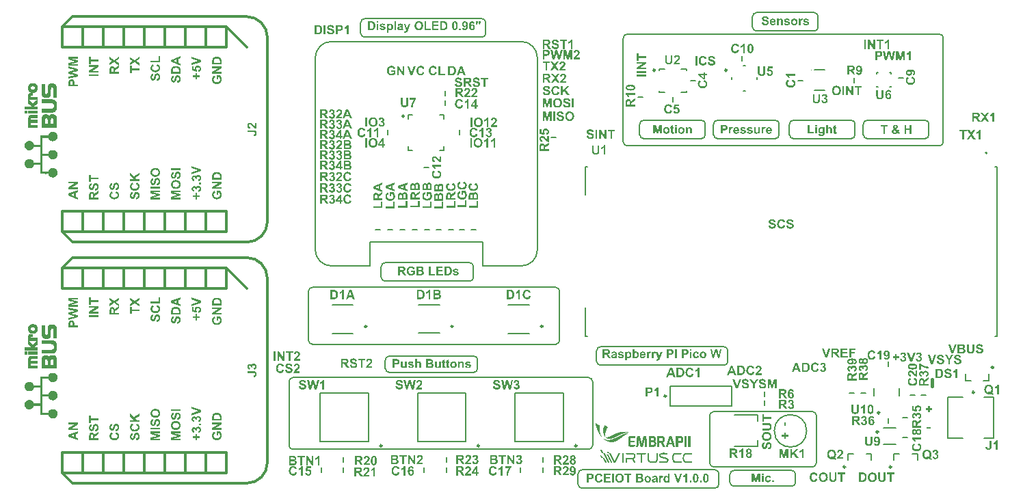
<source format=gto>
G04*
G04 #@! TF.GenerationSoftware,Altium Limited,Altium Designer,24.9.1 (31)*
G04*
G04 Layer_Color=65535*
%FSLAX44Y44*%
%MOMM*%
G71*
G04*
G04 #@! TF.SameCoordinates,049DD743-820B-4880-A151-0CBBC5A4C6BC*
G04*
G04*
G04 #@! TF.FilePolarity,Positive*
G04*
G01*
G75*
%ADD10C,0.2000*%
%ADD11C,0.1270*%
%ADD12C,0.2500*%
%ADD13C,0.3048*%
%ADD14C,0.1000*%
%ADD15C,0.0111*%
%ADD16C,0.3000*%
%ADD17C,0.4000*%
G36*
X259140Y-455469D02*
X259304D01*
Y-455551D01*
X259468D01*
Y-455633D01*
X259550D01*
Y-455715D01*
X259714D01*
Y-455797D01*
X259878D01*
Y-455879D01*
X259960D01*
Y-455961D01*
X260124D01*
Y-456043D01*
X260287D01*
Y-456125D01*
X260369D01*
Y-456207D01*
X260533D01*
Y-456289D01*
X260697D01*
Y-456371D01*
X260779D01*
Y-456453D01*
X260943D01*
Y-456535D01*
X261107D01*
Y-456617D01*
X261189D01*
Y-456699D01*
X261353D01*
Y-456781D01*
X261517D01*
Y-456863D01*
X261599D01*
Y-456945D01*
X261763D01*
Y-457027D01*
X261927D01*
Y-457109D01*
X262009D01*
Y-457191D01*
X262173D01*
Y-457273D01*
X262337D01*
Y-457355D01*
X262419D01*
Y-457437D01*
X262583D01*
Y-457519D01*
X262747D01*
Y-457601D01*
X262829D01*
Y-457682D01*
X262910D01*
Y-457846D01*
X262829D01*
Y-457928D01*
X262747D01*
Y-458010D01*
X262665D01*
Y-458174D01*
X262583D01*
Y-458256D01*
X262501D01*
Y-458420D01*
X262419D01*
Y-458502D01*
X262337D01*
Y-458666D01*
X262255D01*
Y-458748D01*
X262173D01*
Y-458912D01*
X262091D01*
Y-459076D01*
X262009D01*
Y-459240D01*
X261927D01*
Y-459322D01*
X261845D01*
Y-459486D01*
X261763D01*
Y-459650D01*
X261681D01*
Y-459814D01*
X261599D01*
Y-459978D01*
X261517D01*
Y-460142D01*
X261435D01*
Y-460388D01*
X261353D01*
Y-460552D01*
X261271D01*
Y-460715D01*
X261189D01*
Y-460879D01*
X261107D01*
Y-461125D01*
X261025D01*
Y-461289D01*
X260943D01*
Y-461535D01*
X260861D01*
Y-461699D01*
X260779D01*
Y-461945D01*
X260697D01*
Y-462191D01*
X260615D01*
Y-462437D01*
X260533D01*
Y-462683D01*
X260451D01*
Y-462929D01*
X260369D01*
Y-463175D01*
X260287D01*
Y-463421D01*
X260205D01*
Y-463749D01*
X260124D01*
Y-463994D01*
X260042D01*
Y-464322D01*
X259960D01*
Y-464650D01*
X259878D01*
Y-464978D01*
X259796D01*
Y-465388D01*
X259714D01*
Y-465798D01*
X259632D01*
Y-466372D01*
X259550D01*
Y-467028D01*
X259468D01*
Y-468749D01*
X259550D01*
Y-469241D01*
X259632D01*
Y-469487D01*
X259714D01*
Y-469733D01*
X259796D01*
Y-469897D01*
X259878D01*
Y-469978D01*
X259960D01*
Y-470142D01*
X260042D01*
Y-470224D01*
X260124D01*
Y-470306D01*
X260287D01*
Y-470388D01*
X260369D01*
Y-470470D01*
X260615D01*
Y-470552D01*
X261599D01*
Y-470470D01*
X261927D01*
Y-470388D01*
X262255D01*
Y-470306D01*
X262501D01*
Y-470224D01*
X262747D01*
Y-470142D01*
X262992D01*
Y-470061D01*
X263239D01*
Y-469978D01*
X263402D01*
Y-469897D01*
X263648D01*
Y-469814D01*
X263812D01*
Y-469733D01*
X264058D01*
Y-469651D01*
X264222D01*
Y-469569D01*
X264386D01*
Y-469487D01*
X264550D01*
Y-469405D01*
X264796D01*
Y-469323D01*
X264960D01*
Y-469241D01*
X265124D01*
Y-469159D01*
X265288D01*
Y-469077D01*
X265452D01*
Y-468995D01*
X265616D01*
Y-468913D01*
X265862D01*
Y-468831D01*
X266026D01*
Y-468749D01*
X266189D01*
Y-468667D01*
X266353D01*
Y-468585D01*
X266517D01*
Y-468503D01*
X266681D01*
Y-468421D01*
X266845D01*
Y-468339D01*
X267009D01*
Y-468257D01*
X267173D01*
Y-468175D01*
X267337D01*
Y-468093D01*
X267501D01*
Y-468011D01*
X267747D01*
Y-467929D01*
X267911D01*
Y-467847D01*
X268075D01*
Y-467765D01*
X268239D01*
Y-467683D01*
X268403D01*
Y-467601D01*
X268567D01*
Y-467519D01*
X268731D01*
Y-467437D01*
X268895D01*
Y-467355D01*
X269058D01*
Y-467273D01*
X269223D01*
Y-467191D01*
X269468D01*
Y-467109D01*
X269632D01*
Y-467028D01*
X269796D01*
Y-466945D01*
X269960D01*
Y-466864D01*
X270124D01*
Y-466782D01*
X270288D01*
Y-466699D01*
X270534D01*
Y-466618D01*
X270698D01*
Y-466536D01*
X270862D01*
Y-466454D01*
X271026D01*
Y-466372D01*
X271272D01*
Y-466290D01*
X271436D01*
Y-466208D01*
X271600D01*
Y-466126D01*
X271764D01*
Y-466044D01*
X272010D01*
Y-465962D01*
X272174D01*
Y-465880D01*
X272419D01*
Y-465798D01*
X272583D01*
Y-465716D01*
X272747D01*
Y-465634D01*
X272993D01*
Y-465552D01*
X273157D01*
Y-465470D01*
X273403D01*
Y-465388D01*
X273649D01*
Y-465306D01*
X273813D01*
Y-465224D01*
X274059D01*
Y-465142D01*
X274305D01*
Y-465060D01*
X274469D01*
Y-464978D01*
X274715D01*
Y-464896D01*
X274961D01*
Y-464814D01*
X275207D01*
Y-464732D01*
X275452D01*
Y-464650D01*
X275698D01*
Y-464568D01*
X275944D01*
Y-464486D01*
X276190D01*
Y-464404D01*
X276436D01*
Y-464322D01*
X276764D01*
Y-464240D01*
X277010D01*
Y-464158D01*
X277338D01*
Y-464076D01*
X277666D01*
Y-463994D01*
X277994D01*
Y-463913D01*
X278321D01*
Y-463830D01*
X278731D01*
Y-463749D01*
X279059D01*
Y-463667D01*
X279551D01*
Y-463585D01*
X279961D01*
Y-463503D01*
X280535D01*
Y-463421D01*
X281191D01*
Y-463339D01*
X282256D01*
Y-463257D01*
X284142D01*
Y-463339D01*
X285125D01*
Y-463421D01*
X285781D01*
Y-463503D01*
X286191D01*
Y-463585D01*
X286601D01*
Y-463667D01*
X287011D01*
Y-463749D01*
X287339D01*
Y-463830D01*
X287584D01*
Y-463913D01*
X287830D01*
Y-463994D01*
X288076D01*
Y-464076D01*
X288322D01*
Y-464158D01*
X288568D01*
Y-464240D01*
X288814D01*
Y-464322D01*
X288978D01*
Y-464404D01*
X289224D01*
Y-464486D01*
X289388D01*
Y-464568D01*
X289552D01*
Y-464650D01*
X289716D01*
Y-464732D01*
X289880D01*
Y-464814D01*
X290044D01*
Y-464896D01*
X290208D01*
Y-464978D01*
X290372D01*
Y-465060D01*
X290536D01*
Y-465142D01*
X290699D01*
Y-465224D01*
X290781D01*
Y-465306D01*
X290618D01*
Y-465224D01*
X290453D01*
Y-465142D01*
X290208D01*
Y-465060D01*
X290044D01*
Y-464978D01*
X289798D01*
Y-464896D01*
X289552D01*
Y-464814D01*
X289306D01*
Y-464732D01*
X288978D01*
Y-464650D01*
X288568D01*
Y-464568D01*
X288076D01*
Y-464486D01*
X286109D01*
Y-464568D01*
X285453D01*
Y-464650D01*
X284961D01*
Y-464732D01*
X284552D01*
Y-464814D01*
X284224D01*
Y-464896D01*
X283896D01*
Y-464978D01*
X283568D01*
Y-465060D01*
X283240D01*
Y-465142D01*
X282994D01*
Y-465224D01*
X282748D01*
Y-465306D01*
X282502D01*
Y-465388D01*
X282256D01*
Y-465470D01*
X282010D01*
Y-465552D01*
X281764D01*
Y-465634D01*
X281600D01*
Y-465716D01*
X281355D01*
Y-465798D01*
X281109D01*
Y-465880D01*
X280945D01*
Y-465962D01*
X280699D01*
Y-466044D01*
X280535D01*
Y-466126D01*
X280289D01*
Y-466208D01*
X280125D01*
Y-466290D01*
X279961D01*
Y-466372D01*
X279715D01*
Y-466454D01*
X279551D01*
Y-466536D01*
X279387D01*
Y-466618D01*
X279223D01*
Y-466699D01*
X278977D01*
Y-466782D01*
X278813D01*
Y-466864D01*
X278649D01*
Y-466945D01*
X278485D01*
Y-467028D01*
X278321D01*
Y-467109D01*
X278076D01*
Y-467191D01*
X277912D01*
Y-467273D01*
X277748D01*
Y-467355D01*
X277584D01*
Y-467437D01*
X277420D01*
Y-467519D01*
X277256D01*
Y-467601D01*
X277092D01*
Y-467683D01*
X276928D01*
Y-467765D01*
X276764D01*
Y-467847D01*
X276600D01*
Y-467929D01*
X276436D01*
Y-468011D01*
X276272D01*
Y-468093D01*
X276108D01*
Y-468175D01*
X275944D01*
Y-468257D01*
X275780D01*
Y-468339D01*
X275616D01*
Y-468421D01*
X275452D01*
Y-468503D01*
X275289D01*
Y-468585D01*
X275124D01*
Y-468667D01*
X274961D01*
Y-468749D01*
X274797D01*
Y-468831D01*
X274551D01*
Y-468913D01*
X274387D01*
Y-468995D01*
X274223D01*
Y-469077D01*
X274059D01*
Y-469159D01*
X273895D01*
Y-469241D01*
X273731D01*
Y-469323D01*
X273567D01*
Y-469405D01*
X273403D01*
Y-469487D01*
X273239D01*
Y-469569D01*
X273075D01*
Y-469651D01*
X272911D01*
Y-469733D01*
X272747D01*
Y-469814D01*
X272583D01*
Y-469897D01*
X272419D01*
Y-469978D01*
X272255D01*
Y-470061D01*
X272092D01*
Y-470142D01*
X271846D01*
Y-470224D01*
X271682D01*
Y-470306D01*
X271518D01*
Y-470388D01*
X271354D01*
Y-470470D01*
X271190D01*
Y-470552D01*
X271026D01*
Y-470634D01*
X270780D01*
Y-470716D01*
X270616D01*
Y-470798D01*
X270452D01*
Y-470880D01*
X270206D01*
Y-470962D01*
X270042D01*
Y-471044D01*
X269878D01*
Y-471126D01*
X269632D01*
Y-471208D01*
X269468D01*
Y-471290D01*
X269223D01*
Y-471372D01*
X269058D01*
Y-471454D01*
X268813D01*
Y-471536D01*
X268567D01*
Y-471618D01*
X268321D01*
Y-471700D01*
X268157D01*
Y-471782D01*
X267911D01*
Y-471864D01*
X267665D01*
Y-471946D01*
X267337D01*
Y-472028D01*
X267091D01*
Y-472110D01*
X266763D01*
Y-472192D01*
X266517D01*
Y-472274D01*
X266108D01*
Y-472356D01*
X265780D01*
Y-472438D01*
X265288D01*
Y-472520D01*
X263730D01*
Y-472438D01*
X263320D01*
Y-472356D01*
X262992D01*
Y-472274D01*
X262747D01*
Y-472192D01*
X262501D01*
Y-472110D01*
X262337D01*
Y-472028D01*
X262173D01*
Y-471946D01*
X262009D01*
Y-471864D01*
X261845D01*
Y-471782D01*
X261681D01*
Y-471700D01*
X261517D01*
Y-471618D01*
X261435D01*
Y-471536D01*
X261271D01*
Y-471454D01*
X261189D01*
Y-471372D01*
X261107D01*
Y-471290D01*
X260943D01*
Y-471208D01*
X260861D01*
Y-471126D01*
X260779D01*
Y-471044D01*
X260615D01*
Y-470962D01*
X260533D01*
Y-470880D01*
X260451D01*
Y-470798D01*
X260369D01*
Y-470716D01*
X260287D01*
Y-470634D01*
X260205D01*
Y-470552D01*
X260124D01*
Y-470470D01*
X260042D01*
Y-470388D01*
X259960D01*
Y-470306D01*
X259878D01*
Y-470224D01*
X259796D01*
Y-470142D01*
X259714D01*
Y-470061D01*
X259632D01*
Y-469897D01*
X259550D01*
Y-469814D01*
X259468D01*
Y-469733D01*
X259386D01*
Y-469651D01*
X259304D01*
Y-469487D01*
X259222D01*
Y-469405D01*
X259140D01*
Y-469323D01*
X259058D01*
Y-469159D01*
X258976D01*
Y-469077D01*
X258894D01*
Y-468913D01*
X258812D01*
Y-468831D01*
X258730D01*
Y-468667D01*
X258648D01*
Y-468503D01*
X258566D01*
Y-468339D01*
X258484D01*
Y-468257D01*
X258402D01*
Y-468093D01*
X258320D01*
Y-467929D01*
X258238D01*
Y-467765D01*
X258156D01*
Y-467601D01*
X258074D01*
Y-467355D01*
X257992D01*
Y-467191D01*
X257910D01*
Y-466945D01*
X257828D01*
Y-466782D01*
X257746D01*
Y-466536D01*
X257664D01*
Y-466290D01*
X257582D01*
Y-466044D01*
X257500D01*
Y-465716D01*
X257418D01*
Y-465388D01*
X257336D01*
Y-465060D01*
X257254D01*
Y-464650D01*
X257172D01*
Y-464158D01*
X257090D01*
Y-463339D01*
X257008D01*
Y-461535D01*
X257090D01*
Y-460715D01*
X257172D01*
Y-460142D01*
X257254D01*
Y-459732D01*
X257336D01*
Y-459322D01*
X257418D01*
Y-458994D01*
X257500D01*
Y-458748D01*
X257582D01*
Y-458420D01*
X257664D01*
Y-458174D01*
X257746D01*
Y-457928D01*
X257828D01*
Y-457765D01*
X257910D01*
Y-457519D01*
X257992D01*
Y-457355D01*
X258074D01*
Y-457109D01*
X258156D01*
Y-456945D01*
X258238D01*
Y-456781D01*
X258320D01*
Y-456617D01*
X258402D01*
Y-456371D01*
X258484D01*
Y-456207D01*
X258566D01*
Y-456125D01*
X258648D01*
Y-455961D01*
X258730D01*
Y-455797D01*
X258812D01*
Y-455633D01*
X258894D01*
Y-455469D01*
X258976D01*
Y-455387D01*
X259140D01*
Y-455469D01*
D02*
G37*
G36*
X247664Y-452764D02*
X247827D01*
Y-452846D01*
X247910D01*
Y-452928D01*
X248073D01*
Y-453010D01*
X248237D01*
Y-453092D01*
X248319D01*
Y-453174D01*
X248483D01*
Y-453256D01*
X248647D01*
Y-453338D01*
X248811D01*
Y-453420D01*
X248893D01*
Y-453502D01*
X249057D01*
Y-453584D01*
X249221D01*
Y-453666D01*
X249303D01*
Y-453748D01*
X249467D01*
Y-453830D01*
X249631D01*
Y-453912D01*
X249795D01*
Y-453994D01*
X249877D01*
Y-454076D01*
X250041D01*
Y-454158D01*
X250205D01*
Y-454240D01*
X250287D01*
Y-454322D01*
X250451D01*
Y-454404D01*
X250615D01*
Y-454486D01*
X250697D01*
Y-454567D01*
X250861D01*
Y-454650D01*
X251024D01*
Y-454731D01*
X251188D01*
Y-454813D01*
X251270D01*
Y-454895D01*
X251434D01*
Y-454977D01*
X251598D01*
Y-455059D01*
X251680D01*
Y-455141D01*
X251844D01*
Y-455223D01*
X252008D01*
Y-455305D01*
X252172D01*
Y-455387D01*
X252254D01*
Y-455469D01*
X252418D01*
Y-455551D01*
X252582D01*
Y-455633D01*
X252664D01*
Y-455715D01*
X252582D01*
Y-457519D01*
X252500D01*
Y-459076D01*
X252582D01*
Y-460715D01*
X252664D01*
Y-461617D01*
X252746D01*
Y-462273D01*
X252828D01*
Y-462847D01*
X252910D01*
Y-463339D01*
X252992D01*
Y-463830D01*
X253074D01*
Y-464158D01*
X253156D01*
Y-464568D01*
X253238D01*
Y-464896D01*
X253320D01*
Y-465224D01*
X253402D01*
Y-465470D01*
X253484D01*
Y-465716D01*
X253566D01*
Y-466044D01*
X253648D01*
Y-466290D01*
X253729D01*
Y-466454D01*
X253811D01*
Y-466699D01*
X253894D01*
Y-466945D01*
X253976D01*
Y-467109D01*
X254058D01*
Y-467355D01*
X254139D01*
Y-467519D01*
X254221D01*
Y-467683D01*
X254303D01*
Y-467847D01*
X254385D01*
Y-468011D01*
X254467D01*
Y-468175D01*
X254549D01*
Y-468339D01*
X254631D01*
Y-468503D01*
X254713D01*
Y-468667D01*
X254795D01*
Y-468831D01*
X254877D01*
Y-468913D01*
X254959D01*
Y-469077D01*
X255041D01*
Y-469241D01*
X255123D01*
Y-469323D01*
X255205D01*
Y-469487D01*
X255287D01*
Y-469569D01*
X255369D01*
Y-469651D01*
X255451D01*
Y-469814D01*
X255533D01*
Y-469897D01*
X255615D01*
Y-469978D01*
X255697D01*
Y-470142D01*
X255779D01*
Y-470224D01*
X255861D01*
Y-470306D01*
X255943D01*
Y-470388D01*
X256025D01*
Y-470470D01*
X256107D01*
Y-470634D01*
X256189D01*
Y-470716D01*
X256271D01*
Y-470798D01*
X256353D01*
Y-470880D01*
X256435D01*
Y-470962D01*
X256517D01*
Y-471044D01*
X256599D01*
Y-471126D01*
X256681D01*
Y-471208D01*
X256763D01*
Y-471290D01*
X256926D01*
Y-471372D01*
X257008D01*
Y-471454D01*
X257090D01*
Y-471536D01*
X257172D01*
Y-471618D01*
X257254D01*
Y-471700D01*
X257418D01*
Y-471782D01*
X257500D01*
Y-471864D01*
X257664D01*
Y-471946D01*
X257746D01*
Y-472028D01*
X257828D01*
Y-472110D01*
X257992D01*
Y-472192D01*
X258156D01*
Y-472274D01*
X258238D01*
Y-472356D01*
X258402D01*
Y-472438D01*
X258566D01*
Y-472520D01*
X258730D01*
Y-472602D01*
X258894D01*
Y-472684D01*
X259058D01*
Y-472766D01*
X259304D01*
Y-472848D01*
X259468D01*
Y-472929D01*
X259714D01*
Y-473012D01*
X259960D01*
Y-473093D01*
X260205D01*
Y-473175D01*
X260451D01*
Y-473257D01*
X260779D01*
Y-473339D01*
X261189D01*
Y-473421D01*
X261681D01*
Y-473503D01*
X262583D01*
Y-473585D01*
X264140D01*
Y-473503D01*
X265124D01*
Y-473421D01*
X265698D01*
Y-473339D01*
X266189D01*
Y-473257D01*
X266599D01*
Y-473175D01*
X266927D01*
Y-473093D01*
X267255D01*
Y-473012D01*
X267501D01*
Y-472929D01*
X267747D01*
Y-472848D01*
X267993D01*
Y-472766D01*
X268239D01*
Y-472684D01*
X268485D01*
Y-472602D01*
X268649D01*
Y-472520D01*
X268895D01*
Y-472438D01*
X269140D01*
Y-472356D01*
X269304D01*
Y-472274D01*
X269550D01*
Y-472192D01*
X269714D01*
Y-472110D01*
X269878D01*
Y-472028D01*
X270124D01*
Y-471946D01*
X270288D01*
Y-471864D01*
X270534D01*
Y-471782D01*
X270698D01*
Y-471700D01*
X270862D01*
Y-471618D01*
X271108D01*
Y-471536D01*
X271272D01*
Y-471454D01*
X271436D01*
Y-471372D01*
X271682D01*
Y-471290D01*
X271846D01*
Y-471208D01*
X272010D01*
Y-471126D01*
X272174D01*
Y-471044D01*
X272337D01*
Y-470962D01*
X272583D01*
Y-470880D01*
X272747D01*
Y-470798D01*
X272911D01*
Y-470716D01*
X273075D01*
Y-470634D01*
X273239D01*
Y-470552D01*
X273485D01*
Y-470470D01*
X273649D01*
Y-470388D01*
X273813D01*
Y-470306D01*
X273977D01*
Y-470224D01*
X274141D01*
Y-470142D01*
X274305D01*
Y-470061D01*
X274551D01*
Y-469978D01*
X274715D01*
Y-469897D01*
X274879D01*
Y-469814D01*
X275043D01*
Y-469733D01*
X275207D01*
Y-469651D01*
X275371D01*
Y-469569D01*
X275534D01*
Y-469487D01*
X275698D01*
Y-469405D01*
X275862D01*
Y-469323D01*
X276108D01*
Y-469241D01*
X276272D01*
Y-469159D01*
X276436D01*
Y-469077D01*
X276600D01*
Y-468995D01*
X276764D01*
Y-468913D01*
X276928D01*
Y-468831D01*
X277092D01*
Y-468749D01*
X277256D01*
Y-468667D01*
X277420D01*
Y-468585D01*
X277584D01*
Y-468503D01*
X277748D01*
Y-468421D01*
X277912D01*
Y-468339D01*
X278076D01*
Y-468257D01*
X278239D01*
Y-468175D01*
X278403D01*
Y-468093D01*
X278567D01*
Y-468011D01*
X278731D01*
Y-467929D01*
X278895D01*
Y-467847D01*
X279059D01*
Y-467765D01*
X279223D01*
Y-467683D01*
X279387D01*
Y-467601D01*
X279551D01*
Y-467519D01*
X279715D01*
Y-467437D01*
X279879D01*
Y-467355D01*
X280043D01*
Y-467273D01*
X280207D01*
Y-467191D01*
X280371D01*
Y-467109D01*
X280535D01*
Y-467028D01*
X280699D01*
Y-466945D01*
X280863D01*
Y-466864D01*
X281027D01*
Y-466782D01*
X281191D01*
Y-466699D01*
X281437D01*
Y-466618D01*
X281600D01*
Y-466536D01*
X281764D01*
Y-466454D01*
X282010D01*
Y-466372D01*
X282174D01*
Y-466290D01*
X282420D01*
Y-466208D01*
X282584D01*
Y-466126D01*
X282830D01*
Y-466044D01*
X282994D01*
Y-465962D01*
X283240D01*
Y-465880D01*
X283486D01*
Y-465798D01*
X283732D01*
Y-465716D01*
X283978D01*
Y-465634D01*
X284306D01*
Y-465552D01*
X284552D01*
Y-465470D01*
X284879D01*
Y-465388D01*
X285207D01*
Y-465306D01*
X285535D01*
Y-465224D01*
X286027D01*
Y-465142D01*
X286519D01*
Y-465060D01*
X287175D01*
Y-464978D01*
X288896D01*
Y-465060D01*
X289470D01*
Y-465142D01*
X289880D01*
Y-465224D01*
X290208D01*
Y-465306D01*
X290453D01*
Y-465388D01*
X290618D01*
Y-465470D01*
X290781D01*
Y-465552D01*
X290945D01*
Y-465634D01*
X291109D01*
Y-465716D01*
X291191D01*
Y-465798D01*
X291273D01*
Y-465880D01*
X291109D01*
Y-465798D01*
X290945D01*
Y-465716D01*
X290781D01*
Y-465634D01*
X290536D01*
Y-465552D01*
X290126D01*
Y-465470D01*
X288896D01*
Y-465552D01*
X288486D01*
Y-465634D01*
X288158D01*
Y-465716D01*
X287830D01*
Y-465798D01*
X287584D01*
Y-465880D01*
X287421D01*
Y-465962D01*
X287175D01*
Y-466044D01*
X287011D01*
Y-466126D01*
X286765D01*
Y-466208D01*
X286601D01*
Y-466290D01*
X286437D01*
Y-466372D01*
X286273D01*
Y-466454D01*
X286109D01*
Y-466536D01*
X285945D01*
Y-466618D01*
X285781D01*
Y-466699D01*
X285699D01*
Y-466782D01*
X285535D01*
Y-466864D01*
X285371D01*
Y-466945D01*
X285207D01*
Y-467028D01*
X285125D01*
Y-467109D01*
X284961D01*
Y-467191D01*
X284797D01*
Y-467273D01*
X284715D01*
Y-467355D01*
X284552D01*
Y-467437D01*
X284387D01*
Y-467519D01*
X284306D01*
Y-467601D01*
X284142D01*
Y-467683D01*
X284060D01*
Y-467765D01*
X283896D01*
Y-467847D01*
X283814D01*
Y-467929D01*
X283650D01*
Y-468011D01*
X283568D01*
Y-468093D01*
X283404D01*
Y-468175D01*
X283322D01*
Y-468257D01*
X283158D01*
Y-468339D01*
X283076D01*
Y-468421D01*
X282912D01*
Y-468503D01*
X282830D01*
Y-468585D01*
X282748D01*
Y-468667D01*
X282584D01*
Y-468749D01*
X282502D01*
Y-468831D01*
X282338D01*
Y-468913D01*
X282256D01*
Y-468995D01*
X282174D01*
Y-469077D01*
X282010D01*
Y-469159D01*
X281928D01*
Y-469241D01*
X281764D01*
Y-469323D01*
X281682D01*
Y-469405D01*
X281600D01*
Y-469487D01*
X281437D01*
Y-469569D01*
X281355D01*
Y-469651D01*
X281191D01*
Y-469733D01*
X281109D01*
Y-469814D01*
X281027D01*
Y-469897D01*
X280863D01*
Y-469978D01*
X280781D01*
Y-470061D01*
X280699D01*
Y-470142D01*
X280535D01*
Y-470224D01*
X280453D01*
Y-470306D01*
X280371D01*
Y-470388D01*
X280207D01*
Y-470470D01*
X280125D01*
Y-470552D01*
X279961D01*
Y-470634D01*
X279879D01*
Y-470716D01*
X279797D01*
Y-470798D01*
X279633D01*
Y-470880D01*
X279551D01*
Y-470962D01*
X279469D01*
Y-471044D01*
X279305D01*
Y-471126D01*
X279223D01*
Y-471208D01*
X279059D01*
Y-471290D01*
X278977D01*
Y-471372D01*
X278895D01*
Y-471454D01*
X278731D01*
Y-471536D01*
X278649D01*
Y-471618D01*
X278485D01*
Y-471700D01*
X278403D01*
Y-471782D01*
X278321D01*
Y-471864D01*
X278158D01*
Y-471946D01*
X278076D01*
Y-472028D01*
X277912D01*
Y-472110D01*
X277830D01*
Y-472192D01*
X277748D01*
Y-472274D01*
X277584D01*
Y-472356D01*
X277502D01*
Y-472438D01*
X277338D01*
Y-472520D01*
X277256D01*
Y-472602D01*
X277092D01*
Y-472684D01*
X277010D01*
Y-472766D01*
X276846D01*
Y-472848D01*
X276764D01*
Y-472929D01*
X276600D01*
Y-473012D01*
X276518D01*
Y-473093D01*
X276354D01*
Y-473175D01*
X276272D01*
Y-473257D01*
X276108D01*
Y-473339D01*
X276026D01*
Y-473421D01*
X275862D01*
Y-473503D01*
X275698D01*
Y-473585D01*
X275616D01*
Y-473667D01*
X275452D01*
Y-473749D01*
X275371D01*
Y-473831D01*
X275207D01*
Y-473913D01*
X275043D01*
Y-473995D01*
X274961D01*
Y-474077D01*
X274797D01*
Y-474159D01*
X274633D01*
Y-474241D01*
X274469D01*
Y-474323D01*
X274387D01*
Y-474405D01*
X274223D01*
Y-474487D01*
X274059D01*
Y-474569D01*
X273895D01*
Y-474651D01*
X273731D01*
Y-474733D01*
X273567D01*
Y-474815D01*
X273403D01*
Y-474897D01*
X273239D01*
Y-474979D01*
X273075D01*
Y-475061D01*
X272911D01*
Y-475143D01*
X272665D01*
Y-475225D01*
X272501D01*
Y-475307D01*
X272255D01*
Y-475389D01*
X272092D01*
Y-475471D01*
X271846D01*
Y-475553D01*
X271600D01*
Y-475635D01*
X271354D01*
Y-475717D01*
X271108D01*
Y-475799D01*
X270780D01*
Y-475881D01*
X270452D01*
Y-475962D01*
X269960D01*
Y-476045D01*
X269386D01*
Y-476127D01*
X268567D01*
Y-476208D01*
X266517D01*
Y-476127D01*
X265698D01*
Y-476045D01*
X265206D01*
Y-475962D01*
X264714D01*
Y-475881D01*
X264386D01*
Y-475799D01*
X264058D01*
Y-475717D01*
X263730D01*
Y-475635D01*
X263484D01*
Y-475553D01*
X263239D01*
Y-475471D01*
X262992D01*
Y-475389D01*
X262747D01*
Y-475307D01*
X262501D01*
Y-475225D01*
X262337D01*
Y-475143D01*
X262091D01*
Y-475061D01*
X261927D01*
Y-474979D01*
X261763D01*
Y-474897D01*
X261599D01*
Y-474815D01*
X261435D01*
Y-474733D01*
X261271D01*
Y-474651D01*
X261107D01*
Y-474569D01*
X260943D01*
Y-474487D01*
X260779D01*
Y-474405D01*
X260615D01*
Y-474323D01*
X260451D01*
Y-474241D01*
X260369D01*
Y-474159D01*
X260205D01*
Y-474077D01*
X260042D01*
Y-473995D01*
X259960D01*
Y-473913D01*
X259796D01*
Y-473831D01*
X259714D01*
Y-473749D01*
X259550D01*
Y-473667D01*
X259468D01*
Y-473585D01*
X259304D01*
Y-473503D01*
X259222D01*
Y-473421D01*
X259058D01*
Y-473339D01*
X258976D01*
Y-473257D01*
X258812D01*
Y-473175D01*
X258730D01*
Y-473093D01*
X258648D01*
Y-473012D01*
X258484D01*
Y-472929D01*
X258402D01*
Y-472848D01*
X258320D01*
Y-472766D01*
X258156D01*
Y-472684D01*
X258074D01*
Y-472602D01*
X257992D01*
Y-472520D01*
X257910D01*
Y-472438D01*
X257828D01*
Y-472356D01*
X257664D01*
Y-472274D01*
X257582D01*
Y-472192D01*
X257500D01*
Y-472110D01*
X257418D01*
Y-472028D01*
X257336D01*
Y-471946D01*
X257172D01*
Y-471864D01*
X257090D01*
Y-471782D01*
X257008D01*
Y-471700D01*
X256926D01*
Y-471618D01*
X256845D01*
Y-471536D01*
X256763D01*
Y-471454D01*
X256681D01*
Y-471372D01*
X256599D01*
Y-471290D01*
X256517D01*
Y-471208D01*
X256435D01*
Y-471126D01*
X256353D01*
Y-471044D01*
X256271D01*
Y-470962D01*
X256189D01*
Y-470880D01*
X256107D01*
Y-470798D01*
X256025D01*
Y-470716D01*
X255943D01*
Y-470634D01*
X255861D01*
Y-470552D01*
X255779D01*
Y-470470D01*
X255697D01*
Y-470388D01*
X255615D01*
Y-470306D01*
X255533D01*
Y-470224D01*
X255451D01*
Y-470142D01*
X255369D01*
Y-470061D01*
X255287D01*
Y-469978D01*
X255205D01*
Y-469814D01*
X255123D01*
Y-469733D01*
X255041D01*
Y-469651D01*
X254959D01*
Y-469569D01*
X254877D01*
Y-469487D01*
X254795D01*
Y-469405D01*
X254713D01*
Y-469323D01*
X254631D01*
Y-469159D01*
X254549D01*
Y-469077D01*
X254467D01*
Y-468995D01*
X254385D01*
Y-468913D01*
X254303D01*
Y-468749D01*
X254221D01*
Y-468667D01*
X254139D01*
Y-468585D01*
X254058D01*
Y-468503D01*
X253976D01*
Y-468339D01*
X253894D01*
Y-468257D01*
X253811D01*
Y-468175D01*
X253729D01*
Y-468011D01*
X253648D01*
Y-467929D01*
X253566D01*
Y-467847D01*
X253484D01*
Y-467683D01*
X253402D01*
Y-467601D01*
X253320D01*
Y-467519D01*
X253238D01*
Y-467355D01*
X253156D01*
Y-467273D01*
X253074D01*
Y-467109D01*
X252992D01*
Y-467028D01*
X252910D01*
Y-466864D01*
X252828D01*
Y-466782D01*
X252746D01*
Y-466618D01*
X252664D01*
Y-466536D01*
X252582D01*
Y-466372D01*
X252500D01*
Y-466290D01*
X252418D01*
Y-466126D01*
X252336D01*
Y-466044D01*
X252254D01*
Y-465880D01*
X252172D01*
Y-465798D01*
X252090D01*
Y-465634D01*
X252008D01*
Y-465470D01*
X251926D01*
Y-465388D01*
X251844D01*
Y-465224D01*
X251762D01*
Y-465060D01*
X251680D01*
Y-464978D01*
X251598D01*
Y-464814D01*
X251516D01*
Y-464650D01*
X251434D01*
Y-464486D01*
X251352D01*
Y-464322D01*
X251270D01*
Y-464240D01*
X251188D01*
Y-464076D01*
X251106D01*
Y-463913D01*
X251024D01*
Y-463749D01*
X250942D01*
Y-463585D01*
X250861D01*
Y-463421D01*
X250779D01*
Y-463257D01*
X250697D01*
Y-463093D01*
X250615D01*
Y-462929D01*
X250533D01*
Y-462765D01*
X250451D01*
Y-462601D01*
X250369D01*
Y-462437D01*
X250287D01*
Y-462273D01*
X250205D01*
Y-462109D01*
X250123D01*
Y-461945D01*
X250041D01*
Y-461699D01*
X249959D01*
Y-461535D01*
X249877D01*
Y-461371D01*
X249795D01*
Y-461125D01*
X249713D01*
Y-460961D01*
X249631D01*
Y-460798D01*
X249549D01*
Y-460552D01*
X249467D01*
Y-460388D01*
X249385D01*
Y-460142D01*
X249303D01*
Y-459896D01*
X249221D01*
Y-459732D01*
X249139D01*
Y-459486D01*
X249057D01*
Y-459240D01*
X248975D01*
Y-458994D01*
X248893D01*
Y-458748D01*
X248811D01*
Y-458502D01*
X248729D01*
Y-458256D01*
X248647D01*
Y-458010D01*
X248565D01*
Y-457682D01*
X248483D01*
Y-457437D01*
X248401D01*
Y-457109D01*
X248319D01*
Y-456863D01*
X248237D01*
Y-456453D01*
X248155D01*
Y-456125D01*
X248073D01*
Y-455797D01*
X247991D01*
Y-455387D01*
X247910D01*
Y-454977D01*
X247827D01*
Y-454486D01*
X247745D01*
Y-453912D01*
X247664D01*
Y-453256D01*
X247582D01*
Y-452682D01*
X247664D01*
Y-452764D01*
D02*
G37*
G36*
X310373Y-468995D02*
X310455D01*
Y-469814D01*
X310537D01*
Y-470716D01*
X310619D01*
Y-471618D01*
X310701D01*
Y-472520D01*
X310783D01*
Y-473421D01*
X310865D01*
Y-474241D01*
X310947D01*
Y-475143D01*
X311029D01*
Y-476045D01*
X311111D01*
Y-476946D01*
X311193D01*
Y-477766D01*
X311275D01*
Y-478668D01*
X311357D01*
Y-479569D01*
X311439D01*
Y-480471D01*
X311521D01*
Y-481291D01*
X311603D01*
Y-482029D01*
X309061D01*
Y-481291D01*
X308979D01*
Y-480471D01*
X308897D01*
Y-479651D01*
X308815D01*
Y-478832D01*
X308734D01*
Y-478012D01*
X308652D01*
Y-477192D01*
X308570D01*
Y-476290D01*
X308488D01*
Y-475471D01*
X308406D01*
Y-474651D01*
X308324D01*
Y-473831D01*
X308242D01*
Y-473749D01*
X308160D01*
Y-474077D01*
X308078D01*
Y-474405D01*
X307996D01*
Y-474733D01*
X307914D01*
Y-475143D01*
X307832D01*
Y-475471D01*
X307750D01*
Y-475799D01*
X307668D01*
Y-476127D01*
X307586D01*
Y-476454D01*
X307504D01*
Y-476782D01*
X307422D01*
Y-477110D01*
X307340D01*
Y-477520D01*
X307258D01*
Y-477848D01*
X307176D01*
Y-478176D01*
X307094D01*
Y-478504D01*
X307012D01*
Y-478832D01*
X306930D01*
Y-479160D01*
X306848D01*
Y-479487D01*
X306766D01*
Y-479897D01*
X306684D01*
Y-480225D01*
X306602D01*
Y-480553D01*
X306520D01*
Y-480881D01*
X306438D01*
Y-481209D01*
X306356D01*
Y-481537D01*
X306274D01*
Y-481865D01*
X306192D01*
Y-482029D01*
X303323D01*
Y-481783D01*
X303241D01*
Y-481455D01*
X303159D01*
Y-481127D01*
X303077D01*
Y-480799D01*
X302995D01*
Y-480471D01*
X302913D01*
Y-480143D01*
X302831D01*
Y-479815D01*
X302750D01*
Y-479487D01*
X302668D01*
Y-479160D01*
X302586D01*
Y-478832D01*
X302504D01*
Y-478504D01*
X302422D01*
Y-478176D01*
X302340D01*
Y-477848D01*
X302258D01*
Y-477520D01*
X302176D01*
Y-477192D01*
X302094D01*
Y-476864D01*
X302012D01*
Y-476536D01*
X301930D01*
Y-476208D01*
X301848D01*
Y-475881D01*
X301766D01*
Y-475553D01*
X301684D01*
Y-475225D01*
X301602D01*
Y-474897D01*
X301520D01*
Y-474569D01*
X301438D01*
Y-474241D01*
X301356D01*
Y-473913D01*
X301274D01*
Y-473585D01*
X301192D01*
Y-474241D01*
X301110D01*
Y-475143D01*
X301028D01*
Y-476045D01*
X300946D01*
Y-477028D01*
X300864D01*
Y-477930D01*
X300782D01*
Y-478832D01*
X300700D01*
Y-479815D01*
X300618D01*
Y-480717D01*
X300536D01*
Y-481701D01*
X300454D01*
Y-482029D01*
X297913D01*
Y-481701D01*
X297995D01*
Y-480799D01*
X298077D01*
Y-479815D01*
X298159D01*
Y-478913D01*
X298241D01*
Y-477930D01*
X298323D01*
Y-477028D01*
X298405D01*
Y-476045D01*
X298487D01*
Y-475143D01*
X298569D01*
Y-474241D01*
X298651D01*
Y-473257D01*
X298733D01*
Y-472356D01*
X298815D01*
Y-471372D01*
X298897D01*
Y-470470D01*
X298979D01*
Y-469487D01*
X299061D01*
Y-468913D01*
X302586D01*
Y-468995D01*
X302668D01*
Y-469323D01*
X302750D01*
Y-469651D01*
X302831D01*
Y-469978D01*
X302913D01*
Y-470306D01*
X302995D01*
Y-470634D01*
X303077D01*
Y-470962D01*
X303159D01*
Y-471290D01*
X303241D01*
Y-471618D01*
X303323D01*
Y-471946D01*
X303405D01*
Y-472356D01*
X303487D01*
Y-472684D01*
X303569D01*
Y-473012D01*
X303651D01*
Y-473339D01*
X303733D01*
Y-473667D01*
X303815D01*
Y-473995D01*
X303897D01*
Y-474323D01*
X303979D01*
Y-474651D01*
X304061D01*
Y-474979D01*
X304143D01*
Y-475307D01*
X304225D01*
Y-475717D01*
X304307D01*
Y-476045D01*
X304389D01*
Y-476372D01*
X304471D01*
Y-476700D01*
X304553D01*
Y-477028D01*
X304635D01*
Y-477356D01*
X304717D01*
Y-477684D01*
X304799D01*
Y-477356D01*
X304881D01*
Y-477028D01*
X304963D01*
Y-476700D01*
X305045D01*
Y-476372D01*
X305127D01*
Y-475962D01*
X305209D01*
Y-475635D01*
X305291D01*
Y-475307D01*
X305373D01*
Y-474979D01*
X305455D01*
Y-474651D01*
X305537D01*
Y-474323D01*
X305619D01*
Y-473995D01*
X305701D01*
Y-473667D01*
X305783D01*
Y-473257D01*
X305865D01*
Y-472929D01*
X305947D01*
Y-472602D01*
X306028D01*
Y-472274D01*
X306110D01*
Y-471946D01*
X306192D01*
Y-471618D01*
X306274D01*
Y-471290D01*
X306356D01*
Y-470962D01*
X306438D01*
Y-470552D01*
X306520D01*
Y-470224D01*
X306602D01*
Y-469897D01*
X306684D01*
Y-469569D01*
X306766D01*
Y-469241D01*
X306848D01*
Y-468913D01*
X310373D01*
Y-468995D01*
D02*
G37*
G36*
X364967Y-482029D02*
X362426D01*
Y-481947D01*
X362344D01*
Y-468995D01*
X362426D01*
Y-468913D01*
X364967D01*
Y-482029D01*
D02*
G37*
G36*
X360623D02*
X357999D01*
Y-477602D01*
Y-477520D01*
Y-468913D01*
X360623D01*
Y-482029D01*
D02*
G37*
G36*
X353491Y-468995D02*
X353983D01*
Y-469077D01*
X354229D01*
Y-469159D01*
X354475D01*
Y-469241D01*
X354720D01*
Y-469323D01*
X354803D01*
Y-469405D01*
X354966D01*
Y-469487D01*
X355130D01*
Y-469569D01*
X355212D01*
Y-469651D01*
X355294D01*
Y-469733D01*
X355376D01*
Y-469814D01*
X355458D01*
Y-469897D01*
X355540D01*
Y-469978D01*
X355622D01*
Y-470061D01*
X355704D01*
Y-470224D01*
X355786D01*
Y-470306D01*
X355868D01*
Y-470470D01*
X355950D01*
Y-470634D01*
X356032D01*
Y-470798D01*
X356114D01*
Y-471044D01*
X356196D01*
Y-471372D01*
X356278D01*
Y-471700D01*
X356360D01*
Y-472438D01*
X356442D01*
Y-473585D01*
X356360D01*
Y-474323D01*
X356278D01*
Y-474733D01*
X356196D01*
Y-475061D01*
X356114D01*
Y-475307D01*
X356032D01*
Y-475553D01*
X355950D01*
Y-475717D01*
X355868D01*
Y-475881D01*
X355786D01*
Y-475962D01*
X355704D01*
Y-476127D01*
X355622D01*
Y-476208D01*
X355540D01*
Y-476290D01*
X355458D01*
Y-476372D01*
X355376D01*
Y-476454D01*
X355294D01*
Y-476536D01*
X355212D01*
Y-476618D01*
X355130D01*
Y-476700D01*
X354966D01*
Y-476782D01*
X354884D01*
Y-476864D01*
X354720D01*
Y-476946D01*
X354557D01*
Y-477028D01*
X354311D01*
Y-477110D01*
X353983D01*
Y-477192D01*
X349720D01*
Y-482029D01*
X347097D01*
Y-468913D01*
X353491D01*
Y-468995D01*
D02*
G37*
G36*
X341769D02*
X341851D01*
Y-469241D01*
X341933D01*
Y-469487D01*
X342015D01*
Y-469733D01*
X342097D01*
Y-470061D01*
X342179D01*
Y-470306D01*
X342261D01*
Y-470552D01*
X342342D01*
Y-470798D01*
X342425D01*
Y-471044D01*
X342506D01*
Y-471290D01*
X342589D01*
Y-471536D01*
X342670D01*
Y-471782D01*
X342752D01*
Y-472028D01*
X342834D01*
Y-472274D01*
X342916D01*
Y-472520D01*
X342998D01*
Y-472766D01*
X343080D01*
Y-473012D01*
X343162D01*
Y-473339D01*
X343244D01*
Y-473585D01*
X343326D01*
Y-473831D01*
X343408D01*
Y-474077D01*
X343490D01*
Y-474323D01*
X343572D01*
Y-474569D01*
X343654D01*
Y-474815D01*
X343736D01*
Y-475061D01*
X343818D01*
Y-475307D01*
X343900D01*
Y-475553D01*
X343982D01*
Y-475799D01*
X344064D01*
Y-476045D01*
X344146D01*
Y-476290D01*
X344228D01*
Y-476536D01*
X344310D01*
Y-476864D01*
X344392D01*
Y-477110D01*
X344474D01*
Y-477356D01*
X344556D01*
Y-477602D01*
X344638D01*
Y-477848D01*
X344720D01*
Y-478094D01*
X344802D01*
Y-478340D01*
X344884D01*
Y-478586D01*
X344966D01*
Y-478832D01*
X345048D01*
Y-479077D01*
X345130D01*
Y-479323D01*
X345212D01*
Y-479569D01*
X345294D01*
Y-479815D01*
X345376D01*
Y-480143D01*
X345457D01*
Y-480389D01*
X345540D01*
Y-480635D01*
X345621D01*
Y-480799D01*
Y-480881D01*
X345703D01*
Y-481127D01*
X345785D01*
Y-481373D01*
X345867D01*
Y-481619D01*
X345949D01*
Y-481865D01*
X346031D01*
Y-482029D01*
X343244D01*
Y-481701D01*
X343162D01*
Y-481455D01*
X343080D01*
Y-481209D01*
X342998D01*
Y-480963D01*
X342916D01*
Y-480717D01*
X342834D01*
Y-480471D01*
X342752D01*
Y-480225D01*
X342670D01*
Y-479979D01*
X342589D01*
Y-479651D01*
X342506D01*
Y-479405D01*
X342425D01*
Y-479160D01*
X338162D01*
Y-479241D01*
X338080D01*
Y-479487D01*
X337998D01*
Y-479733D01*
X337916D01*
Y-479979D01*
X337834D01*
Y-480307D01*
X337752D01*
Y-480553D01*
X337670D01*
Y-480799D01*
X337588D01*
Y-481045D01*
X337506D01*
Y-481291D01*
X337424D01*
Y-481537D01*
X337342D01*
Y-481783D01*
X337260D01*
Y-482029D01*
X334473D01*
Y-481865D01*
X334555D01*
Y-481619D01*
X334637D01*
Y-481373D01*
X334719D01*
Y-481127D01*
X334801D01*
Y-480881D01*
X334883D01*
Y-480635D01*
X334965D01*
Y-480389D01*
X335047D01*
Y-480143D01*
X335129D01*
Y-479897D01*
X335211D01*
Y-479651D01*
X335293D01*
Y-479405D01*
X335375D01*
Y-479160D01*
X335457D01*
Y-478913D01*
X335539D01*
Y-478668D01*
X335621D01*
Y-478422D01*
X335703D01*
Y-478258D01*
X335785D01*
Y-478012D01*
X335867D01*
Y-477766D01*
X335949D01*
Y-477520D01*
X336031D01*
Y-477274D01*
X336113D01*
Y-477028D01*
X336195D01*
Y-476782D01*
X336277D01*
Y-476536D01*
X336358D01*
Y-476290D01*
X336441D01*
Y-476045D01*
X336522D01*
Y-475799D01*
X336604D01*
Y-475553D01*
X336686D01*
Y-475307D01*
X336768D01*
Y-475061D01*
X336850D01*
Y-474815D01*
X336932D01*
Y-474569D01*
X337014D01*
Y-474323D01*
X337096D01*
Y-474077D01*
X337178D01*
Y-473831D01*
X337260D01*
Y-473585D01*
X337342D01*
Y-473339D01*
X337424D01*
Y-473093D01*
X337506D01*
Y-472848D01*
X337588D01*
Y-472602D01*
X337670D01*
Y-472356D01*
X337752D01*
Y-472110D01*
X337834D01*
Y-471864D01*
X337916D01*
Y-471618D01*
X337998D01*
Y-471372D01*
X338080D01*
Y-471208D01*
X338162D01*
Y-470962D01*
X338244D01*
Y-470716D01*
X338326D01*
Y-470470D01*
X338408D01*
Y-470224D01*
X338490D01*
Y-469978D01*
X338572D01*
Y-469733D01*
X338654D01*
Y-469487D01*
X338736D01*
Y-469241D01*
X338818D01*
Y-468995D01*
X338900D01*
Y-468913D01*
X341769D01*
Y-468995D01*
D02*
G37*
G36*
X330374D02*
X330866D01*
Y-469077D01*
X331112D01*
Y-469159D01*
X331358D01*
Y-469241D01*
X331522D01*
Y-469323D01*
X331686D01*
Y-469405D01*
X331850D01*
Y-469487D01*
X331932D01*
Y-469569D01*
X332096D01*
Y-469651D01*
X332178D01*
Y-469733D01*
X332260D01*
Y-469814D01*
X332342D01*
Y-469897D01*
X332424D01*
Y-469978D01*
X332506D01*
Y-470061D01*
X332588D01*
Y-470224D01*
X332670D01*
Y-470306D01*
X332752D01*
Y-470470D01*
X332834D01*
Y-470634D01*
X332916D01*
Y-470880D01*
X332998D01*
Y-471044D01*
X333080D01*
Y-471372D01*
X333162D01*
Y-471782D01*
X333243D01*
Y-472520D01*
X333326D01*
Y-473585D01*
X333243D01*
Y-474405D01*
X333162D01*
Y-474815D01*
X333080D01*
Y-475061D01*
X332998D01*
Y-475307D01*
X332916D01*
Y-475553D01*
X332834D01*
Y-475717D01*
X332752D01*
Y-475799D01*
X332670D01*
Y-475962D01*
X332588D01*
Y-476045D01*
X332506D01*
Y-476127D01*
X332424D01*
Y-476290D01*
X332342D01*
Y-476372D01*
X332178D01*
Y-476454D01*
X332096D01*
Y-476536D01*
X332014D01*
Y-476618D01*
X331850D01*
Y-476700D01*
X331686D01*
Y-476782D01*
X331440D01*
Y-476864D01*
X331276D01*
Y-477028D01*
X331358D01*
Y-477192D01*
X331440D01*
Y-477438D01*
X331522D01*
Y-477602D01*
X331604D01*
Y-477766D01*
X331686D01*
Y-477930D01*
X331768D01*
Y-478094D01*
X331850D01*
Y-478258D01*
X331932D01*
Y-478422D01*
X332014D01*
Y-478586D01*
X332096D01*
Y-478750D01*
X332178D01*
Y-478913D01*
X332260D01*
Y-479077D01*
X332342D01*
Y-479241D01*
X332424D01*
Y-479405D01*
X332506D01*
Y-479569D01*
X332588D01*
Y-479815D01*
X332670D01*
Y-479979D01*
X332752D01*
Y-480143D01*
X332834D01*
Y-480307D01*
X332916D01*
Y-480471D01*
X332998D01*
Y-480635D01*
X333080D01*
Y-480799D01*
X333162D01*
Y-480963D01*
X333243D01*
Y-481127D01*
X333326D01*
Y-481291D01*
X333408D01*
Y-481455D01*
X333489D01*
Y-481619D01*
X333571D01*
Y-481783D01*
X333653D01*
Y-482029D01*
X330784D01*
Y-481865D01*
X330702D01*
Y-481701D01*
X330620D01*
Y-481537D01*
X330538D01*
Y-481291D01*
X330456D01*
Y-481127D01*
X330374D01*
Y-480963D01*
X330293D01*
Y-480799D01*
X330210D01*
Y-480553D01*
X330129D01*
Y-480389D01*
X330047D01*
Y-480225D01*
X329965D01*
Y-479979D01*
X329883D01*
Y-479815D01*
X329801D01*
Y-479651D01*
X329719D01*
Y-479487D01*
X329637D01*
Y-479241D01*
X329555D01*
Y-479077D01*
X329473D01*
Y-478913D01*
X329391D01*
Y-478668D01*
X329309D01*
Y-478504D01*
X329227D01*
Y-478340D01*
X329145D01*
Y-478176D01*
X329063D01*
Y-477930D01*
X328981D01*
Y-477766D01*
X328899D01*
Y-477602D01*
X328817D01*
Y-477356D01*
X328735D01*
Y-477192D01*
X328653D01*
Y-477110D01*
X326522D01*
Y-482029D01*
X323981D01*
Y-473257D01*
Y-473175D01*
Y-468913D01*
X330374D01*
Y-468995D01*
D02*
G37*
G36*
X319472D02*
X319964D01*
Y-469077D01*
X320292D01*
Y-469159D01*
X320538D01*
Y-469241D01*
X320702D01*
Y-469323D01*
X320866D01*
Y-469405D01*
X321030D01*
Y-469487D01*
X321194D01*
Y-469569D01*
X321275D01*
Y-469651D01*
X321357D01*
Y-469733D01*
X321439D01*
Y-469814D01*
X321521D01*
Y-469897D01*
X321603D01*
Y-469978D01*
X321685D01*
Y-470061D01*
X321767D01*
Y-470142D01*
X321849D01*
Y-470224D01*
X321931D01*
Y-470388D01*
X322013D01*
Y-470470D01*
X322095D01*
Y-470634D01*
X322177D01*
Y-470880D01*
X322259D01*
Y-471044D01*
X322341D01*
Y-471372D01*
X322423D01*
Y-471864D01*
X322505D01*
Y-473012D01*
X322423D01*
Y-473421D01*
X322341D01*
Y-473749D01*
X322259D01*
Y-473913D01*
X322177D01*
Y-474077D01*
X322095D01*
Y-474241D01*
X322013D01*
Y-474405D01*
X321931D01*
Y-474487D01*
X321849D01*
Y-474651D01*
X321767D01*
Y-474733D01*
X321685D01*
Y-474815D01*
X321603D01*
Y-474897D01*
X321439D01*
Y-474979D01*
X321357D01*
Y-475061D01*
X321194D01*
Y-475143D01*
X321030D01*
Y-475225D01*
X320947D01*
Y-475307D01*
X321194D01*
Y-475389D01*
X321357D01*
Y-475471D01*
X321521D01*
Y-475553D01*
X321603D01*
Y-475635D01*
X321685D01*
Y-475717D01*
X321767D01*
Y-475799D01*
X321849D01*
Y-475881D01*
X321931D01*
Y-475962D01*
X322013D01*
Y-476045D01*
X322095D01*
Y-476127D01*
X322177D01*
Y-476290D01*
X322259D01*
Y-476454D01*
X322341D01*
Y-476536D01*
X322423D01*
Y-476782D01*
X322505D01*
Y-477028D01*
X322587D01*
Y-477356D01*
X322669D01*
Y-478012D01*
X322751D01*
Y-478340D01*
X322669D01*
Y-479241D01*
X322587D01*
Y-479651D01*
X322505D01*
Y-479897D01*
X322423D01*
Y-480143D01*
X322341D01*
Y-480307D01*
X322259D01*
Y-480471D01*
X322177D01*
Y-480635D01*
X322095D01*
Y-480717D01*
X322013D01*
Y-480799D01*
X321931D01*
Y-480963D01*
X321849D01*
Y-481045D01*
X321767D01*
Y-481127D01*
X321685D01*
Y-481209D01*
X321603D01*
Y-481291D01*
X321439D01*
Y-481373D01*
X321357D01*
Y-481455D01*
X321194D01*
Y-481537D01*
X321111D01*
Y-481619D01*
X320866D01*
Y-481701D01*
X320702D01*
Y-481783D01*
X320456D01*
Y-481865D01*
X320128D01*
Y-481947D01*
X319718D01*
Y-482029D01*
X313406D01*
Y-468913D01*
X319472D01*
Y-468995D01*
D02*
G37*
G36*
X292175D02*
X294306D01*
Y-469077D01*
X295782D01*
Y-469159D01*
X296684D01*
Y-469241D01*
X296765D01*
Y-471372D01*
X291109D01*
Y-471454D01*
X290945D01*
Y-471536D01*
X290863D01*
Y-471618D01*
X290781D01*
Y-471782D01*
X290699D01*
Y-474323D01*
X292585D01*
Y-474405D01*
X295044D01*
Y-474487D01*
X295946D01*
Y-476618D01*
X294716D01*
Y-476700D01*
X292011D01*
Y-476782D01*
X290699D01*
Y-479241D01*
X290781D01*
Y-479405D01*
X290863D01*
Y-479487D01*
X290945D01*
Y-479569D01*
X291191D01*
Y-479651D01*
X296765D01*
Y-481783D01*
X296438D01*
Y-481865D01*
X295290D01*
Y-481947D01*
X293732D01*
Y-482029D01*
X291847D01*
Y-482110D01*
X290372D01*
Y-482029D01*
X289880D01*
Y-481947D01*
X289634D01*
Y-481865D01*
X289388D01*
Y-481783D01*
X289224D01*
Y-481701D01*
X289142D01*
Y-481619D01*
X288978D01*
Y-481537D01*
X288896D01*
Y-481455D01*
X288814D01*
Y-481373D01*
X288732D01*
Y-481291D01*
X288650D01*
Y-481209D01*
X288568D01*
Y-481045D01*
X288486D01*
Y-480963D01*
X288404D01*
Y-480799D01*
X288322D01*
Y-480553D01*
X288240D01*
Y-480307D01*
X288158D01*
Y-479733D01*
X288076D01*
Y-471372D01*
X288158D01*
Y-470798D01*
X288240D01*
Y-470470D01*
X288322D01*
Y-470306D01*
X288404D01*
Y-470142D01*
X288486D01*
Y-469978D01*
X288568D01*
Y-469897D01*
X288650D01*
Y-469733D01*
X288732D01*
Y-469651D01*
X288814D01*
Y-469569D01*
X288896D01*
Y-469487D01*
X289060D01*
Y-469405D01*
X289142D01*
Y-469323D01*
X289306D01*
Y-469241D01*
X289470D01*
Y-469159D01*
X289634D01*
Y-469077D01*
X289880D01*
Y-468995D01*
X290372D01*
Y-468913D01*
X292175D01*
Y-468995D01*
D02*
G37*
G36*
X263585Y-488362D02*
X263651Y-488428D01*
X263670Y-488466D01*
X263736Y-488532D01*
X263774Y-488551D01*
X263821Y-488579D01*
X263840Y-488655D01*
X263859Y-488843D01*
X263906Y-488890D01*
X264000Y-488947D01*
X264028Y-489032D01*
X264009Y-489107D01*
X264028Y-489202D01*
X264076Y-489249D01*
X264179Y-489296D01*
X264198Y-489371D01*
X264217Y-489579D01*
X264245Y-489607D01*
X264321Y-489626D01*
X264575Y-489617D01*
X265924Y-489626D01*
X265980Y-489607D01*
X266131Y-489626D01*
X266160Y-489654D01*
X266179Y-489692D01*
X266263Y-489796D01*
X266358Y-489852D01*
X266377Y-490079D01*
X266424Y-490145D01*
X266528Y-490211D01*
X266556Y-490239D01*
X266575Y-490484D01*
X266726Y-490578D01*
X266744Y-490692D01*
X266726Y-490748D01*
X266744Y-490824D01*
X266791Y-490871D01*
X266886Y-490927D01*
X266914Y-490956D01*
X266933Y-491201D01*
X266961Y-491229D01*
X267084Y-491295D01*
X267103Y-491371D01*
X267093Y-491493D01*
X267122Y-491559D01*
X267169Y-491606D01*
X267263Y-491663D01*
X267282Y-491889D01*
X267329Y-491955D01*
X267442Y-492012D01*
X267461Y-492087D01*
X267480Y-492295D01*
X267631Y-492389D01*
X267650Y-492465D01*
X267631Y-492597D01*
X267697Y-492682D01*
X267791Y-492738D01*
X267819Y-492766D01*
X267838Y-493012D01*
X267867Y-493040D01*
X267989Y-493106D01*
X268008Y-493181D01*
X267999Y-493304D01*
X268027Y-493370D01*
X268074Y-493417D01*
X268168Y-493474D01*
X268187Y-493700D01*
X268225Y-493757D01*
X268348Y-493823D01*
X268366Y-493898D01*
X268385Y-494105D01*
X268536Y-494200D01*
X268555Y-494275D01*
X268536Y-494351D01*
X268555Y-494445D01*
X268602Y-494492D01*
X268696Y-494549D01*
X268725Y-494577D01*
X268744Y-494822D01*
X268772Y-494851D01*
X268895Y-494917D01*
X268913Y-494992D01*
X268904Y-495115D01*
X268932Y-495181D01*
X268979Y-495228D01*
X269036Y-495247D01*
X269083Y-495294D01*
X269102Y-495539D01*
X269130Y-495567D01*
X269253Y-495633D01*
X269272Y-495709D01*
X269291Y-495897D01*
X269338Y-495945D01*
X269432Y-496001D01*
X269460Y-496086D01*
X269442Y-496161D01*
X269460Y-496256D01*
X269508Y-496303D01*
X269602Y-496359D01*
X269630Y-496388D01*
X269649Y-496633D01*
X269800Y-496727D01*
X269819Y-496803D01*
X269809Y-496925D01*
X269838Y-496991D01*
X269866Y-497020D01*
X269960Y-497076D01*
X269988Y-497104D01*
X270007Y-497350D01*
X270036Y-497378D01*
X270158Y-497444D01*
X270177Y-497519D01*
X270196Y-497708D01*
X270243Y-497755D01*
X270337Y-497812D01*
X270366Y-497897D01*
X270347Y-497972D01*
X270366Y-498066D01*
X270413Y-498114D01*
X270517Y-498161D01*
X270535Y-498236D01*
X270554Y-498444D01*
X270705Y-498538D01*
X270724Y-498613D01*
X270715Y-498736D01*
X270743Y-498802D01*
X270771Y-498830D01*
X270865Y-498887D01*
X270894Y-498915D01*
X270913Y-499160D01*
X270941Y-499189D01*
X271073Y-499264D01*
X271092Y-499509D01*
X271148Y-499566D01*
X271280Y-499585D01*
X271384Y-499556D01*
X271441Y-499500D01*
X271460Y-499255D01*
X271488Y-499226D01*
X271582Y-499170D01*
X271629Y-499123D01*
X271620Y-498943D01*
X271658Y-498868D01*
X271790Y-498792D01*
X271808Y-498547D01*
X271865Y-498491D01*
X271959Y-498434D01*
X271988Y-498406D01*
X272007Y-498161D01*
X272157Y-498066D01*
X272176Y-497972D01*
X272157Y-497915D01*
X272176Y-497821D01*
X272223Y-497774D01*
X272318Y-497717D01*
X272346Y-497689D01*
X272365Y-497444D01*
X272393Y-497416D01*
X272516Y-497350D01*
X272535Y-497274D01*
X272525Y-497133D01*
X272572Y-497067D01*
X272601Y-497038D01*
X272695Y-496982D01*
X272714Y-496737D01*
X272771Y-496680D01*
X272865Y-496623D01*
X272893Y-496595D01*
X272912Y-496350D01*
X273063Y-496256D01*
X273082Y-496161D01*
X273063Y-496105D01*
X273082Y-496011D01*
X273129Y-495963D01*
X273223Y-495907D01*
X273251Y-495878D01*
X273270Y-495633D01*
X273299Y-495605D01*
X273421Y-495539D01*
X273440Y-495463D01*
X273431Y-495341D01*
X273459Y-495275D01*
X273506Y-495228D01*
X273600Y-495171D01*
X273619Y-494945D01*
X273657Y-494888D01*
X273780Y-494822D01*
X273798Y-494747D01*
X273817Y-494539D01*
X273968Y-494445D01*
X273987Y-494351D01*
X273968Y-494294D01*
X273987Y-494200D01*
X274034Y-494153D01*
X274128Y-494096D01*
X274157Y-494068D01*
X274176Y-493823D01*
X274204Y-493794D01*
X274326Y-493728D01*
X274345Y-493653D01*
X274336Y-493511D01*
X274383Y-493445D01*
X274411Y-493417D01*
X274468Y-493398D01*
X274515Y-493351D01*
X274534Y-493106D01*
X274562Y-493078D01*
X274685Y-493012D01*
X274704Y-492936D01*
X274723Y-492748D01*
X274770Y-492700D01*
X274864Y-492644D01*
X274892Y-492540D01*
X274874Y-492483D01*
X274892Y-492389D01*
X274939Y-492342D01*
X275034Y-492285D01*
X275062Y-492257D01*
X275081Y-492012D01*
X275232Y-491918D01*
X275251Y-491842D01*
X275241Y-491720D01*
X275270Y-491654D01*
X275298Y-491625D01*
X275392Y-491569D01*
X275420Y-491540D01*
X275439Y-491295D01*
X275468Y-491267D01*
X275590Y-491201D01*
X275609Y-491125D01*
Y-491012D01*
Y-490993D01*
X275628Y-490937D01*
X275675Y-490890D01*
X275769Y-490833D01*
X275798Y-490729D01*
X275779Y-490673D01*
X275798Y-490578D01*
X275845Y-490531D01*
X275949Y-490484D01*
X275967Y-490409D01*
X275986Y-490201D01*
X276137Y-490107D01*
X276156Y-490032D01*
X276147Y-489909D01*
X276175Y-489843D01*
X276203Y-489815D01*
X276297Y-489758D01*
X276326Y-489730D01*
X276382Y-489635D01*
X276467Y-489607D01*
X276826Y-489626D01*
X278212Y-489617D01*
X278278Y-489645D01*
X278306Y-489673D01*
X278344Y-489805D01*
X278325Y-489881D01*
X278306Y-489918D01*
X278259Y-489966D01*
X278165Y-490022D01*
X278137Y-490107D01*
X278118Y-490296D01*
X278089Y-490324D01*
X277995Y-490381D01*
X277967Y-490409D01*
X277957Y-490494D01*
X277967Y-490616D01*
X277920Y-490682D01*
X277797Y-490748D01*
X277778Y-490824D01*
X277759Y-491012D01*
X277712Y-491059D01*
X277618Y-491116D01*
X277589Y-491201D01*
X277608Y-491314D01*
X277552Y-491408D01*
X277439Y-491465D01*
X277420Y-491540D01*
X277401Y-491748D01*
X277250Y-491842D01*
X277231Y-491918D01*
X277212Y-492106D01*
X277184Y-492135D01*
X277090Y-492191D01*
X277061Y-492219D01*
X277052Y-492304D01*
X277061Y-492427D01*
X277014Y-492493D01*
X276892Y-492559D01*
X276873Y-492634D01*
X276854Y-492823D01*
X276807Y-492870D01*
X276712Y-492927D01*
X276684Y-493012D01*
X276703Y-493125D01*
X276656Y-493210D01*
X276618Y-493228D01*
X276533Y-493276D01*
X276514Y-493351D01*
X276495Y-493540D01*
X276448Y-493587D01*
X276354Y-493643D01*
X276326Y-493728D01*
X276307Y-493917D01*
X276279Y-493945D01*
X276184Y-494002D01*
X276156Y-494030D01*
X276147Y-494115D01*
X276156Y-494238D01*
X276109Y-494304D01*
X275986Y-494370D01*
X275967Y-494445D01*
X275949Y-494634D01*
X275901Y-494681D01*
X275807Y-494737D01*
X275779Y-494822D01*
X275798Y-494935D01*
X275751Y-495020D01*
X275618Y-495096D01*
X275600Y-495341D01*
X275543Y-495397D01*
X275449Y-495454D01*
X275420Y-495482D01*
X275402Y-495728D01*
X275373Y-495756D01*
X275270Y-495803D01*
X275232Y-495897D01*
X275251Y-495973D01*
X275232Y-496067D01*
X275166Y-496133D01*
X275072Y-496190D01*
X275053Y-496435D01*
X275015Y-496473D01*
X274921Y-496529D01*
X274892Y-496558D01*
X274874Y-496633D01*
X274892Y-496746D01*
X274845Y-496831D01*
X274713Y-496906D01*
X274694Y-497152D01*
X274638Y-497208D01*
X274543Y-497265D01*
X274515Y-497293D01*
X274496Y-497538D01*
X274468Y-497566D01*
X274345Y-497633D01*
X274326Y-497727D01*
X274345Y-497783D01*
X274326Y-497878D01*
X274261Y-497944D01*
X274204Y-497963D01*
X274157Y-498010D01*
X274138Y-498255D01*
X274110Y-498283D01*
X273987Y-498349D01*
X273968Y-498481D01*
X273987Y-498538D01*
X273949Y-498632D01*
X273798Y-498727D01*
X273780Y-498972D01*
X273732Y-499019D01*
X273638Y-499075D01*
X273610Y-499104D01*
X273591Y-499349D01*
X273563Y-499377D01*
X273440Y-499443D01*
X273421Y-499538D01*
X273440Y-499594D01*
X273421Y-499688D01*
X273374Y-499736D01*
X273280Y-499792D01*
X273251Y-499820D01*
X273233Y-500066D01*
X273204Y-500094D01*
X273082Y-500160D01*
X273063Y-500292D01*
X273082Y-500349D01*
X273025Y-500443D01*
X272997Y-500471D01*
X272903Y-500528D01*
X272884Y-500773D01*
X272827Y-500830D01*
X272733Y-500886D01*
X272705Y-500914D01*
X272686Y-501160D01*
X272535Y-501254D01*
X272525Y-501339D01*
X272535Y-501461D01*
X272469Y-501546D01*
X272374Y-501603D01*
X272346Y-501631D01*
X272327Y-501876D01*
X272299Y-501905D01*
X272223Y-501923D01*
X270224Y-501905D01*
X270177Y-501857D01*
X270158Y-501612D01*
X270111Y-501565D01*
X270017Y-501508D01*
X269988Y-501480D01*
X269970Y-501235D01*
X269819Y-501141D01*
X269800Y-501046D01*
X269819Y-500990D01*
X269800Y-500896D01*
X269753Y-500848D01*
X269658Y-500792D01*
X269630Y-500764D01*
X269611Y-500518D01*
X269583Y-500490D01*
X269460Y-500424D01*
X269442Y-500349D01*
X269460Y-500216D01*
X269375Y-500113D01*
X269281Y-500056D01*
X269262Y-499830D01*
X269225Y-499773D01*
X269102Y-499707D01*
X269083Y-499632D01*
X269064Y-499424D01*
X268913Y-499330D01*
X268895Y-499236D01*
X268913Y-499179D01*
X268895Y-499085D01*
X268847Y-499038D01*
X268753Y-498981D01*
X268725Y-498953D01*
X268706Y-498708D01*
X268678Y-498679D01*
X268555Y-498613D01*
X268536Y-498538D01*
X268555Y-498406D01*
X268470Y-498302D01*
X268414Y-498283D01*
X268366Y-498236D01*
X268348Y-497991D01*
X268319Y-497963D01*
X268197Y-497897D01*
X268178Y-497821D01*
X268159Y-497633D01*
X268112Y-497585D01*
X268018Y-497529D01*
X267989Y-497425D01*
X268008Y-497369D01*
X267989Y-497274D01*
X267942Y-497227D01*
X267848Y-497170D01*
X267819Y-497142D01*
X267801Y-496897D01*
X267650Y-496803D01*
X267631Y-496727D01*
X267650Y-496595D01*
X267584Y-496510D01*
X267489Y-496454D01*
X267461Y-496425D01*
X267442Y-496180D01*
X267414Y-496152D01*
X267291Y-496086D01*
X267272Y-496011D01*
X267254Y-495822D01*
X267206Y-495775D01*
X267112Y-495718D01*
X267084Y-495614D01*
X267103Y-495558D01*
X267084Y-495463D01*
X267037Y-495416D01*
X266933Y-495369D01*
X266914Y-495294D01*
X266895Y-495086D01*
X266744Y-494992D01*
X266726Y-494917D01*
X266744Y-494785D01*
X266678Y-494700D01*
X266584Y-494643D01*
X266556Y-494615D01*
X266537Y-494370D01*
X266509Y-494341D01*
X266386Y-494275D01*
X266367Y-494200D01*
X266348Y-494011D01*
X266301Y-493964D01*
X266207Y-493908D01*
X266179Y-493804D01*
X266197Y-493747D01*
X266179Y-493653D01*
X266150Y-493625D01*
X266028Y-493559D01*
X266009Y-493483D01*
X265990Y-493276D01*
X265839Y-493181D01*
X265820Y-493106D01*
X265830Y-492983D01*
X265801Y-492917D01*
X265773Y-492889D01*
X265679Y-492832D01*
X265650Y-492804D01*
X265632Y-492559D01*
X265603Y-492531D01*
X265481Y-492465D01*
X265462Y-492389D01*
X265443Y-492201D01*
X265396Y-492153D01*
X265301Y-492097D01*
X265273Y-492012D01*
X265292Y-491955D01*
X265273Y-491842D01*
X265245Y-491814D01*
X265122Y-491748D01*
X265103Y-491672D01*
X265085Y-491484D01*
X265037Y-491437D01*
X264943Y-491380D01*
X264915Y-491295D01*
X264924Y-491173D01*
X264896Y-491107D01*
X264868Y-491078D01*
X264773Y-491022D01*
X264745Y-490993D01*
X264726Y-490748D01*
X264575Y-490654D01*
X264557Y-490578D01*
X264538Y-490390D01*
X264509Y-490362D01*
X264415Y-490305D01*
X264387Y-490277D01*
X264330Y-490182D01*
X264245Y-490154D01*
X264009Y-490164D01*
X262642Y-490154D01*
X262586Y-490173D01*
X262453Y-490154D01*
X262406Y-490126D01*
X262388Y-490050D01*
X262369Y-489843D01*
X262340Y-489815D01*
X262218Y-489749D01*
X262199Y-489673D01*
X262218Y-489541D01*
X262133Y-489437D01*
X262076Y-489419D01*
X262029Y-489371D01*
X262010Y-489126D01*
X261982Y-489098D01*
X261859Y-489032D01*
X261840Y-488956D01*
X261822Y-488749D01*
X261690Y-488674D01*
X261671Y-488636D01*
X261652Y-488579D01*
X261671Y-488410D01*
X261718Y-488362D01*
X261850Y-488344D01*
X262048Y-488353D01*
X263246Y-488344D01*
X263302Y-488362D01*
X263491Y-488344D01*
X263585Y-488362D01*
D02*
G37*
G36*
X333126Y-489456D02*
X333173Y-489503D01*
X333192Y-489541D01*
X333239Y-489607D01*
X333314Y-489626D01*
X333569Y-489617D01*
X334371Y-489626D01*
X334427Y-489607D01*
X334578Y-489626D01*
X334606Y-489654D01*
X334625Y-489692D01*
X334672Y-489777D01*
X334804Y-489815D01*
X334936Y-489796D01*
X335484Y-489815D01*
X335531Y-489862D01*
X335587Y-489956D01*
X335616Y-489984D01*
X336153Y-489975D01*
X336219Y-490003D01*
X336247Y-490032D01*
X336304Y-490126D01*
X336332Y-490154D01*
X336408Y-490173D01*
X336709Y-490154D01*
X336936Y-490173D01*
X336964Y-490201D01*
X337002Y-490296D01*
X336983Y-490447D01*
X336917Y-490513D01*
X336823Y-490569D01*
X336804Y-490644D01*
X336794Y-490654D01*
X336813Y-490711D01*
X336794Y-490824D01*
X336747Y-490871D01*
X336653Y-490927D01*
X336624Y-490956D01*
X336606Y-491201D01*
X336577Y-491229D01*
X336455Y-491295D01*
X336436Y-491427D01*
X336455Y-491484D01*
X336398Y-491578D01*
X336370Y-491606D01*
X336332Y-491625D01*
X336285Y-491654D01*
X336266Y-491691D01*
X336181Y-491795D01*
X335766Y-491776D01*
X335672Y-491625D01*
X335597Y-491606D01*
X335116Y-491616D01*
X335050Y-491588D01*
X335003Y-491540D01*
X334946Y-491446D01*
X334842Y-491418D01*
X334540Y-491437D01*
X334192Y-491427D01*
X334012Y-491437D01*
X333909Y-491352D01*
X333861Y-491267D01*
X333729Y-491229D01*
X333673Y-491248D01*
X332503Y-491229D01*
X332409Y-491078D01*
X332334Y-491059D01*
X331259Y-491078D01*
X331193Y-491144D01*
X331145Y-491229D01*
X331070Y-491248D01*
X330061Y-491239D01*
X329985Y-491258D01*
X329929Y-491314D01*
X329872Y-491408D01*
X329787Y-491437D01*
X329486Y-491418D01*
X329382Y-491503D01*
X329325Y-491597D01*
X329250Y-491616D01*
X329165Y-491625D01*
X329108Y-491606D01*
X328901Y-491625D01*
X328835Y-491691D01*
X328816Y-491729D01*
X328750Y-491795D01*
X328712Y-491814D01*
X328665Y-491861D01*
X328646Y-491899D01*
X328561Y-491984D01*
X328524Y-492002D01*
X328477Y-492050D01*
X328458Y-492087D01*
X328392Y-492153D01*
X328354Y-492172D01*
X328288Y-492238D01*
X328297Y-492417D01*
X328250Y-492483D01*
X328222Y-492512D01*
X328184Y-492531D01*
X328137Y-492559D01*
X328099Y-492653D01*
X328118Y-492804D01*
X328165Y-492851D01*
X328260Y-492908D01*
X328288Y-492936D01*
X328307Y-493012D01*
X328288Y-493087D01*
X328307Y-493181D01*
X328335Y-493210D01*
X328373Y-493228D01*
X328477Y-493313D01*
X328495Y-493351D01*
X328580Y-493436D01*
X328618Y-493455D01*
X328646Y-493483D01*
X328665Y-493521D01*
X328750Y-493606D01*
X328788Y-493625D01*
X328835Y-493672D01*
X328891Y-493766D01*
X329137Y-493785D01*
X329193Y-493842D01*
X329250Y-493936D01*
X329278Y-493964D01*
X329523Y-493983D01*
X329599Y-494115D01*
X329693Y-494153D01*
X330014Y-494134D01*
X330080Y-494181D01*
X330099Y-494219D01*
X330183Y-494323D01*
X330316Y-494341D01*
X330372Y-494323D01*
X330504Y-494304D01*
X330561Y-494323D01*
X330598Y-494341D01*
X330646Y-494388D01*
X330702Y-494483D01*
X330787Y-494511D01*
X330985Y-494502D01*
X331108Y-494511D01*
X331164Y-494492D01*
X331315Y-494511D01*
X331362Y-494558D01*
X331419Y-494652D01*
X331447Y-494681D01*
X331579Y-494700D01*
X331636Y-494681D01*
X332051Y-494700D01*
X332079Y-494728D01*
X332145Y-494851D01*
X332220Y-494869D01*
X332720Y-494860D01*
X332786Y-494907D01*
X332815Y-494935D01*
X332871Y-495030D01*
X332975Y-495058D01*
X333277Y-495039D01*
X333484Y-495058D01*
X333531Y-495105D01*
X333550Y-495143D01*
X333616Y-495228D01*
X333748Y-495247D01*
X333805Y-495228D01*
X333956Y-495209D01*
X334050Y-495266D01*
X334097Y-495313D01*
X334144Y-495397D01*
X334220Y-495416D01*
X334521Y-495397D01*
X334606Y-495445D01*
X334625Y-495482D01*
X334672Y-495567D01*
X334804Y-495605D01*
X334993Y-495586D01*
X335125Y-495605D01*
X335153Y-495633D01*
X335172Y-495671D01*
X335257Y-495775D01*
X335606Y-495765D01*
X335672Y-495794D01*
X335719Y-495841D01*
X335776Y-495935D01*
X336002Y-495954D01*
X336059Y-495992D01*
X336125Y-496114D01*
X336200Y-496133D01*
X336389Y-496152D01*
X336436Y-496199D01*
X336455Y-496237D01*
X336540Y-496322D01*
X336577Y-496341D01*
X336624Y-496388D01*
X336681Y-496482D01*
X336926Y-496501D01*
X336964Y-496539D01*
X336983Y-496576D01*
X337049Y-496661D01*
X337087Y-496680D01*
X337172Y-496765D01*
X337190Y-496803D01*
X337238Y-496850D01*
X337332Y-496906D01*
X337360Y-496991D01*
X337341Y-497067D01*
X337360Y-497161D01*
X337407Y-497208D01*
X337502Y-497265D01*
X337530Y-497293D01*
X337549Y-497331D01*
X337615Y-497397D01*
X337653Y-497416D01*
X337719Y-497482D01*
X337709Y-497661D01*
X337756Y-497727D01*
X337785Y-497755D01*
X337879Y-497812D01*
X337907Y-497915D01*
X337888Y-498104D01*
X337898Y-499453D01*
X337869Y-499519D01*
X337822Y-499566D01*
X337728Y-499622D01*
X337700Y-499707D01*
X337719Y-500028D01*
X337634Y-500113D01*
X337596Y-500132D01*
X337530Y-500198D01*
X337511Y-500235D01*
X337464Y-500283D01*
X337426Y-500301D01*
X337360Y-500349D01*
X337341Y-500424D01*
X337360Y-500556D01*
X337294Y-500641D01*
X337200Y-500697D01*
X337172Y-500726D01*
X337153Y-500764D01*
X337068Y-500848D01*
X337030Y-500867D01*
X337002Y-500896D01*
X336983Y-500933D01*
X336917Y-501018D01*
X336672Y-501037D01*
X336643Y-501065D01*
X336587Y-501160D01*
X336558Y-501188D01*
X336521Y-501207D01*
X336436Y-501292D01*
X336417Y-501329D01*
X336370Y-501376D01*
X336125Y-501395D01*
X336030Y-501546D01*
X335955Y-501565D01*
X335644Y-501556D01*
X335578Y-501584D01*
X335502Y-501697D01*
X335465Y-501735D01*
X335389Y-501754D01*
X335087Y-501735D01*
X335003Y-501801D01*
X334946Y-501895D01*
X334918Y-501923D01*
X334654D01*
X334399Y-501914D01*
X334305Y-501952D01*
X334210Y-502084D01*
X334126Y-502112D01*
X333767Y-502093D01*
X329476Y-502103D01*
X329382Y-502027D01*
X329325Y-501933D01*
X329250Y-501914D01*
X329184Y-501905D01*
X329127Y-501923D01*
X328354Y-501905D01*
X328307Y-501857D01*
X328250Y-501763D01*
X328165Y-501735D01*
X327684Y-501744D01*
X327618Y-501716D01*
X327590Y-501688D01*
X327533Y-501593D01*
X327505Y-501565D01*
X327373Y-501546D01*
X327241Y-501565D01*
X327090Y-501546D01*
X327043Y-501499D01*
X326987Y-501405D01*
X326902Y-501376D01*
X326609Y-501386D01*
X326515Y-501348D01*
X326477Y-501254D01*
X326496Y-500896D01*
X326543Y-500848D01*
X326638Y-500792D01*
X326666Y-500764D01*
X326685Y-500518D01*
X326713Y-500490D01*
X326836Y-500424D01*
X326855Y-500349D01*
X326845Y-500226D01*
X326873Y-500160D01*
X326921Y-500113D01*
X327015Y-500056D01*
X327034Y-499830D01*
X327081Y-499764D01*
X327185Y-499736D01*
X327317Y-499754D01*
X327383Y-499820D01*
X327439Y-499915D01*
X327543Y-499943D01*
X327845Y-499924D01*
X327911Y-499971D01*
X327967Y-500066D01*
X328014Y-500113D01*
X328703Y-500103D01*
X328778Y-500122D01*
X328835Y-500179D01*
X328891Y-500273D01*
X328976Y-500301D01*
X329259Y-500283D01*
X329316Y-500301D01*
X329835Y-500292D01*
X329901Y-500339D01*
X329967Y-500443D01*
X329995Y-500471D01*
X330127Y-500490D01*
X330183Y-500471D01*
X333777Y-500481D01*
X333852Y-500462D01*
X333890Y-500424D01*
X333946Y-500330D01*
X333975Y-500301D01*
X334050Y-500283D01*
X334267Y-500292D01*
X334352Y-500283D01*
X334408Y-500301D01*
X334578Y-500283D01*
X334606Y-500254D01*
X334625Y-500216D01*
X334672Y-500132D01*
X334748Y-500113D01*
X334936Y-500094D01*
X334984Y-500047D01*
X335040Y-499952D01*
X335125Y-499924D01*
X335248Y-499934D01*
X335314Y-499905D01*
X335342Y-499877D01*
X335399Y-499783D01*
X335427Y-499754D01*
X335672Y-499736D01*
X335700Y-499707D01*
X335757Y-499613D01*
X335804Y-499566D01*
X335889Y-499519D01*
X335908Y-499443D01*
X335898Y-499321D01*
X335927Y-499255D01*
X335974Y-499207D01*
X336068Y-499151D01*
X336096Y-499047D01*
X336078Y-498858D01*
X336087Y-498415D01*
X336059Y-498349D01*
X336030Y-498321D01*
X335936Y-498264D01*
X335908Y-498236D01*
X335889Y-498198D01*
X335804Y-498114D01*
X335766Y-498095D01*
X335738Y-498066D01*
X335719Y-498029D01*
X335616Y-497925D01*
X335578Y-497906D01*
X335549Y-497878D01*
X335531Y-497840D01*
X335446Y-497755D01*
X335408Y-497736D01*
X335361Y-497689D01*
X335304Y-497595D01*
X335219Y-497566D01*
X335163Y-497585D01*
X335050Y-497566D01*
X335003Y-497519D01*
X334946Y-497425D01*
X334918Y-497397D01*
X334672Y-497378D01*
X334578Y-497227D01*
X334503Y-497208D01*
X334182Y-497227D01*
X334116Y-497180D01*
X334050Y-497057D01*
X333918Y-497020D01*
X333729Y-497038D01*
X333597Y-497020D01*
X333569Y-496991D01*
X333550Y-496954D01*
X333465Y-496850D01*
X333116Y-496859D01*
X333050Y-496831D01*
X333022Y-496803D01*
X332966Y-496708D01*
X332937Y-496680D01*
X332805Y-496661D01*
X332730Y-496680D01*
X332334Y-496661D01*
X332286Y-496614D01*
X332230Y-496520D01*
X332202Y-496492D01*
X331683Y-496501D01*
X331589Y-496463D01*
X331494Y-496331D01*
X331409Y-496303D01*
X331051Y-496322D01*
X330994Y-496303D01*
X330806Y-496322D01*
X330712Y-496303D01*
X330664Y-496256D01*
X330608Y-496161D01*
X330580Y-496133D01*
X330429Y-496114D01*
X330372Y-496133D01*
X330268Y-496143D01*
X330174Y-496124D01*
X330117Y-496067D01*
X330099Y-496029D01*
X330051Y-495963D01*
X329976Y-495945D01*
X329476Y-495954D01*
X329401Y-495897D01*
X329382Y-495860D01*
X329316Y-495775D01*
X329071Y-495756D01*
X329042Y-495728D01*
X328986Y-495633D01*
X328939Y-495586D01*
X328590Y-495596D01*
X328524Y-495567D01*
X328495Y-495539D01*
X328439Y-495445D01*
X328411Y-495416D01*
X328335Y-495397D01*
X328260Y-495416D01*
X328165Y-495397D01*
X328137Y-495369D01*
X328071Y-495247D01*
X327996Y-495228D01*
X327807Y-495209D01*
X327760Y-495162D01*
X327713Y-495077D01*
X327675Y-495058D01*
X327590Y-494992D01*
X327571Y-494954D01*
X327505Y-494869D01*
X327260Y-494851D01*
X327232Y-494822D01*
X327175Y-494728D01*
X327147Y-494700D01*
X327109Y-494681D01*
X327024Y-494596D01*
X327005Y-494558D01*
X326958Y-494511D01*
X326921Y-494492D01*
X326855Y-494445D01*
X326836Y-494351D01*
X326855Y-494294D01*
X326836Y-494200D01*
X326788Y-494153D01*
X326694Y-494096D01*
X326619Y-493983D01*
X326581Y-493964D01*
X326496Y-493898D01*
X326477Y-493823D01*
X326487Y-493625D01*
X326477Y-493502D01*
X326496Y-493445D01*
X326477Y-493294D01*
X326449Y-493266D01*
X326411Y-493247D01*
X326307Y-493162D01*
X326289Y-493031D01*
X326307Y-492974D01*
X326298Y-492436D01*
X326336Y-492361D01*
X326468Y-492285D01*
X326496Y-492182D01*
X326477Y-491955D01*
X326496Y-491899D01*
X326477Y-491842D01*
X326496Y-491672D01*
X326562Y-491606D01*
X326656Y-491550D01*
X326675Y-491305D01*
X326713Y-491267D01*
X326751Y-491248D01*
X326836Y-491182D01*
X326855Y-491144D01*
X326939Y-491059D01*
X326977Y-491041D01*
X327024Y-490993D01*
X327043Y-490956D01*
X327128Y-490871D01*
X327166Y-490852D01*
X327194Y-490824D01*
X327213Y-490786D01*
X327298Y-490701D01*
X327336Y-490682D01*
X327383Y-490635D01*
X327402Y-490597D01*
X327486Y-490513D01*
X327524Y-490494D01*
X327571Y-490447D01*
X327628Y-490352D01*
X327873Y-490333D01*
X327930Y-490277D01*
X327986Y-490182D01*
X328014Y-490154D01*
X328194Y-490164D01*
X328260Y-490135D01*
X328335Y-490003D01*
X328429Y-489966D01*
X328731Y-489984D01*
X328816Y-489937D01*
X328873Y-489843D01*
X328920Y-489796D01*
X329439Y-489805D01*
X329533Y-489767D01*
X329552Y-489730D01*
X329618Y-489626D01*
X329750Y-489607D01*
X329938Y-489626D01*
X330551Y-489617D01*
X330731Y-489626D01*
X330815Y-489560D01*
X330872Y-489466D01*
X330900Y-489437D01*
X333126Y-489456D01*
D02*
G37*
G36*
X359211Y-489626D02*
X363624D01*
X367538Y-489617D01*
X367575Y-489654D01*
X367594Y-489711D01*
X367509Y-489815D01*
X367415Y-489871D01*
X367396Y-490098D01*
X367340Y-490154D01*
X367245Y-490211D01*
X367217Y-490296D01*
X367236Y-490428D01*
X367170Y-490513D01*
X367066Y-490560D01*
X367047Y-490635D01*
X367029Y-490843D01*
X366878Y-490937D01*
X366859Y-491012D01*
X366840Y-491201D01*
X366812Y-491229D01*
X366717Y-491286D01*
X366689Y-491314D01*
X366632Y-491408D01*
X366548Y-491437D01*
X366293Y-491427D01*
X359343Y-491437D01*
X359286Y-491418D01*
X359135Y-491437D01*
X359088Y-491484D01*
X359031Y-491578D01*
X359003Y-491606D01*
X358777Y-491625D01*
X358711Y-491691D01*
X358692Y-491729D01*
X358626Y-491795D01*
X358588Y-491814D01*
X358541Y-491861D01*
X358522Y-491899D01*
X358437Y-491984D01*
X358400Y-492002D01*
X358352Y-492050D01*
X358334Y-492087D01*
X358268Y-492153D01*
X358230Y-492172D01*
X358183Y-492219D01*
X358164Y-492257D01*
X358079Y-492342D01*
X358041Y-492361D01*
X357994Y-492408D01*
X357975Y-492634D01*
X357928Y-492682D01*
X357834Y-492738D01*
X357805Y-492823D01*
X357787Y-493012D01*
X357758Y-493040D01*
X357664Y-493097D01*
X357636Y-493125D01*
X357617Y-493200D01*
X357636Y-493502D01*
X357570Y-493587D01*
X357475Y-493643D01*
X357447Y-493672D01*
X357457Y-494190D01*
X357419Y-494285D01*
X357287Y-494379D01*
X357258Y-494464D01*
X357268Y-494719D01*
X357258Y-496803D01*
X357277Y-496859D01*
X357258Y-497104D01*
X357315Y-497199D01*
X357419Y-497265D01*
X357447Y-497293D01*
X357457Y-497416D01*
X357447Y-497859D01*
X357494Y-497925D01*
X357617Y-497991D01*
X357636Y-498066D01*
X357626Y-498377D01*
X357655Y-498444D01*
X357683Y-498472D01*
X357787Y-498519D01*
X357805Y-498595D01*
X357824Y-498783D01*
X357890Y-498849D01*
X357985Y-498906D01*
X358004Y-499151D01*
X358041Y-499189D01*
X358079Y-499207D01*
X358164Y-499273D01*
X358183Y-499311D01*
X358268Y-499396D01*
X358305Y-499415D01*
X358334Y-499443D01*
X358352Y-499481D01*
X358456Y-499585D01*
X358494Y-499604D01*
X358522Y-499632D01*
X358541Y-499670D01*
X358626Y-499754D01*
X358664Y-499773D01*
X358711Y-499820D01*
X358767Y-499915D01*
X358871Y-499943D01*
X358928Y-499924D01*
X359022Y-499943D01*
X359069Y-499990D01*
X359126Y-500084D01*
X359154Y-500113D01*
X367000Y-500132D01*
X367029Y-500160D01*
X367047Y-500235D01*
X367029Y-501876D01*
X367000Y-501905D01*
X366925Y-501923D01*
X358777Y-501905D01*
X358711Y-501839D01*
X358664Y-501754D01*
X358588Y-501735D01*
X358277Y-501744D01*
X358211Y-501716D01*
X358117Y-501565D01*
X357872Y-501546D01*
X357824Y-501499D01*
X357805Y-501461D01*
X357777Y-501414D01*
X357739Y-501395D01*
X357636Y-501311D01*
X357579Y-501216D01*
X357475Y-501188D01*
X357400Y-501207D01*
X357324Y-501188D01*
X357277Y-501141D01*
X357221Y-501046D01*
X357192Y-501018D01*
X357155Y-500999D01*
X357070Y-500914D01*
X357051Y-500877D01*
X357023Y-500848D01*
X356985Y-500830D01*
X356900Y-500745D01*
X356881Y-500707D01*
X356834Y-500660D01*
X356740Y-500603D01*
X356712Y-500499D01*
X356730Y-500443D01*
X356712Y-500349D01*
X356683Y-500320D01*
X356646Y-500301D01*
X356542Y-500216D01*
X356523Y-500179D01*
X356457Y-500113D01*
X356419Y-500094D01*
X356372Y-500047D01*
X356353Y-499971D01*
X356363Y-499849D01*
X356315Y-499783D01*
X356287Y-499754D01*
X356193Y-499698D01*
X356165Y-499594D01*
X356183Y-499349D01*
X356165Y-499255D01*
X356014Y-499160D01*
X355995Y-499085D01*
X356004Y-498774D01*
X355976Y-498708D01*
X355948Y-498679D01*
X355853Y-498623D01*
X355825Y-498595D01*
X355806Y-498519D01*
X355825Y-498274D01*
X355806Y-498255D01*
X355825Y-498198D01*
X355806Y-498010D01*
X355778Y-497963D01*
X355655Y-497897D01*
X355636Y-497821D01*
X355655Y-493653D01*
X355703Y-493606D01*
X355797Y-493549D01*
X355825Y-493464D01*
X355816Y-493266D01*
X355825Y-493144D01*
X355806Y-493087D01*
X355825Y-492936D01*
X355872Y-492889D01*
X355966Y-492832D01*
X355995Y-492804D01*
X356014Y-492672D01*
X355995Y-492540D01*
X356014Y-492389D01*
X356061Y-492342D01*
X356155Y-492285D01*
X356183Y-492201D01*
X356174Y-491908D01*
X356202Y-491842D01*
X356250Y-491795D01*
X356287Y-491776D01*
X356372Y-491691D01*
X356391Y-491654D01*
X356419Y-491625D01*
X356457Y-491606D01*
X356542Y-491540D01*
X356561Y-491295D01*
X356589Y-491267D01*
X356627Y-491248D01*
X356712Y-491182D01*
X356730Y-491144D01*
X356815Y-491059D01*
X356853Y-491041D01*
X356900Y-490993D01*
X356919Y-490767D01*
X356985Y-490701D01*
X357023Y-490682D01*
X357089Y-490616D01*
X357108Y-490578D01*
X357155Y-490531D01*
X357192Y-490513D01*
X357277Y-490428D01*
X357296Y-490390D01*
X357343Y-490343D01*
X357570Y-490324D01*
X357617Y-490277D01*
X357636Y-490239D01*
X357721Y-490154D01*
X357758Y-490135D01*
X357805Y-490088D01*
X357862Y-489994D01*
X358107Y-489975D01*
X358164Y-489918D01*
X358220Y-489824D01*
X358249Y-489796D01*
X358598Y-489805D01*
X358664Y-489777D01*
X358711Y-489730D01*
X358767Y-489635D01*
X358852Y-489607D01*
X359211Y-489626D01*
D02*
G37*
G36*
X346178D02*
X354505Y-489617D01*
X354543Y-489654D01*
X354524Y-489767D01*
X354477Y-489815D01*
X354382Y-489871D01*
X354354Y-489956D01*
X354373Y-490013D01*
X354354Y-490107D01*
X354307Y-490154D01*
X354212Y-490211D01*
X354184Y-490239D01*
X354165Y-490484D01*
X354014Y-490578D01*
X354005Y-490663D01*
X354014Y-490786D01*
X353948Y-490871D01*
X353854Y-490927D01*
X353826Y-490956D01*
X353807Y-491201D01*
X353779Y-491229D01*
X353684Y-491286D01*
X353656Y-491314D01*
X353637Y-491352D01*
X353590Y-491418D01*
X353515Y-491437D01*
X353260Y-491427D01*
X346310Y-491437D01*
X346253Y-491418D01*
X346102Y-491437D01*
X346055Y-491484D01*
X345998Y-491578D01*
X345970Y-491606D01*
X345725Y-491625D01*
X345697Y-491654D01*
X345640Y-491748D01*
X345593Y-491795D01*
X345555Y-491814D01*
X345489Y-491880D01*
X345470Y-491918D01*
X345423Y-491965D01*
X345386Y-491984D01*
X345320Y-492050D01*
X345301Y-492087D01*
X345235Y-492153D01*
X345197Y-492172D01*
X345131Y-492238D01*
X345112Y-492276D01*
X345065Y-492323D01*
X345027Y-492342D01*
X344961Y-492389D01*
X344942Y-492483D01*
X344961Y-492540D01*
X344942Y-492634D01*
X344895Y-492682D01*
X344801Y-492738D01*
X344772Y-492766D01*
X344754Y-493012D01*
X344725Y-493040D01*
X344631Y-493097D01*
X344584Y-493144D01*
X344603Y-493502D01*
X344537Y-493587D01*
X344442Y-493643D01*
X344414Y-493672D01*
X344395Y-493804D01*
X344414Y-493860D01*
X344395Y-494275D01*
X344367Y-494304D01*
X344244Y-494370D01*
X344226Y-494445D01*
X344244Y-497161D01*
X344291Y-497208D01*
X344386Y-497265D01*
X344414Y-497293D01*
X344405Y-497831D01*
X344433Y-497897D01*
X344461Y-497925D01*
X344556Y-497981D01*
X344584Y-498010D01*
X344603Y-498085D01*
X344584Y-498387D01*
X344650Y-498472D01*
X344744Y-498528D01*
X344772Y-498557D01*
X344791Y-498802D01*
X344820Y-498830D01*
X344942Y-498896D01*
X344961Y-498972D01*
X344952Y-499094D01*
X344980Y-499160D01*
X345008Y-499189D01*
X345046Y-499207D01*
X345112Y-499255D01*
X345131Y-499292D01*
X345197Y-499377D01*
X345235Y-499396D01*
X345282Y-499424D01*
X345301Y-499462D01*
X345338Y-499500D01*
X345357Y-499538D01*
X345423Y-499585D01*
X345470Y-499613D01*
X345489Y-499651D01*
X345527Y-499688D01*
X345546Y-499726D01*
X345659Y-499802D01*
X345678Y-499839D01*
X345744Y-499924D01*
X345829Y-499934D01*
X345951Y-499924D01*
X346017Y-499971D01*
X346074Y-500066D01*
X346121Y-500113D01*
X353967Y-500132D01*
X353996Y-500160D01*
X354014Y-500235D01*
X353996Y-501876D01*
X353967Y-501905D01*
X353892Y-501923D01*
X345725Y-501905D01*
X345697Y-501876D01*
X345640Y-501782D01*
X345593Y-501735D01*
X345244Y-501744D01*
X345178Y-501716D01*
X345150Y-501688D01*
X345093Y-501593D01*
X345065Y-501565D01*
X344820Y-501546D01*
X344744Y-501433D01*
X344688Y-501376D01*
X344650Y-501358D01*
X344603Y-501311D01*
X344584Y-501273D01*
X344537Y-501207D01*
X344424Y-501188D01*
X344367Y-501207D01*
X344291Y-501188D01*
X344244Y-501141D01*
X344226Y-501103D01*
X344178Y-501037D01*
X344141Y-501018D01*
X344075Y-500971D01*
X344056Y-500933D01*
X344018Y-500896D01*
X344009Y-500867D01*
X343971Y-500848D01*
X343933Y-500811D01*
X343895Y-500792D01*
X343820Y-500679D01*
X343782Y-500660D01*
X343697Y-500594D01*
X343679Y-500518D01*
X343688Y-500396D01*
X343660Y-500330D01*
X343556Y-500264D01*
X343509Y-500216D01*
X343490Y-500179D01*
X343424Y-500113D01*
X343386Y-500094D01*
X343339Y-500066D01*
X343320Y-499990D01*
X343301Y-499802D01*
X343254Y-499754D01*
X343160Y-499698D01*
X343132Y-499613D01*
X343150Y-499292D01*
X343066Y-499207D01*
X342981Y-499160D01*
X342943Y-499009D01*
X342962Y-498953D01*
X342981Y-498802D01*
X342934Y-498698D01*
X342896Y-498679D01*
X342792Y-498613D01*
X342773Y-498538D01*
X342783Y-498321D01*
X342773Y-498198D01*
X342792Y-498142D01*
X342773Y-498010D01*
X342707Y-497944D01*
X342613Y-497887D01*
X342585Y-497783D01*
X342603Y-497595D01*
X342594Y-493719D01*
X342622Y-493653D01*
X342669Y-493606D01*
X342764Y-493549D01*
X342792Y-493464D01*
X342773Y-493219D01*
X342792Y-493181D01*
X342773Y-493125D01*
X342792Y-492936D01*
X342839Y-492889D01*
X342934Y-492832D01*
X342962Y-492804D01*
X342981Y-492672D01*
X342962Y-492616D01*
X342943Y-492483D01*
X342962Y-492427D01*
X342981Y-492389D01*
X343028Y-492342D01*
X343122Y-492285D01*
X343150Y-492201D01*
X343132Y-491899D01*
X343217Y-491795D01*
X343254Y-491776D01*
X343301Y-491729D01*
X343311Y-491720D01*
X343358Y-491654D01*
X343405Y-491606D01*
X343490Y-491559D01*
X343509Y-491484D01*
X343528Y-491295D01*
X343556Y-491267D01*
X343594Y-491248D01*
X343660Y-491201D01*
X343679Y-491163D01*
X343745Y-491078D01*
X343839Y-491022D01*
X343867Y-490993D01*
X343886Y-490748D01*
X343914Y-490720D01*
X344009Y-490663D01*
X344056Y-490616D01*
X344075Y-490578D01*
X344122Y-490531D01*
X344160Y-490513D01*
X344226Y-490447D01*
X344244Y-490409D01*
X344273Y-490362D01*
X344348Y-490343D01*
X344537Y-490324D01*
X344584Y-490277D01*
X344603Y-490239D01*
X344650Y-490173D01*
X344688Y-490154D01*
X344754Y-490107D01*
X344772Y-490069D01*
X344838Y-489984D01*
X345084Y-489966D01*
X345112Y-489937D01*
X345169Y-489843D01*
X345216Y-489796D01*
X345565Y-489805D01*
X345631Y-489777D01*
X345659Y-489749D01*
X345716Y-489654D01*
X345744Y-489626D01*
X345819Y-489607D01*
X346178Y-489626D01*
D02*
G37*
G36*
X298516D02*
X310257Y-489617D01*
X310323Y-489645D01*
X310370Y-489692D01*
X310389Y-489824D01*
X310351Y-489918D01*
X310304Y-489966D01*
X310266Y-489984D01*
X310200Y-490032D01*
X310181Y-490107D01*
X310200Y-490239D01*
X310115Y-490343D01*
X310021Y-490399D01*
X310002Y-490626D01*
X309965Y-490682D01*
X309842Y-490748D01*
X309823Y-490824D01*
X309804Y-491031D01*
X309653Y-491125D01*
X309634Y-491220D01*
X309653Y-491276D01*
X309634Y-491371D01*
X309587Y-491418D01*
X309512Y-491437D01*
X309276Y-491427D01*
X307814Y-491437D01*
X307795D01*
X305221Y-491427D01*
X305155Y-491456D01*
X305127Y-491484D01*
X305108Y-491616D01*
X305127Y-491748D01*
X305108Y-501876D01*
X305079Y-501905D01*
X305004Y-501923D01*
X303363Y-501905D01*
X303316Y-501857D01*
X303297Y-501782D01*
X303316Y-501480D01*
X303307Y-491739D01*
X303316Y-491522D01*
X303250Y-491437D01*
X303118Y-491418D01*
X302929Y-491437D01*
X299072Y-491427D01*
X298874Y-491437D01*
X298789Y-491371D01*
X298780Y-491286D01*
X298789Y-491163D01*
X298723Y-491078D01*
X298629Y-491022D01*
X298601Y-490993D01*
X298582Y-490748D01*
X298554Y-490720D01*
X298431Y-490654D01*
X298412Y-490578D01*
X298431Y-490447D01*
X298346Y-490343D01*
X298252Y-490286D01*
X298233Y-490060D01*
X298186Y-489994D01*
X298082Y-489928D01*
X298054Y-489899D01*
X298044Y-489777D01*
X298063Y-489701D01*
X298110Y-489635D01*
X298214Y-489607D01*
X298516Y-489626D01*
D02*
G37*
G36*
X285219D02*
X292169Y-489617D01*
X292235Y-489664D01*
X292263Y-489692D01*
X292320Y-489786D01*
X292424Y-489815D01*
X292556Y-489796D01*
X294027Y-489815D01*
X294055Y-489843D01*
X294121Y-489966D01*
X294197Y-489984D01*
X294696Y-489975D01*
X294762Y-490022D01*
X294791Y-490050D01*
X294847Y-490145D01*
X294932Y-490173D01*
X294989Y-490154D01*
X295102Y-490173D01*
X295149Y-490220D01*
X295206Y-490314D01*
X295234Y-490343D01*
X295479Y-490362D01*
X295508Y-490390D01*
X295574Y-490513D01*
X295649Y-490531D01*
X295781Y-490513D01*
X295885Y-490597D01*
X295903Y-490635D01*
X295932Y-490682D01*
X295970Y-490701D01*
X296054Y-490767D01*
X296073Y-490805D01*
X296158Y-490890D01*
X296196Y-490909D01*
X296243Y-490956D01*
X296262Y-490993D01*
X296347Y-491078D01*
X296385Y-491097D01*
X296413Y-491125D01*
X296432Y-491163D01*
X296535Y-491267D01*
X296573Y-491286D01*
X296601Y-491314D01*
X296620Y-491352D01*
X296705Y-491437D01*
X296743Y-491456D01*
X296790Y-491503D01*
X296809Y-491748D01*
X296960Y-491842D01*
X296979Y-491918D01*
X296969Y-492040D01*
X296998Y-492106D01*
X297026Y-492135D01*
X297120Y-492191D01*
X297148Y-492219D01*
X297167Y-492351D01*
X297148Y-492427D01*
X297158Y-494756D01*
X297129Y-494822D01*
X297101Y-494851D01*
X297007Y-494907D01*
X296979Y-494935D01*
X296960Y-495011D01*
X296979Y-495313D01*
X296913Y-495397D01*
X296818Y-495454D01*
X296790Y-495482D01*
X296771Y-495728D01*
X296658Y-495803D01*
X296601Y-495860D01*
X296583Y-495897D01*
X296535Y-495945D01*
X296498Y-495963D01*
X296432Y-496029D01*
X296413Y-496067D01*
X296347Y-496133D01*
X296309Y-496152D01*
X296243Y-496218D01*
X296224Y-496256D01*
X296158Y-496322D01*
X296120Y-496341D01*
X296073Y-496388D01*
X296054Y-496425D01*
X296026Y-496473D01*
X295951Y-496492D01*
X295762Y-496510D01*
X295715Y-496558D01*
X295696Y-496595D01*
X295668Y-496642D01*
X295630Y-496661D01*
X295526Y-496746D01*
X295470Y-496840D01*
X295243Y-496859D01*
X295187Y-496897D01*
X295168Y-496935D01*
X295083Y-497038D01*
X295045Y-497057D01*
X294998Y-497086D01*
X294960Y-497180D01*
X294979Y-497312D01*
X295008Y-497359D01*
X295045Y-497378D01*
X295149Y-497444D01*
X295168Y-497519D01*
X295159Y-497661D01*
X295196Y-497736D01*
X295328Y-497812D01*
X295347Y-498057D01*
X295404Y-498114D01*
X295498Y-498170D01*
X295526Y-498198D01*
X295545Y-498444D01*
X295696Y-498538D01*
X295715Y-498651D01*
X295696Y-498708D01*
X295715Y-498783D01*
X295762Y-498830D01*
X295856Y-498887D01*
X295885Y-498915D01*
X295903Y-499160D01*
X295932Y-499189D01*
X296054Y-499255D01*
X296073Y-499330D01*
X296064Y-499472D01*
X296111Y-499538D01*
X296139Y-499566D01*
X296234Y-499622D01*
X296252Y-499849D01*
X296300Y-499915D01*
X296403Y-499981D01*
X296432Y-500009D01*
X296451Y-500254D01*
X296601Y-500349D01*
X296620Y-500462D01*
X296601Y-500518D01*
X296620Y-500594D01*
X296667Y-500641D01*
X296762Y-500697D01*
X296790Y-500726D01*
X296809Y-500971D01*
X296837Y-500999D01*
X296960Y-501065D01*
X296979Y-501141D01*
X296969Y-501263D01*
X296998Y-501329D01*
X297045Y-501376D01*
X297139Y-501433D01*
X297167Y-501537D01*
X297148Y-501669D01*
X297167Y-501801D01*
X297111Y-501895D01*
X297082Y-501923D01*
X295196Y-501905D01*
X295168Y-501820D01*
X295149Y-501612D01*
X295121Y-501584D01*
X294998Y-501518D01*
X294979Y-501442D01*
X294960Y-501254D01*
X294913Y-501207D01*
X294819Y-501150D01*
X294791Y-501065D01*
X294800Y-500943D01*
X294772Y-500877D01*
X294744Y-500848D01*
X294649Y-500792D01*
X294621Y-500764D01*
X294602Y-500518D01*
X294451Y-500424D01*
X294432Y-500349D01*
X294414Y-500160D01*
X294385Y-500132D01*
X294291Y-500075D01*
X294263Y-500047D01*
X294253Y-499962D01*
X294263Y-499839D01*
X294216Y-499773D01*
X294093Y-499707D01*
X294074Y-499632D01*
X294055Y-499443D01*
X294008Y-499396D01*
X293914Y-499339D01*
X293885Y-499255D01*
X293895Y-499132D01*
X293867Y-499066D01*
X293838Y-499038D01*
X293734Y-498991D01*
X293716Y-498915D01*
X293697Y-498708D01*
X293546Y-498613D01*
X293527Y-498538D01*
X293508Y-498349D01*
X293480Y-498321D01*
X293386Y-498264D01*
X293357Y-498236D01*
X293338Y-498161D01*
X293357Y-498104D01*
X293338Y-497991D01*
X293310Y-497963D01*
X293188Y-497897D01*
X293169Y-497821D01*
X293150Y-497633D01*
X293103Y-497585D01*
X293008Y-497529D01*
X292942Y-497425D01*
X292914Y-497397D01*
X287067Y-497416D01*
X287020Y-497463D01*
X287001Y-497538D01*
X287020Y-497840D01*
X287001Y-501876D01*
X286973Y-501905D01*
X286897Y-501923D01*
X285257Y-501905D01*
X285209Y-501857D01*
X285191Y-501782D01*
X285209Y-501480D01*
X285200Y-495869D01*
X285228Y-495803D01*
X285257Y-495775D01*
X285389Y-495756D01*
X285520Y-495775D01*
X292575Y-495756D01*
X292603Y-495728D01*
X292659Y-495633D01*
X292707Y-495586D01*
X293772Y-495596D01*
X293838Y-495567D01*
X293885Y-495520D01*
X293942Y-495426D01*
X294027Y-495397D01*
X294347Y-495416D01*
X294385Y-495379D01*
X294414Y-495369D01*
X294480Y-495247D01*
X294555Y-495228D01*
X294744Y-495209D01*
X294791Y-495162D01*
X294847Y-495067D01*
X294960Y-494992D01*
X294979Y-494954D01*
X295026Y-494888D01*
X295064Y-494869D01*
X295149Y-494803D01*
X295168Y-494728D01*
X295159Y-494605D01*
X295187Y-494539D01*
X295319Y-494464D01*
X295357Y-494370D01*
X295338Y-494124D01*
X295347Y-492813D01*
X295319Y-492748D01*
X295272Y-492700D01*
X295177Y-492644D01*
X295149Y-492540D01*
X295168Y-492483D01*
X295149Y-492389D01*
X295102Y-492342D01*
X295008Y-492285D01*
X294960Y-492219D01*
X294876Y-492135D01*
X294838Y-492116D01*
X294810Y-492087D01*
X294791Y-492050D01*
X294706Y-491965D01*
X294668Y-491946D01*
X294621Y-491899D01*
X294564Y-491805D01*
X294461Y-491776D01*
X294216Y-491795D01*
X294121Y-491776D01*
X294027Y-491625D01*
X293951Y-491606D01*
X293470Y-491616D01*
X293405Y-491588D01*
X293357Y-491540D01*
X293301Y-491446D01*
X293197Y-491418D01*
X292895Y-491437D01*
X286369D01*
X285851Y-491427D01*
X285653Y-491437D01*
X285568Y-491371D01*
X285549Y-491125D01*
X285502Y-491078D01*
X285407Y-491022D01*
X285379Y-490993D01*
X285360Y-490748D01*
X285332Y-490720D01*
X285238Y-490663D01*
X285209Y-490635D01*
X285191Y-490560D01*
X285209Y-490503D01*
X285191Y-490390D01*
X285030Y-490286D01*
X285011Y-490041D01*
X284955Y-489984D01*
X284860Y-489928D01*
X284832Y-489843D01*
X284851Y-489673D01*
X284898Y-489626D01*
X285030Y-489607D01*
X285219Y-489626D01*
D02*
G37*
G36*
X323243D02*
X324403Y-489617D01*
X324469Y-489664D01*
X324497Y-489692D01*
X324478Y-499160D01*
X324450Y-499189D01*
X324327Y-499255D01*
X324308Y-499330D01*
X324289Y-499519D01*
X324242Y-499566D01*
X324148Y-499622D01*
X324120Y-499707D01*
X324138Y-499764D01*
X324120Y-499877D01*
X324072Y-499924D01*
X323969Y-499971D01*
X323950Y-500047D01*
X323931Y-500235D01*
X323884Y-500283D01*
X323846Y-500301D01*
X323761Y-500386D01*
X323742Y-500424D01*
X323695Y-500471D01*
X323658Y-500490D01*
X323573Y-500575D01*
X323554Y-500613D01*
X323526Y-500641D01*
X323488Y-500660D01*
X323403Y-500745D01*
X323384Y-500782D01*
X323337Y-500830D01*
X323299Y-500848D01*
X323214Y-500933D01*
X323195Y-500971D01*
X323148Y-501018D01*
X322922Y-501037D01*
X322875Y-501084D01*
X322856Y-501122D01*
X322771Y-501207D01*
X322733Y-501226D01*
X322686Y-501273D01*
X322639Y-501358D01*
X322564Y-501376D01*
X322375Y-501395D01*
X322328Y-501442D01*
X322271Y-501537D01*
X322186Y-501565D01*
X321875Y-501556D01*
X321809Y-501603D01*
X321781Y-501631D01*
X321724Y-501725D01*
X321621Y-501754D01*
X321319Y-501735D01*
X321234Y-501820D01*
X321187Y-501905D01*
X321111Y-501923D01*
X320630Y-501914D01*
X320564Y-501942D01*
X320517Y-501989D01*
X320461Y-502084D01*
X320376Y-502112D01*
X319961Y-502093D01*
X316255Y-502103D01*
X316189Y-502055D01*
X316123Y-501952D01*
X316094Y-501923D01*
X315962Y-501905D01*
X315906Y-501923D01*
X315491Y-501905D01*
X315462Y-501876D01*
X315406Y-501782D01*
X315378Y-501754D01*
X315368Y-501744D01*
X315151Y-501735D01*
X315095Y-501754D01*
X314963Y-501735D01*
X314916Y-501688D01*
X314859Y-501593D01*
X314831Y-501565D01*
X314585Y-501546D01*
X314557Y-501518D01*
X314491Y-501395D01*
X314416Y-501376D01*
X314227Y-501358D01*
X314180Y-501311D01*
X314123Y-501216D01*
X314020Y-501188D01*
X313963Y-501207D01*
X313869Y-501188D01*
X313822Y-501141D01*
X313765Y-501046D01*
X313737Y-501018D01*
X313699Y-500999D01*
X313652Y-500971D01*
X313633Y-500933D01*
X313548Y-500830D01*
X313303Y-500811D01*
X313237Y-500707D01*
X313190Y-500660D01*
X313152Y-500641D01*
X313105Y-500613D01*
X313086Y-500537D01*
X313067Y-500349D01*
X313020Y-500301D01*
X312982Y-500283D01*
X312935Y-500254D01*
X312916Y-500216D01*
X312850Y-500132D01*
X312812Y-500113D01*
X312709Y-500009D01*
X312690Y-499971D01*
X312662Y-499943D01*
X312567Y-499886D01*
X312539Y-499802D01*
X312520Y-499613D01*
X312492Y-499585D01*
X312397Y-499528D01*
X312369Y-499500D01*
X312350Y-499424D01*
X312369Y-499179D01*
X312350Y-499160D01*
X312369Y-499104D01*
X312350Y-498896D01*
X312322Y-498868D01*
X312199Y-498802D01*
X312181Y-498727D01*
X312199Y-489654D01*
X312303Y-489607D01*
X312718Y-489626D01*
X313897Y-489617D01*
X313972Y-489654D01*
X313991Y-489730D01*
X314010Y-498613D01*
X314057Y-498661D01*
X314152Y-498717D01*
X314180Y-498745D01*
X314170Y-498924D01*
X314208Y-499000D01*
X314303Y-499057D01*
X314350Y-499104D01*
X314368Y-499141D01*
X314435Y-499207D01*
X314472Y-499226D01*
X314538Y-499292D01*
X314557Y-499330D01*
X314623Y-499396D01*
X314661Y-499415D01*
X314727Y-499481D01*
X314746Y-499519D01*
X314793Y-499566D01*
X314831Y-499585D01*
X314897Y-499651D01*
X314916Y-499688D01*
X314944Y-499736D01*
X315019Y-499754D01*
X315208Y-499773D01*
X315255Y-499820D01*
X315312Y-499915D01*
X315396Y-499943D01*
X315453Y-499924D01*
X315566Y-499943D01*
X315613Y-499990D01*
X315670Y-500084D01*
X315698Y-500113D01*
X315821Y-500122D01*
X315934Y-500103D01*
X316019Y-500094D01*
X316075Y-500113D01*
X316113Y-500132D01*
X316160Y-500179D01*
X316217Y-500273D01*
X316302Y-500301D01*
X316519Y-500292D01*
X316604Y-500301D01*
X316660Y-500283D01*
X316830Y-500301D01*
X316877Y-500349D01*
X316934Y-500443D01*
X316962Y-500471D01*
X317075Y-500490D01*
X317132Y-500471D01*
X319838Y-500481D01*
X319932Y-500443D01*
X320027Y-500311D01*
X320112Y-500283D01*
X320329Y-500292D01*
X320414Y-500283D01*
X320470Y-500301D01*
X320621Y-500283D01*
X320668Y-500254D01*
X320734Y-500132D01*
X320810Y-500113D01*
X320998Y-500094D01*
X321045Y-500047D01*
X321102Y-499952D01*
X321187Y-499924D01*
X321309Y-499934D01*
X321375Y-499905D01*
X321404Y-499877D01*
X321451Y-499773D01*
X321526Y-499754D01*
X321715Y-499736D01*
X321762Y-499688D01*
X321781Y-499651D01*
X321866Y-499566D01*
X321903Y-499547D01*
X321951Y-499500D01*
X321969Y-499462D01*
X322054Y-499377D01*
X322092Y-499358D01*
X322139Y-499311D01*
X322158Y-499273D01*
X322243Y-499189D01*
X322281Y-499170D01*
X322309Y-499141D01*
X322328Y-499104D01*
X322413Y-499019D01*
X322450Y-499000D01*
X322498Y-498953D01*
X322516Y-498708D01*
X322667Y-498613D01*
X322686Y-498538D01*
X322677Y-498057D01*
X322705Y-497991D01*
X322752Y-497944D01*
X322846Y-497887D01*
X322875Y-497802D01*
X322856Y-497444D01*
X322865Y-489909D01*
X322856Y-489711D01*
X322922Y-489626D01*
X323054Y-489607D01*
X323243Y-489626D01*
D02*
G37*
G36*
X281050D02*
X282380Y-489617D01*
X282446Y-489645D01*
X282474Y-489673D01*
X282493Y-489749D01*
X282474Y-501876D01*
X282446Y-501905D01*
X282371Y-501923D01*
X282276D01*
X280730Y-501905D01*
X280683Y-501857D01*
X280664Y-501782D01*
X280683Y-501480D01*
X280673Y-489720D01*
X280702Y-489654D01*
X280730Y-489626D01*
X280862Y-489607D01*
X281050Y-489626D01*
D02*
G37*
G36*
X261869Y-491437D02*
X262887D01*
X263387Y-491427D01*
X263453Y-491474D01*
X263481Y-491559D01*
X263472Y-491682D01*
X263500Y-491748D01*
X263529Y-491776D01*
X263623Y-491833D01*
X263651Y-491861D01*
X263670Y-492106D01*
X263821Y-492201D01*
X263840Y-492276D01*
X263859Y-492465D01*
X263906Y-492512D01*
X263962Y-492531D01*
X264009Y-492578D01*
X264028Y-492653D01*
X264009Y-492729D01*
X264028Y-492823D01*
X264057Y-492851D01*
X264179Y-492917D01*
X264198Y-492993D01*
X264217Y-493181D01*
X264264Y-493228D01*
X264359Y-493285D01*
X264387Y-493370D01*
X264377Y-493493D01*
X264406Y-493559D01*
X264434Y-493587D01*
X264538Y-493634D01*
X264557Y-493709D01*
X264575Y-493898D01*
X264641Y-493964D01*
X264726Y-494011D01*
X264745Y-494087D01*
X264764Y-494275D01*
X264792Y-494304D01*
X264887Y-494360D01*
X264915Y-494388D01*
X264934Y-494464D01*
X264915Y-494539D01*
X264934Y-494634D01*
X264962Y-494662D01*
X265094Y-494737D01*
X265113Y-494983D01*
X265170Y-495039D01*
X265264Y-495096D01*
X265292Y-495181D01*
X265283Y-495303D01*
X265311Y-495369D01*
X265339Y-495397D01*
X265462Y-495463D01*
X265481Y-495709D01*
X265528Y-495756D01*
X265566Y-495775D01*
X265650Y-495841D01*
X265669Y-496086D01*
X265698Y-496114D01*
X265792Y-496171D01*
X265820Y-496199D01*
X265839Y-496274D01*
X265820Y-496350D01*
X265849Y-496454D01*
X265980Y-496529D01*
X266009Y-496558D01*
X266028Y-496803D01*
X266075Y-496850D01*
X266169Y-496906D01*
X266197Y-496991D01*
X266188Y-497095D01*
X266207Y-497170D01*
X266320Y-497246D01*
X266358Y-497265D01*
X266377Y-497510D01*
X266433Y-497566D01*
X266528Y-497623D01*
X266556Y-497651D01*
X266575Y-497897D01*
X266603Y-497925D01*
X266697Y-497981D01*
X266726Y-498010D01*
X266744Y-498085D01*
X266726Y-498161D01*
X266754Y-498264D01*
X266791Y-498283D01*
X266914Y-498368D01*
X266933Y-498613D01*
X266980Y-498661D01*
X267074Y-498717D01*
X267103Y-498745D01*
X267093Y-498924D01*
X267122Y-498991D01*
X267272Y-499085D01*
X267291Y-499330D01*
X267339Y-499377D01*
X267433Y-499434D01*
X267461Y-499462D01*
X267480Y-499707D01*
X267508Y-499736D01*
X267631Y-499802D01*
X267650Y-499915D01*
X267631Y-499971D01*
X267650Y-500047D01*
X267716Y-500113D01*
X267810Y-500169D01*
X267829Y-500415D01*
X267885Y-500471D01*
X267942Y-500490D01*
X268008Y-500556D01*
X267999Y-500735D01*
X268036Y-500811D01*
X268168Y-500886D01*
X268187Y-501131D01*
X268244Y-501188D01*
X268338Y-501244D01*
X268366Y-501273D01*
X268385Y-501518D01*
X268414Y-501546D01*
X268536Y-501612D01*
X268555Y-501707D01*
X268536Y-501763D01*
X268555Y-501857D01*
X268583Y-501886D01*
X268706Y-501952D01*
X268725Y-502027D01*
X268696Y-502093D01*
X268621Y-502112D01*
X268263Y-502093D01*
X268206Y-502112D01*
X268074Y-502093D01*
X266820Y-502103D01*
X266754Y-502055D01*
X266688Y-501952D01*
X266660Y-501923D01*
X266565Y-501867D01*
X266546Y-501622D01*
X266490Y-501565D01*
X266395Y-501508D01*
X266367Y-501480D01*
X266348Y-501235D01*
X266197Y-501141D01*
X266179Y-501046D01*
X266197Y-500990D01*
X266179Y-500896D01*
X266131Y-500848D01*
X266037Y-500792D01*
X266009Y-500764D01*
X265990Y-500518D01*
X265962Y-500490D01*
X265839Y-500424D01*
X265820Y-500349D01*
X265839Y-500216D01*
X265754Y-500113D01*
X265660Y-500056D01*
X265641Y-499830D01*
X265603Y-499773D01*
X265481Y-499707D01*
X265462Y-499632D01*
X265443Y-499424D01*
X265292Y-499330D01*
X265273Y-499236D01*
X265292Y-499179D01*
X265273Y-499085D01*
X265226Y-499038D01*
X265132Y-498981D01*
X265103Y-498953D01*
X265085Y-498708D01*
X265056Y-498679D01*
X264934Y-498613D01*
X264915Y-498538D01*
X264934Y-498406D01*
X264849Y-498302D01*
X264792Y-498283D01*
X264745Y-498236D01*
X264726Y-497991D01*
X264698Y-497963D01*
X264575Y-497897D01*
X264557Y-497821D01*
X264538Y-497633D01*
X264491Y-497585D01*
X264396Y-497529D01*
X264368Y-497425D01*
X264387Y-497369D01*
X264368Y-497274D01*
X264321Y-497227D01*
X264226Y-497170D01*
X264198Y-497142D01*
X264179Y-496897D01*
X264028Y-496803D01*
X264009Y-496727D01*
X264028Y-496595D01*
X263962Y-496510D01*
X263868Y-496454D01*
X263840Y-496425D01*
X263821Y-496180D01*
X263793Y-496152D01*
X263670Y-496086D01*
X263651Y-496011D01*
X263632Y-495822D01*
X263585Y-495775D01*
X263491Y-495718D01*
X263463Y-495614D01*
X263481Y-495558D01*
X263463Y-495463D01*
X263415Y-495416D01*
X263312Y-495369D01*
X263293Y-495294D01*
X263274Y-495086D01*
X263123Y-494992D01*
X263104Y-494917D01*
X263123Y-494785D01*
X263057Y-494700D01*
X262963Y-494643D01*
X262934Y-494615D01*
X262916Y-494370D01*
X262887Y-494341D01*
X262765Y-494275D01*
X262746Y-494200D01*
X262727Y-494011D01*
X262680Y-493964D01*
X262586Y-493908D01*
X262557Y-493804D01*
X262576Y-493747D01*
X262557Y-493653D01*
X262529Y-493625D01*
X262406Y-493559D01*
X262388Y-493483D01*
X262369Y-493276D01*
X262218Y-493181D01*
X262199Y-493106D01*
X262208Y-492983D01*
X262180Y-492917D01*
X262152Y-492889D01*
X262057Y-492832D01*
X262029Y-492804D01*
X262010Y-492559D01*
X261982Y-492531D01*
X261859Y-492465D01*
X261840Y-492389D01*
X261822Y-492201D01*
X261775Y-492153D01*
X261680Y-492097D01*
X261652Y-492012D01*
X261671Y-491955D01*
X261652Y-491842D01*
X261605Y-491795D01*
X261510Y-491739D01*
X261482Y-491710D01*
X261463Y-491578D01*
X261501Y-491484D01*
X261548Y-491437D01*
X261680Y-491418D01*
X261869Y-491437D01*
D02*
G37*
G36*
X255107Y-485486D02*
X255201Y-485618D01*
X255305Y-485684D01*
X255333Y-485769D01*
X255324Y-485891D01*
X255352Y-485957D01*
X255381Y-485986D01*
X255475Y-486042D01*
X255503Y-486071D01*
X255522Y-486316D01*
X255550Y-486344D01*
X255673Y-486410D01*
X255692Y-486486D01*
X255711Y-486674D01*
X255758Y-486721D01*
X255852Y-486778D01*
X255880Y-486863D01*
X255862Y-486938D01*
X255880Y-487033D01*
X255909Y-487061D01*
X256031Y-487127D01*
X256050Y-487202D01*
X256069Y-487391D01*
X256116Y-487438D01*
X256210Y-487495D01*
X256239Y-487580D01*
X256229Y-487702D01*
X256258Y-487768D01*
X256286Y-487797D01*
X256380Y-487853D01*
X256409Y-487881D01*
X256427Y-488127D01*
X256578Y-488221D01*
X256597Y-488296D01*
X256616Y-488485D01*
X256663Y-488532D01*
X256720Y-488551D01*
X256767Y-488598D01*
X256786Y-488674D01*
X256767Y-488749D01*
X256786Y-488843D01*
X256814Y-488872D01*
X256937Y-488938D01*
X256956Y-489013D01*
X256974Y-489202D01*
X257022Y-489249D01*
X257116Y-489305D01*
X257144Y-489390D01*
X257135Y-489513D01*
X257163Y-489579D01*
X257191Y-489607D01*
X257295Y-489654D01*
X257314Y-489730D01*
X257333Y-489937D01*
X257418Y-489984D01*
X257587D01*
X259011Y-489975D01*
X259077Y-490003D01*
X259125Y-490050D01*
X259172Y-490135D01*
X259209Y-490154D01*
X259313Y-490239D01*
X259332Y-490484D01*
X259483Y-490578D01*
X259502Y-490692D01*
X259483Y-490748D01*
X259502Y-490824D01*
X259549Y-490871D01*
X259643Y-490927D01*
X259671Y-490956D01*
X259690Y-491201D01*
X259719Y-491229D01*
X259841Y-491295D01*
X259860Y-491371D01*
X259851Y-491493D01*
X259879Y-491559D01*
X259926Y-491606D01*
X260020Y-491663D01*
X260039Y-491889D01*
X260086Y-491955D01*
X260200Y-492012D01*
X260219Y-492087D01*
X260237Y-492295D01*
X260388Y-492389D01*
X260407Y-492465D01*
X260388Y-492597D01*
X260454Y-492682D01*
X260548Y-492738D01*
X260577Y-492766D01*
X260596Y-493012D01*
X260624Y-493040D01*
X260747Y-493106D01*
X260765Y-493181D01*
X260756Y-493304D01*
X260784Y-493370D01*
X260831Y-493417D01*
X260926Y-493474D01*
X260945Y-493700D01*
X260982Y-493757D01*
X261105Y-493823D01*
X261124Y-493898D01*
X261143Y-494105D01*
X261294Y-494200D01*
X261312Y-494275D01*
X261294Y-494351D01*
X261312Y-494445D01*
X261360Y-494492D01*
X261454Y-494549D01*
X261482Y-494577D01*
X261501Y-494822D01*
X261529Y-494851D01*
X261652Y-494917D01*
X261671Y-494992D01*
X261661Y-495115D01*
X261690Y-495181D01*
X261737Y-495228D01*
X261793Y-495247D01*
X261840Y-495294D01*
X261859Y-495539D01*
X261888Y-495567D01*
X262010Y-495633D01*
X262029Y-495709D01*
X262048Y-495897D01*
X262095Y-495945D01*
X262189Y-496001D01*
X262218Y-496086D01*
X262199Y-496161D01*
X262218Y-496256D01*
X262265Y-496303D01*
X262359Y-496359D01*
X262388Y-496388D01*
X262406Y-496633D01*
X262557Y-496727D01*
X262576Y-496803D01*
X262567Y-496925D01*
X262595Y-496991D01*
X262623Y-497020D01*
X262717Y-497076D01*
X262746Y-497104D01*
X262765Y-497350D01*
X262793Y-497378D01*
X262916Y-497444D01*
X262934Y-497519D01*
X262953Y-497708D01*
X263001Y-497755D01*
X263095Y-497812D01*
X263123Y-497897D01*
X263104Y-497972D01*
X263123Y-498066D01*
X263170Y-498114D01*
X263274Y-498161D01*
X263293Y-498236D01*
X263312Y-498444D01*
X263463Y-498538D01*
X263481Y-498613D01*
X263472Y-498736D01*
X263500Y-498802D01*
X263529Y-498830D01*
X263623Y-498887D01*
X263651Y-498915D01*
X263670Y-499160D01*
X263698Y-499189D01*
X263821Y-499255D01*
X263840Y-499330D01*
X263859Y-499519D01*
X263906Y-499566D01*
X264000Y-499622D01*
X264028Y-499707D01*
X264009Y-499783D01*
X264028Y-499877D01*
X264057Y-499905D01*
X264179Y-499971D01*
X264198Y-500047D01*
X264217Y-500235D01*
X264264Y-500283D01*
X264359Y-500339D01*
X264387Y-500424D01*
X264377Y-500547D01*
X264406Y-500613D01*
X264434Y-500641D01*
X264528Y-500697D01*
X264557Y-500726D01*
X264575Y-500971D01*
X264604Y-500999D01*
X264726Y-501065D01*
X264745Y-501141D01*
X264764Y-501329D01*
X264811Y-501376D01*
X264905Y-501433D01*
X264934Y-501518D01*
X264915Y-501593D01*
X264934Y-501688D01*
X264981Y-501735D01*
X265075Y-501791D01*
X265103Y-501820D01*
X265122Y-501952D01*
X265085Y-502046D01*
X265037Y-502093D01*
X264905Y-502112D01*
X264717Y-502093D01*
X263199Y-502103D01*
X263132Y-502055D01*
X263104Y-501971D01*
X263123Y-501839D01*
X263057Y-501754D01*
X262963Y-501697D01*
X262934Y-501669D01*
X262916Y-501424D01*
X262765Y-501329D01*
X262746Y-501254D01*
X262727Y-501065D01*
X262680Y-501018D01*
X262586Y-500961D01*
X262557Y-500877D01*
X262576Y-500820D01*
X262557Y-500707D01*
X262529Y-500679D01*
X262406Y-500613D01*
X262388Y-500537D01*
X262369Y-500349D01*
X262321Y-500301D01*
X262227Y-500245D01*
X262199Y-500160D01*
X262208Y-500037D01*
X262180Y-499971D01*
X262152Y-499943D01*
X262057Y-499886D01*
X262029Y-499858D01*
X262010Y-499613D01*
X261859Y-499519D01*
X261840Y-499443D01*
X261822Y-499255D01*
X261793Y-499226D01*
X261699Y-499170D01*
X261671Y-499141D01*
X261661Y-499057D01*
X261671Y-498934D01*
X261624Y-498868D01*
X261501Y-498802D01*
X261482Y-498727D01*
X261463Y-498538D01*
X261416Y-498491D01*
X261322Y-498434D01*
X261294Y-498349D01*
X261303Y-498227D01*
X261275Y-498161D01*
X261246Y-498132D01*
X261143Y-498085D01*
X261124Y-498010D01*
X261105Y-497821D01*
X261058Y-497774D01*
X261020Y-497755D01*
X260954Y-497708D01*
X260935Y-497633D01*
X260916Y-497444D01*
X260888Y-497416D01*
X260794Y-497359D01*
X260765Y-497331D01*
X260756Y-497246D01*
X260765Y-497123D01*
X260718Y-497057D01*
X260596Y-496991D01*
X260577Y-496916D01*
X260558Y-496727D01*
X260511Y-496680D01*
X260417Y-496623D01*
X260388Y-496539D01*
X260398Y-496416D01*
X260369Y-496350D01*
X260237Y-496274D01*
X260219Y-496199D01*
X260200Y-496011D01*
X260152Y-495963D01*
X260058Y-495907D01*
X260030Y-495878D01*
X260011Y-495633D01*
X259983Y-495605D01*
X259888Y-495548D01*
X259860Y-495520D01*
X259841Y-495445D01*
X259860Y-495388D01*
X259841Y-495275D01*
X259681Y-495171D01*
X259662Y-494926D01*
X259606Y-494869D01*
X259511Y-494813D01*
X259483Y-494728D01*
X259492Y-494605D01*
X259464Y-494539D01*
X259313Y-494445D01*
X259294Y-494200D01*
X259247Y-494153D01*
X259153Y-494096D01*
X259125Y-494068D01*
X259106Y-493823D01*
X259077Y-493794D01*
X258974Y-493747D01*
X258936Y-493653D01*
X258955Y-493577D01*
X258936Y-493464D01*
X258776Y-493360D01*
X258757Y-493115D01*
X258719Y-493078D01*
X258625Y-493021D01*
X258596Y-492993D01*
X258577Y-492917D01*
X258596Y-492804D01*
X258549Y-492719D01*
X258417Y-492644D01*
X258398Y-492399D01*
X258342Y-492342D01*
X258248Y-492285D01*
X258219Y-492257D01*
X258200Y-492012D01*
X258172Y-491984D01*
X258049Y-491918D01*
X258031Y-491823D01*
X258049Y-491767D01*
X258031Y-491672D01*
X257965Y-491606D01*
X257908Y-491588D01*
X257861Y-491540D01*
X257842Y-491295D01*
X257814Y-491267D01*
X257719Y-491210D01*
X257691Y-491182D01*
X257672Y-491107D01*
X257691Y-490993D01*
X257644Y-490909D01*
X257512Y-490833D01*
X257493Y-490588D01*
X257437Y-490531D01*
X257342Y-490475D01*
X257314Y-490447D01*
X257295Y-490201D01*
X257267Y-490173D01*
X257191Y-490154D01*
X256956Y-490164D01*
X255588Y-490154D01*
X255532Y-490173D01*
X255381Y-490154D01*
X255333Y-490107D01*
X255315Y-489862D01*
X255267Y-489815D01*
X255173Y-489758D01*
X255145Y-489730D01*
X255126Y-489485D01*
X255098Y-489456D01*
X254975Y-489390D01*
X254956Y-489315D01*
X254975Y-489183D01*
X254890Y-489079D01*
X254796Y-489022D01*
X254777Y-488777D01*
X254720Y-488721D01*
X254626Y-488664D01*
X254598Y-488636D01*
X254579Y-488391D01*
X254428Y-488296D01*
X254409Y-488202D01*
X254428Y-488145D01*
X254409Y-488051D01*
X254362Y-488004D01*
X254268Y-487947D01*
X254240Y-487919D01*
X254221Y-487674D01*
X254192Y-487646D01*
X254070Y-487580D01*
X254051Y-487504D01*
X254070Y-487372D01*
X253985Y-487268D01*
X253891Y-487212D01*
X253872Y-486986D01*
X253834Y-486929D01*
X253740Y-486872D01*
X253692Y-486825D01*
X253674Y-486580D01*
X253523Y-486486D01*
X253504Y-486391D01*
X253523Y-486335D01*
X253504Y-486241D01*
X253457Y-486193D01*
X253363Y-486137D01*
X253334Y-486109D01*
X253315Y-485863D01*
X253287Y-485835D01*
X253193Y-485778D01*
X253146Y-485731D01*
X253164Y-485524D01*
X253230Y-485458D01*
X255013Y-485448D01*
X255107Y-485486D01*
D02*
G37*
G36*
X255267Y-492889D02*
X255315Y-492936D01*
X255333Y-492974D01*
X255381Y-493040D01*
X255475Y-493097D01*
X255503Y-493125D01*
X255522Y-493370D01*
X255550Y-493398D01*
X255673Y-493464D01*
X255692Y-493540D01*
X255711Y-493728D01*
X255758Y-493775D01*
X255852Y-493832D01*
X255880Y-493917D01*
X255862Y-493992D01*
X255880Y-494087D01*
X255928Y-494134D01*
X256031Y-494181D01*
X256050Y-494256D01*
X256069Y-494464D01*
X256220Y-494558D01*
X256239Y-494634D01*
X256229Y-494756D01*
X256258Y-494822D01*
X256286Y-494851D01*
X256380Y-494907D01*
X256409Y-494935D01*
X256427Y-495181D01*
X256456Y-495209D01*
X256578Y-495275D01*
X256597Y-495350D01*
X256616Y-495539D01*
X256663Y-495586D01*
X256757Y-495643D01*
X256786Y-495728D01*
X256767Y-495803D01*
X256786Y-495897D01*
X256833Y-495945D01*
X256965Y-495963D01*
X257097Y-495945D01*
X258530Y-495963D01*
X258559Y-495992D01*
X258577Y-496029D01*
X258644Y-496114D01*
X258681Y-496133D01*
X258766Y-496199D01*
X258785Y-496444D01*
X258813Y-496473D01*
X258908Y-496529D01*
X258955Y-496576D01*
X258945Y-496755D01*
X258983Y-496831D01*
X259115Y-496906D01*
X259134Y-497152D01*
X259191Y-497208D01*
X259285Y-497265D01*
X259313Y-497293D01*
X259332Y-497538D01*
X259483Y-497633D01*
X259502Y-497746D01*
X259483Y-497802D01*
X259502Y-497878D01*
X259549Y-497925D01*
X259643Y-497981D01*
X259671Y-498010D01*
X259690Y-498255D01*
X259719Y-498283D01*
X259841Y-498349D01*
X259860Y-498425D01*
X259851Y-498547D01*
X259879Y-498613D01*
X259926Y-498661D01*
X260020Y-498717D01*
X260039Y-498943D01*
X260086Y-499009D01*
X260190Y-499075D01*
X260219Y-499104D01*
X260237Y-499349D01*
X260388Y-499443D01*
X260407Y-499556D01*
X260388Y-499613D01*
X260407Y-499688D01*
X260454Y-499736D01*
X260548Y-499792D01*
X260577Y-499820D01*
X260596Y-500066D01*
X260624Y-500094D01*
X260747Y-500160D01*
X260765Y-500235D01*
X260756Y-500358D01*
X260784Y-500424D01*
X260831Y-500471D01*
X260926Y-500528D01*
X260945Y-500754D01*
X260992Y-500820D01*
X261058Y-500848D01*
X261124Y-500914D01*
X261143Y-501160D01*
X261294Y-501254D01*
X261312Y-501329D01*
X261294Y-501461D01*
X261360Y-501546D01*
X261454Y-501603D01*
X261482Y-501631D01*
X261501Y-501857D01*
X261529Y-501886D01*
X261624Y-501942D01*
X261652Y-501971D01*
X261671Y-502027D01*
X261605Y-502112D01*
X261199Y-502103D01*
X261114Y-502112D01*
X261058Y-502093D01*
X259577Y-502103D01*
X259511Y-502055D01*
X259483Y-501971D01*
X259502Y-501839D01*
X259436Y-501754D01*
X259341Y-501697D01*
X259313Y-501669D01*
X259294Y-501424D01*
X259143Y-501329D01*
X259125Y-501254D01*
X259106Y-501065D01*
X259058Y-501018D01*
X258964Y-500961D01*
X258936Y-500877D01*
X258955Y-500820D01*
X258936Y-500707D01*
X258908Y-500679D01*
X258785Y-500613D01*
X258766Y-500537D01*
X258747Y-500349D01*
X258700Y-500301D01*
X258606Y-500245D01*
X258577Y-500160D01*
X258587Y-500037D01*
X258559Y-499971D01*
X258530Y-499943D01*
X258436Y-499886D01*
X258408Y-499858D01*
X258389Y-499613D01*
X258238Y-499519D01*
X258219Y-499443D01*
X258229Y-499132D01*
X258191Y-499057D01*
X258153Y-499038D01*
X258049Y-498972D01*
X258031Y-498877D01*
X258049Y-498821D01*
X258031Y-498727D01*
X257983Y-498679D01*
X257889Y-498623D01*
X257861Y-498595D01*
X257842Y-498349D01*
X257814Y-498321D01*
X257691Y-498255D01*
X257672Y-498180D01*
X257691Y-498047D01*
X257606Y-497944D01*
X257512Y-497887D01*
X257493Y-497642D01*
X257437Y-497585D01*
X257342Y-497529D01*
X257314Y-497500D01*
X257295Y-497255D01*
X257144Y-497161D01*
X257125Y-497067D01*
X257144Y-497010D01*
X257125Y-496916D01*
X257078Y-496869D01*
X256984Y-496812D01*
X256956Y-496784D01*
X256937Y-496539D01*
X256908Y-496510D01*
X256786Y-496444D01*
X256767Y-496369D01*
X256786Y-496237D01*
X256701Y-496133D01*
X256578Y-496124D01*
X254853Y-496133D01*
X254786Y-496067D01*
X254768Y-495822D01*
X254739Y-495794D01*
X254702Y-495775D01*
X254617Y-495728D01*
X254598Y-495652D01*
X254579Y-495445D01*
X254428Y-495350D01*
X254409Y-495256D01*
X254428Y-495200D01*
Y-495181D01*
X254409Y-495105D01*
X254362Y-495058D01*
X254268Y-495001D01*
X254240Y-494973D01*
X254221Y-494728D01*
X254192Y-494700D01*
X254070Y-494634D01*
X254051Y-494558D01*
X254070Y-494426D01*
X253985Y-494323D01*
X253928Y-494304D01*
X253881Y-494256D01*
X253862Y-494011D01*
X253834Y-493983D01*
X253711Y-493917D01*
X253692Y-493842D01*
X253674Y-493653D01*
X253626Y-493606D01*
X253532Y-493549D01*
X253504Y-493445D01*
X253523Y-493389D01*
X253504Y-493294D01*
X253457Y-493247D01*
X253363Y-493191D01*
X253334Y-493162D01*
X253315Y-493031D01*
X253363Y-492908D01*
X253457Y-492870D01*
X255267Y-492889D01*
D02*
G37*
G36*
X662156Y-459740D02*
X657860D01*
Y-457551D01*
X662156D01*
Y-459740D01*
D02*
G37*
G36*
X661561Y-434433D02*
X664556D01*
Y-436474D01*
X661561D01*
Y-439420D01*
X659569D01*
Y-436474D01*
X656590D01*
Y-434433D01*
X659569D01*
Y-431487D01*
X661561D01*
Y-434433D01*
D02*
G37*
G36*
X483088Y-467469D02*
X486042D01*
Y-469461D01*
X483088D01*
Y-472440D01*
X481047D01*
Y-469461D01*
X478092D01*
Y-467469D01*
X481047D01*
Y-464482D01*
X483088D01*
Y-467469D01*
D02*
G37*
G36*
X483373Y-455930D02*
X481192D01*
Y-451642D01*
X483373D01*
Y-455930D01*
D02*
G37*
G36*
X-266388Y-299112D02*
X-268972Y-300099D01*
Y-304658D01*
X-266388Y-305597D01*
Y-308032D01*
X-277778Y-303613D01*
Y-301169D01*
X-266388Y-296610D01*
Y-299112D01*
D02*
G37*
G36*
X-271729Y-308831D02*
X-271614D01*
X-271466Y-308839D01*
X-271310Y-308855D01*
X-271137Y-308864D01*
X-270956Y-308888D01*
X-270758Y-308905D01*
X-270355Y-308971D01*
X-269943Y-309061D01*
X-269746Y-309111D01*
X-269548Y-309176D01*
X-269532Y-309185D01*
X-269491Y-309193D01*
X-269425Y-309218D01*
X-269343Y-309259D01*
X-269236Y-309300D01*
X-269112Y-309349D01*
X-268981Y-309415D01*
X-268832Y-309489D01*
X-268676Y-309571D01*
X-268511Y-309662D01*
X-268347Y-309761D01*
X-268174Y-309868D01*
X-268009Y-309991D01*
X-267845Y-310115D01*
X-267680Y-310246D01*
X-267532Y-310394D01*
X-267524Y-310403D01*
X-267507Y-310419D01*
X-267474Y-310460D01*
X-267433Y-310501D01*
X-267384Y-310567D01*
X-267335Y-310641D01*
X-267269Y-310724D01*
X-267203Y-310822D01*
X-267129Y-310929D01*
X-267055Y-311053D01*
X-266981Y-311184D01*
X-266907Y-311324D01*
X-266833Y-311481D01*
X-266758Y-311645D01*
X-266693Y-311818D01*
X-266627Y-312007D01*
Y-312016D01*
X-266619Y-312040D01*
X-266602Y-312090D01*
X-266594Y-312147D01*
X-266569Y-312221D01*
X-266553Y-312320D01*
X-266528Y-312427D01*
X-266512Y-312551D01*
X-266487Y-312691D01*
X-266462Y-312839D01*
X-266446Y-313011D01*
X-266429Y-313193D01*
X-266413Y-313390D01*
X-266396Y-313596D01*
X-266388Y-313818D01*
Y-318369D01*
X-277778D01*
Y-313941D01*
X-277770Y-313818D01*
Y-313678D01*
X-277761Y-313530D01*
X-277753Y-313365D01*
X-277737Y-313193D01*
X-277720Y-313020D01*
X-277687Y-312658D01*
X-277663Y-312485D01*
X-277630Y-312312D01*
X-277597Y-312155D01*
X-277556Y-312007D01*
Y-311999D01*
X-277539Y-311966D01*
X-277523Y-311909D01*
X-277498Y-311843D01*
X-277465Y-311752D01*
X-277424Y-311653D01*
X-277375Y-311538D01*
X-277317Y-311415D01*
X-277243Y-311283D01*
X-277169Y-311143D01*
X-277078Y-311003D01*
X-276988Y-310855D01*
X-276881Y-310715D01*
X-276766Y-310567D01*
X-276642Y-310427D01*
X-276502Y-310287D01*
X-276494Y-310279D01*
X-276469Y-310254D01*
X-276428Y-310222D01*
X-276371Y-310172D01*
X-276297Y-310106D01*
X-276206Y-310040D01*
X-276107Y-309967D01*
X-275992Y-309884D01*
X-275861Y-309794D01*
X-275721Y-309711D01*
X-275572Y-309621D01*
X-275408Y-309530D01*
X-275235Y-309440D01*
X-275054Y-309357D01*
X-274856Y-309275D01*
X-274659Y-309201D01*
X-274651Y-309193D01*
X-274610Y-309185D01*
X-274552Y-309168D01*
X-274461Y-309144D01*
X-274354Y-309111D01*
X-274231Y-309078D01*
X-274083Y-309045D01*
X-273918Y-309012D01*
X-273729Y-308979D01*
X-273523Y-308946D01*
X-273301Y-308913D01*
X-273062Y-308880D01*
X-272815Y-308855D01*
X-272544Y-308839D01*
X-272264Y-308822D01*
X-271968D01*
X-271951D01*
X-271902D01*
X-271828D01*
X-271729Y-308831D01*
D02*
G37*
G36*
X-269532Y-320303D02*
X-269441Y-320311D01*
X-269343Y-320327D01*
X-269227Y-320344D01*
X-269104Y-320360D01*
X-268964Y-320393D01*
X-268816Y-320426D01*
X-268668Y-320476D01*
X-268511Y-320525D01*
X-268347Y-320591D01*
X-268182Y-320665D01*
X-268026Y-320747D01*
X-267861Y-320846D01*
X-267853Y-320854D01*
X-267828Y-320871D01*
X-267779Y-320904D01*
X-267721Y-320945D01*
X-267656Y-321002D01*
X-267573Y-321068D01*
X-267483Y-321151D01*
X-267384Y-321241D01*
X-267285Y-321348D01*
X-267178Y-321463D01*
X-267071Y-321587D01*
X-266973Y-321727D01*
X-266866Y-321875D01*
X-266767Y-322031D01*
X-266676Y-322204D01*
X-266594Y-322385D01*
X-266586Y-322393D01*
X-266577Y-322426D01*
X-266553Y-322484D01*
X-266528Y-322566D01*
X-266495Y-322657D01*
X-266462Y-322772D01*
X-266429Y-322912D01*
X-266388Y-323060D01*
X-266347Y-323233D01*
X-266314Y-323422D01*
X-266281Y-323628D01*
X-266248Y-323842D01*
X-266224Y-324072D01*
X-266199Y-324319D01*
X-266191Y-324582D01*
X-266182Y-324854D01*
Y-325002D01*
X-266191Y-325060D01*
Y-325134D01*
X-266199Y-325208D01*
X-266215Y-325389D01*
X-266232Y-325603D01*
X-266265Y-325833D01*
X-266306Y-326080D01*
X-266364Y-326343D01*
X-266429Y-326615D01*
X-266503Y-326895D01*
X-266602Y-327166D01*
X-266717Y-327438D01*
X-266849Y-327701D01*
X-267005Y-327948D01*
X-267178Y-328179D01*
X-267187Y-328195D01*
X-267228Y-328228D01*
X-267285Y-328286D01*
X-267367Y-328360D01*
X-267466Y-328450D01*
X-267598Y-328557D01*
X-267746Y-328664D01*
X-267919Y-328779D01*
X-268108Y-328903D01*
X-268330Y-329018D01*
X-268569Y-329133D01*
X-268824Y-329240D01*
X-269112Y-329347D01*
X-269417Y-329430D01*
X-269746Y-329504D01*
X-270091Y-329553D01*
X-270306Y-327314D01*
X-270289D01*
X-270256Y-327306D01*
X-270198Y-327290D01*
X-270124Y-327273D01*
X-270026Y-327249D01*
X-269919Y-327216D01*
X-269804Y-327183D01*
X-269680Y-327142D01*
X-269408Y-327026D01*
X-269268Y-326961D01*
X-269129Y-326886D01*
X-268997Y-326804D01*
X-268874Y-326714D01*
X-268758Y-326607D01*
X-268651Y-326500D01*
X-268643Y-326492D01*
X-268627Y-326467D01*
X-268602Y-326434D01*
X-268569Y-326385D01*
X-268528Y-326327D01*
X-268487Y-326245D01*
X-268437Y-326162D01*
X-268388Y-326055D01*
X-268339Y-325948D01*
X-268289Y-325817D01*
X-268248Y-325685D01*
X-268207Y-325537D01*
X-268174Y-325372D01*
X-268149Y-325200D01*
X-268133Y-325018D01*
X-268125Y-324829D01*
Y-324722D01*
X-268133Y-324648D01*
X-268141Y-324557D01*
X-268149Y-324451D01*
X-268166Y-324327D01*
X-268182Y-324204D01*
X-268240Y-323932D01*
X-268281Y-323792D01*
X-268322Y-323652D01*
X-268380Y-323521D01*
X-268437Y-323389D01*
X-268511Y-323265D01*
X-268594Y-323158D01*
X-268602Y-323150D01*
X-268618Y-323134D01*
X-268643Y-323109D01*
X-268676Y-323068D01*
X-268725Y-323027D01*
X-268775Y-322977D01*
X-268841Y-322928D01*
X-268906Y-322870D01*
X-269071Y-322772D01*
X-269252Y-322681D01*
X-269359Y-322640D01*
X-269458Y-322615D01*
X-269573Y-322599D01*
X-269688Y-322591D01*
X-269697D01*
X-269705D01*
X-269754D01*
X-269828Y-322599D01*
X-269927Y-322624D01*
X-270034Y-322648D01*
X-270149Y-322689D01*
X-270264Y-322747D01*
X-270371Y-322829D01*
X-270388Y-322838D01*
X-270421Y-322879D01*
X-270470Y-322936D01*
X-270544Y-323019D01*
X-270618Y-323134D01*
X-270709Y-323282D01*
X-270791Y-323455D01*
X-270832Y-323554D01*
X-270873Y-323661D01*
Y-323669D01*
X-270882Y-323677D01*
X-270890Y-323710D01*
X-270898Y-323743D01*
X-270914Y-323800D01*
X-270939Y-323866D01*
X-270964Y-323949D01*
X-270989Y-324039D01*
X-271021Y-324154D01*
X-271054Y-324286D01*
X-271096Y-324434D01*
X-271145Y-324607D01*
X-271194Y-324796D01*
X-271244Y-325010D01*
X-271301Y-325249D01*
X-271367Y-325504D01*
Y-325512D01*
X-271375Y-325529D01*
Y-325553D01*
X-271392Y-325586D01*
X-271400Y-325627D01*
X-271416Y-325677D01*
X-271449Y-325800D01*
X-271490Y-325957D01*
X-271548Y-326129D01*
X-271614Y-326319D01*
X-271680Y-326516D01*
X-271762Y-326730D01*
X-271844Y-326944D01*
X-271935Y-327166D01*
X-272034Y-327372D01*
X-272141Y-327578D01*
X-272256Y-327767D01*
X-272371Y-327940D01*
X-272495Y-328096D01*
X-272503Y-328105D01*
X-272536Y-328137D01*
X-272593Y-328195D01*
X-272659Y-328261D01*
X-272750Y-328335D01*
X-272865Y-328425D01*
X-272988Y-328524D01*
X-273137Y-328615D01*
X-273293Y-328713D01*
X-273466Y-328812D01*
X-273655Y-328903D01*
X-273852Y-328977D01*
X-274066Y-329043D01*
X-274297Y-329100D01*
X-274536Y-329133D01*
X-274782Y-329141D01*
X-274791D01*
X-274823D01*
X-274865D01*
X-274930Y-329133D01*
X-275005Y-329125D01*
X-275095Y-329117D01*
X-275202Y-329100D01*
X-275317Y-329084D01*
X-275432Y-329051D01*
X-275564Y-329026D01*
X-275696Y-328985D01*
X-275836Y-328936D01*
X-275984Y-328878D01*
X-276124Y-328812D01*
X-276272Y-328738D01*
X-276412Y-328656D01*
X-276420Y-328648D01*
X-276445Y-328631D01*
X-276486Y-328606D01*
X-276535Y-328565D01*
X-276601Y-328516D01*
X-276675Y-328450D01*
X-276749Y-328376D01*
X-276840Y-328294D01*
X-276930Y-328195D01*
X-277029Y-328088D01*
X-277120Y-327973D01*
X-277218Y-327849D01*
X-277309Y-327710D01*
X-277399Y-327561D01*
X-277490Y-327405D01*
X-277564Y-327232D01*
X-277572Y-327224D01*
X-277580Y-327191D01*
X-277605Y-327133D01*
X-277630Y-327068D01*
X-277654Y-326977D01*
X-277696Y-326870D01*
X-277729Y-326747D01*
X-277770Y-326607D01*
X-277803Y-326450D01*
X-277844Y-326278D01*
X-277877Y-326096D01*
X-277901Y-325899D01*
X-277934Y-325685D01*
X-277951Y-325463D01*
X-277959Y-325232D01*
X-277967Y-324994D01*
Y-324846D01*
X-277959Y-324788D01*
Y-324722D01*
X-277951Y-324640D01*
X-277943Y-324459D01*
X-277918Y-324253D01*
X-277885Y-324031D01*
X-277852Y-323784D01*
X-277803Y-323529D01*
X-277737Y-323265D01*
X-277663Y-322994D01*
X-277572Y-322722D01*
X-277457Y-322467D01*
X-277334Y-322212D01*
X-277185Y-321982D01*
X-277021Y-321768D01*
X-277013Y-321751D01*
X-276980Y-321718D01*
X-276922Y-321669D01*
X-276848Y-321595D01*
X-276758Y-321513D01*
X-276642Y-321422D01*
X-276511Y-321323D01*
X-276354Y-321216D01*
X-276190Y-321109D01*
X-276000Y-321011D01*
X-275795Y-320912D01*
X-275572Y-320830D01*
X-275334Y-320747D01*
X-275079Y-320690D01*
X-274807Y-320648D01*
X-274519Y-320624D01*
X-274420Y-322920D01*
X-274429D01*
X-274461Y-322928D01*
X-274503Y-322936D01*
X-274560Y-322953D01*
X-274634Y-322969D01*
X-274716Y-322994D01*
X-274807Y-323019D01*
X-274906Y-323051D01*
X-275112Y-323142D01*
X-275317Y-323249D01*
X-275515Y-323389D01*
X-275605Y-323463D01*
X-275679Y-323554D01*
X-275688Y-323562D01*
X-275696Y-323578D01*
X-275712Y-323603D01*
X-275737Y-323644D01*
X-275770Y-323693D01*
X-275803Y-323759D01*
X-275836Y-323833D01*
X-275877Y-323916D01*
X-275910Y-324014D01*
X-275943Y-324121D01*
X-275976Y-324245D01*
X-276009Y-324376D01*
X-276033Y-324516D01*
X-276050Y-324664D01*
X-276066Y-324837D01*
Y-325109D01*
X-276058Y-325175D01*
X-276050Y-325257D01*
X-276042Y-325356D01*
X-276033Y-325463D01*
X-276017Y-325586D01*
X-275967Y-325833D01*
X-275893Y-326096D01*
X-275844Y-326228D01*
X-275786Y-326352D01*
X-275721Y-326467D01*
X-275646Y-326582D01*
X-275638Y-326599D01*
X-275597Y-326640D01*
X-275539Y-326697D01*
X-275457Y-326763D01*
X-275359Y-326829D01*
X-275243Y-326886D01*
X-275103Y-326928D01*
X-275029Y-326936D01*
X-274947Y-326944D01*
X-274939D01*
X-274930D01*
X-274881Y-326936D01*
X-274807Y-326928D01*
X-274708Y-326903D01*
X-274601Y-326862D01*
X-274486Y-326804D01*
X-274371Y-326722D01*
X-274256Y-326607D01*
Y-326599D01*
X-274239Y-326582D01*
X-274223Y-326557D01*
X-274190Y-326508D01*
X-274157Y-326450D01*
X-274116Y-326376D01*
X-274075Y-326286D01*
X-274025Y-326179D01*
X-273968Y-326047D01*
X-273910Y-325899D01*
X-273844Y-325726D01*
X-273778Y-325529D01*
X-273704Y-325306D01*
X-273638Y-325068D01*
X-273564Y-324788D01*
X-273490Y-324492D01*
Y-324483D01*
X-273482Y-324475D01*
Y-324451D01*
X-273474Y-324418D01*
X-273449Y-324335D01*
X-273424Y-324220D01*
X-273383Y-324080D01*
X-273342Y-323916D01*
X-273293Y-323743D01*
X-273243Y-323554D01*
X-273178Y-323356D01*
X-273120Y-323150D01*
X-272980Y-322739D01*
X-272906Y-322541D01*
X-272824Y-322352D01*
X-272750Y-322171D01*
X-272667Y-322015D01*
X-272659Y-322006D01*
X-272651Y-321982D01*
X-272626Y-321940D01*
X-272593Y-321883D01*
X-272544Y-321817D01*
X-272495Y-321735D01*
X-272437Y-321652D01*
X-272363Y-321554D01*
X-272289Y-321455D01*
X-272198Y-321356D01*
X-272108Y-321249D01*
X-272001Y-321142D01*
X-271770Y-320937D01*
X-271639Y-320846D01*
X-271507Y-320756D01*
X-271499Y-320747D01*
X-271474Y-320739D01*
X-271433Y-320714D01*
X-271375Y-320681D01*
X-271301Y-320648D01*
X-271219Y-320607D01*
X-271120Y-320566D01*
X-271005Y-320525D01*
X-270882Y-320484D01*
X-270742Y-320443D01*
X-270593Y-320402D01*
X-270437Y-320369D01*
X-270264Y-320336D01*
X-270083Y-320311D01*
X-269894Y-320303D01*
X-269697Y-320295D01*
X-269688D01*
X-269655D01*
X-269598D01*
X-269532Y-320303D01*
D02*
G37*
G36*
X-377453Y-446936D02*
X-367989D01*
Y-449232D01*
X-377453D01*
Y-452615D01*
X-379378D01*
Y-443562D01*
X-377453D01*
Y-446936D01*
D02*
G37*
G36*
X-371132Y-453750D02*
X-371042Y-453759D01*
X-370943Y-453775D01*
X-370828Y-453792D01*
X-370704Y-453808D01*
X-370564Y-453841D01*
X-370416Y-453874D01*
X-370268Y-453923D01*
X-370112Y-453973D01*
X-369947Y-454039D01*
X-369782Y-454113D01*
X-369626Y-454195D01*
X-369462Y-454294D01*
X-369453Y-454302D01*
X-369429Y-454318D01*
X-369379Y-454351D01*
X-369322Y-454392D01*
X-369256Y-454450D01*
X-369174Y-454516D01*
X-369083Y-454598D01*
X-368984Y-454689D01*
X-368885Y-454796D01*
X-368778Y-454911D01*
X-368671Y-455034D01*
X-368573Y-455174D01*
X-368466Y-455322D01*
X-368367Y-455479D01*
X-368276Y-455652D01*
X-368194Y-455832D01*
X-368186Y-455841D01*
X-368178Y-455874D01*
X-368153Y-455931D01*
X-368128Y-456014D01*
X-368096Y-456104D01*
X-368063Y-456219D01*
X-368030Y-456359D01*
X-367989Y-456507D01*
X-367947Y-456680D01*
X-367914Y-456869D01*
X-367882Y-457075D01*
X-367849Y-457289D01*
X-367824Y-457520D01*
X-367799Y-457766D01*
X-367791Y-458030D01*
X-367783Y-458301D01*
Y-458450D01*
X-367791Y-458507D01*
Y-458581D01*
X-367799Y-458655D01*
X-367816Y-458836D01*
X-367832Y-459050D01*
X-367865Y-459281D01*
X-367906Y-459528D01*
X-367964Y-459791D01*
X-368030Y-460062D01*
X-368104Y-460342D01*
X-368202Y-460614D01*
X-368318Y-460886D01*
X-368449Y-461149D01*
X-368606Y-461396D01*
X-368778Y-461626D01*
X-368787Y-461643D01*
X-368828Y-461675D01*
X-368885Y-461733D01*
X-368968Y-461807D01*
X-369067Y-461898D01*
X-369198Y-462005D01*
X-369346Y-462112D01*
X-369519Y-462227D01*
X-369709Y-462350D01*
X-369931Y-462466D01*
X-370169Y-462581D01*
X-370424Y-462688D01*
X-370713Y-462795D01*
X-371017Y-462877D01*
X-371346Y-462951D01*
X-371692Y-463000D01*
X-371906Y-460762D01*
X-371889D01*
X-371856Y-460754D01*
X-371799Y-460737D01*
X-371725Y-460721D01*
X-371626Y-460696D01*
X-371519Y-460663D01*
X-371404Y-460630D01*
X-371280Y-460589D01*
X-371009Y-460474D01*
X-370869Y-460408D01*
X-370729Y-460334D01*
X-370597Y-460252D01*
X-370474Y-460161D01*
X-370359Y-460054D01*
X-370252Y-459947D01*
X-370243Y-459939D01*
X-370227Y-459914D01*
X-370202Y-459882D01*
X-370169Y-459832D01*
X-370128Y-459775D01*
X-370087Y-459692D01*
X-370038Y-459610D01*
X-369988Y-459503D01*
X-369939Y-459396D01*
X-369889Y-459264D01*
X-369848Y-459133D01*
X-369807Y-458984D01*
X-369774Y-458820D01*
X-369750Y-458647D01*
X-369733Y-458466D01*
X-369725Y-458277D01*
Y-458170D01*
X-369733Y-458096D01*
X-369741Y-458005D01*
X-369750Y-457898D01*
X-369766Y-457775D01*
X-369782Y-457651D01*
X-369840Y-457380D01*
X-369881Y-457240D01*
X-369922Y-457100D01*
X-369980Y-456968D01*
X-370038Y-456837D01*
X-370112Y-456713D01*
X-370194Y-456606D01*
X-370202Y-456598D01*
X-370219Y-456581D01*
X-370243Y-456557D01*
X-370276Y-456516D01*
X-370326Y-456474D01*
X-370375Y-456425D01*
X-370441Y-456376D01*
X-370507Y-456318D01*
X-370671Y-456219D01*
X-370852Y-456129D01*
X-370959Y-456088D01*
X-371058Y-456063D01*
X-371173Y-456046D01*
X-371288Y-456038D01*
X-371297D01*
X-371305D01*
X-371354D01*
X-371428Y-456046D01*
X-371527Y-456071D01*
X-371634Y-456096D01*
X-371749Y-456137D01*
X-371865Y-456195D01*
X-371972Y-456277D01*
X-371988Y-456285D01*
X-372021Y-456326D01*
X-372070Y-456384D01*
X-372144Y-456466D01*
X-372219Y-456581D01*
X-372309Y-456730D01*
X-372391Y-456902D01*
X-372433Y-457001D01*
X-372474Y-457108D01*
Y-457116D01*
X-372482Y-457125D01*
X-372490Y-457158D01*
X-372498Y-457190D01*
X-372515Y-457248D01*
X-372539Y-457314D01*
X-372564Y-457396D01*
X-372589Y-457487D01*
X-372622Y-457602D01*
X-372655Y-457734D01*
X-372696Y-457882D01*
X-372745Y-458055D01*
X-372795Y-458244D01*
X-372844Y-458458D01*
X-372901Y-458696D01*
X-372967Y-458951D01*
Y-458960D01*
X-372976Y-458976D01*
Y-459001D01*
X-372992Y-459034D01*
X-373000Y-459075D01*
X-373017Y-459124D01*
X-373050Y-459248D01*
X-373091Y-459404D01*
X-373148Y-459577D01*
X-373214Y-459766D01*
X-373280Y-459964D01*
X-373362Y-460178D01*
X-373445Y-460392D01*
X-373535Y-460614D01*
X-373634Y-460820D01*
X-373741Y-461025D01*
X-373856Y-461215D01*
X-373971Y-461387D01*
X-374095Y-461544D01*
X-374103Y-461552D01*
X-374136Y-461585D01*
X-374194Y-461643D01*
X-374259Y-461708D01*
X-374350Y-461782D01*
X-374465Y-461873D01*
X-374589Y-461972D01*
X-374737Y-462062D01*
X-374893Y-462161D01*
X-375066Y-462260D01*
X-375255Y-462350D01*
X-375453Y-462424D01*
X-375667Y-462490D01*
X-375897Y-462548D01*
X-376136Y-462581D01*
X-376383Y-462589D01*
X-376391D01*
X-376424D01*
X-376465D01*
X-376531Y-462581D01*
X-376605Y-462573D01*
X-376695Y-462564D01*
X-376802Y-462548D01*
X-376918Y-462531D01*
X-377033Y-462499D01*
X-377164Y-462474D01*
X-377296Y-462433D01*
X-377436Y-462383D01*
X-377584Y-462326D01*
X-377724Y-462260D01*
X-377872Y-462186D01*
X-378012Y-462104D01*
X-378020Y-462095D01*
X-378045Y-462079D01*
X-378086Y-462054D01*
X-378136Y-462013D01*
X-378201Y-461964D01*
X-378275Y-461898D01*
X-378349Y-461824D01*
X-378440Y-461741D01*
X-378531Y-461643D01*
X-378629Y-461536D01*
X-378720Y-461420D01*
X-378819Y-461297D01*
X-378909Y-461157D01*
X-379000Y-461009D01*
X-379090Y-460853D01*
X-379164Y-460680D01*
X-379173Y-460672D01*
X-379181Y-460639D01*
X-379205Y-460581D01*
X-379230Y-460515D01*
X-379255Y-460425D01*
X-379296Y-460318D01*
X-379329Y-460194D01*
X-379370Y-460054D01*
X-379403Y-459898D01*
X-379444Y-459725D01*
X-379477Y-459544D01*
X-379502Y-459347D01*
X-379535Y-459133D01*
X-379551Y-458910D01*
X-379559Y-458680D01*
X-379567Y-458441D01*
Y-458293D01*
X-379559Y-458236D01*
Y-458170D01*
X-379551Y-458087D01*
X-379543Y-457906D01*
X-379518Y-457701D01*
X-379485Y-457478D01*
X-379452Y-457231D01*
X-379403Y-456976D01*
X-379337Y-456713D01*
X-379263Y-456441D01*
X-379173Y-456170D01*
X-379057Y-455915D01*
X-378934Y-455660D01*
X-378786Y-455429D01*
X-378621Y-455215D01*
X-378613Y-455199D01*
X-378580Y-455166D01*
X-378522Y-455117D01*
X-378448Y-455042D01*
X-378358Y-454960D01*
X-378243Y-454870D01*
X-378111Y-454771D01*
X-377954Y-454664D01*
X-377790Y-454557D01*
X-377601Y-454458D01*
X-377395Y-454359D01*
X-377173Y-454277D01*
X-376934Y-454195D01*
X-376679Y-454137D01*
X-376407Y-454096D01*
X-376119Y-454071D01*
X-376021Y-456367D01*
X-376029D01*
X-376062Y-456376D01*
X-376103Y-456384D01*
X-376161Y-456400D01*
X-376235Y-456417D01*
X-376317Y-456441D01*
X-376407Y-456466D01*
X-376506Y-456499D01*
X-376712Y-456590D01*
X-376918Y-456697D01*
X-377115Y-456837D01*
X-377206Y-456911D01*
X-377280Y-457001D01*
X-377288Y-457009D01*
X-377296Y-457026D01*
X-377313Y-457051D01*
X-377337Y-457092D01*
X-377370Y-457141D01*
X-377403Y-457207D01*
X-377436Y-457281D01*
X-377477Y-457363D01*
X-377510Y-457462D01*
X-377543Y-457569D01*
X-377576Y-457692D01*
X-377609Y-457824D01*
X-377634Y-457964D01*
X-377650Y-458112D01*
X-377667Y-458285D01*
Y-458557D01*
X-377658Y-458622D01*
X-377650Y-458705D01*
X-377642Y-458803D01*
X-377634Y-458910D01*
X-377617Y-459034D01*
X-377568Y-459281D01*
X-377494Y-459544D01*
X-377444Y-459676D01*
X-377387Y-459799D01*
X-377321Y-459914D01*
X-377247Y-460030D01*
X-377239Y-460046D01*
X-377197Y-460087D01*
X-377140Y-460145D01*
X-377057Y-460211D01*
X-376959Y-460276D01*
X-376843Y-460334D01*
X-376704Y-460375D01*
X-376629Y-460383D01*
X-376547Y-460392D01*
X-376539D01*
X-376531D01*
X-376481Y-460383D01*
X-376407Y-460375D01*
X-376309Y-460351D01*
X-376202Y-460309D01*
X-376086Y-460252D01*
X-375971Y-460169D01*
X-375856Y-460054D01*
Y-460046D01*
X-375840Y-460030D01*
X-375823Y-460005D01*
X-375790Y-459955D01*
X-375757Y-459898D01*
X-375716Y-459824D01*
X-375675Y-459733D01*
X-375625Y-459626D01*
X-375568Y-459495D01*
X-375510Y-459347D01*
X-375444Y-459174D01*
X-375379Y-458976D01*
X-375305Y-458754D01*
X-375239Y-458515D01*
X-375165Y-458236D01*
X-375091Y-457939D01*
Y-457931D01*
X-375082Y-457923D01*
Y-457898D01*
X-375074Y-457865D01*
X-375050Y-457783D01*
X-375025Y-457668D01*
X-374984Y-457528D01*
X-374943Y-457363D01*
X-374893Y-457190D01*
X-374844Y-457001D01*
X-374778Y-456804D01*
X-374720Y-456598D01*
X-374580Y-456186D01*
X-374506Y-455989D01*
X-374424Y-455800D01*
X-374350Y-455619D01*
X-374268Y-455462D01*
X-374259Y-455454D01*
X-374251Y-455429D01*
X-374226Y-455388D01*
X-374194Y-455331D01*
X-374144Y-455265D01*
X-374095Y-455182D01*
X-374037Y-455100D01*
X-373963Y-455001D01*
X-373889Y-454903D01*
X-373799Y-454804D01*
X-373708Y-454697D01*
X-373601Y-454590D01*
X-373371Y-454384D01*
X-373239Y-454294D01*
X-373107Y-454203D01*
X-373099Y-454195D01*
X-373074Y-454187D01*
X-373033Y-454162D01*
X-372976Y-454129D01*
X-372901Y-454096D01*
X-372819Y-454055D01*
X-372720Y-454014D01*
X-372605Y-453973D01*
X-372482Y-453932D01*
X-372342Y-453890D01*
X-372194Y-453849D01*
X-372037Y-453816D01*
X-371865Y-453783D01*
X-371684Y-453759D01*
X-371494Y-453750D01*
X-371297Y-453742D01*
X-371288D01*
X-371256D01*
X-371198D01*
X-371132Y-453750D01*
D02*
G37*
G36*
X-367989Y-466424D02*
X-370466Y-468078D01*
X-370482Y-468086D01*
X-370523Y-468119D01*
X-370589Y-468161D01*
X-370680Y-468218D01*
X-370787Y-468292D01*
X-370902Y-468374D01*
X-371033Y-468465D01*
X-371173Y-468564D01*
X-371453Y-468769D01*
X-371593Y-468868D01*
X-371733Y-468967D01*
X-371856Y-469058D01*
X-371963Y-469148D01*
X-372062Y-469230D01*
X-372136Y-469296D01*
X-372153Y-469313D01*
X-372194Y-469354D01*
X-372251Y-469420D01*
X-372326Y-469502D01*
X-372408Y-469609D01*
X-372482Y-469724D01*
X-372556Y-469847D01*
X-372613Y-469987D01*
X-372622Y-470004D01*
X-372630Y-470029D01*
X-372638Y-470053D01*
X-372646Y-470094D01*
X-372655Y-470144D01*
X-372671Y-470201D01*
X-372679Y-470267D01*
X-372696Y-470341D01*
X-372704Y-470424D01*
X-372712Y-470522D01*
X-372729Y-470629D01*
X-372737Y-470736D01*
Y-470860D01*
X-372745Y-471000D01*
Y-471600D01*
X-367989D01*
Y-473896D01*
X-379378D01*
Y-468893D01*
X-379370Y-468769D01*
Y-468613D01*
X-379362Y-468440D01*
X-379353Y-468251D01*
X-379337Y-468045D01*
X-379321Y-467831D01*
X-379304Y-467617D01*
X-379247Y-467173D01*
X-379214Y-466967D01*
X-379173Y-466770D01*
X-379123Y-466580D01*
X-379066Y-466416D01*
Y-466408D01*
X-379049Y-466383D01*
X-379033Y-466334D01*
X-379008Y-466276D01*
X-378975Y-466210D01*
X-378926Y-466128D01*
X-378876Y-466037D01*
X-378819Y-465938D01*
X-378745Y-465831D01*
X-378662Y-465724D01*
X-378572Y-465617D01*
X-378473Y-465502D01*
X-378366Y-465395D01*
X-378243Y-465288D01*
X-378111Y-465190D01*
X-377971Y-465091D01*
X-377963Y-465083D01*
X-377938Y-465066D01*
X-377889Y-465041D01*
X-377831Y-465009D01*
X-377757Y-464976D01*
X-377675Y-464935D01*
X-377568Y-464885D01*
X-377453Y-464836D01*
X-377329Y-464795D01*
X-377189Y-464745D01*
X-377041Y-464704D01*
X-376885Y-464663D01*
X-376720Y-464638D01*
X-376547Y-464613D01*
X-376374Y-464597D01*
X-376185Y-464589D01*
X-376169D01*
X-376128D01*
X-376062Y-464597D01*
X-375971D01*
X-375864Y-464613D01*
X-375732Y-464630D01*
X-375593Y-464655D01*
X-375436Y-464679D01*
X-375272Y-464720D01*
X-375099Y-464770D01*
X-374926Y-464836D01*
X-374745Y-464910D01*
X-374572Y-464992D01*
X-374391Y-465099D01*
X-374226Y-465214D01*
X-374062Y-465346D01*
X-374054Y-465354D01*
X-374029Y-465379D01*
X-373988Y-465428D01*
X-373930Y-465486D01*
X-373864Y-465568D01*
X-373790Y-465659D01*
X-373708Y-465774D01*
X-373618Y-465905D01*
X-373527Y-466062D01*
X-373445Y-466227D01*
X-373354Y-466408D01*
X-373272Y-466613D01*
X-373190Y-466836D01*
X-373124Y-467074D01*
X-373066Y-467329D01*
X-373017Y-467601D01*
X-373008Y-467593D01*
X-373000Y-467568D01*
X-372976Y-467527D01*
X-372943Y-467477D01*
X-372901Y-467412D01*
X-372852Y-467337D01*
X-372795Y-467255D01*
X-372737Y-467165D01*
X-372589Y-466967D01*
X-372424Y-466761D01*
X-372243Y-466556D01*
X-372054Y-466366D01*
X-372046Y-466358D01*
X-372029Y-466342D01*
X-371996Y-466317D01*
X-371955Y-466276D01*
X-371898Y-466227D01*
X-371824Y-466169D01*
X-371733Y-466103D01*
X-371626Y-466021D01*
X-371511Y-465930D01*
X-371379Y-465831D01*
X-371223Y-465724D01*
X-371058Y-465609D01*
X-370869Y-465486D01*
X-370671Y-465354D01*
X-370449Y-465206D01*
X-370210Y-465058D01*
X-367989Y-463667D01*
Y-466424D01*
D02*
G37*
G36*
X-345732Y-453339D02*
X-345642Y-453347D01*
X-345543Y-453364D01*
X-345428Y-453380D01*
X-345304Y-453397D01*
X-345164Y-453429D01*
X-345016Y-453462D01*
X-344868Y-453512D01*
X-344712Y-453561D01*
X-344547Y-453627D01*
X-344383Y-453701D01*
X-344226Y-453783D01*
X-344062Y-453882D01*
X-344053Y-453890D01*
X-344029Y-453907D01*
X-343979Y-453940D01*
X-343922Y-453981D01*
X-343856Y-454039D01*
X-343773Y-454104D01*
X-343683Y-454187D01*
X-343584Y-454277D01*
X-343485Y-454384D01*
X-343378Y-454499D01*
X-343271Y-454623D01*
X-343173Y-454763D01*
X-343066Y-454911D01*
X-342967Y-455067D01*
X-342877Y-455240D01*
X-342794Y-455421D01*
X-342786Y-455429D01*
X-342778Y-455462D01*
X-342753Y-455520D01*
X-342728Y-455602D01*
X-342696Y-455693D01*
X-342663Y-455808D01*
X-342630Y-455948D01*
X-342589Y-456096D01*
X-342547Y-456269D01*
X-342514Y-456458D01*
X-342481Y-456664D01*
X-342449Y-456878D01*
X-342424Y-457108D01*
X-342399Y-457355D01*
X-342391Y-457618D01*
X-342383Y-457890D01*
Y-458038D01*
X-342391Y-458096D01*
Y-458170D01*
X-342399Y-458244D01*
X-342416Y-458425D01*
X-342432Y-458639D01*
X-342465Y-458869D01*
X-342506Y-459116D01*
X-342564Y-459380D01*
X-342630Y-459651D01*
X-342704Y-459931D01*
X-342802Y-460202D01*
X-342918Y-460474D01*
X-343049Y-460737D01*
X-343206Y-460984D01*
X-343378Y-461215D01*
X-343387Y-461231D01*
X-343428Y-461264D01*
X-343485Y-461322D01*
X-343568Y-461396D01*
X-343666Y-461486D01*
X-343798Y-461593D01*
X-343946Y-461700D01*
X-344119Y-461815D01*
X-344309Y-461939D01*
X-344531Y-462054D01*
X-344769Y-462169D01*
X-345024Y-462276D01*
X-345312Y-462383D01*
X-345617Y-462466D01*
X-345946Y-462540D01*
X-346292Y-462589D01*
X-346506Y-460351D01*
X-346489D01*
X-346456Y-460342D01*
X-346399Y-460326D01*
X-346325Y-460309D01*
X-346226Y-460285D01*
X-346119Y-460252D01*
X-346004Y-460219D01*
X-345880Y-460178D01*
X-345609Y-460062D01*
X-345469Y-459997D01*
X-345329Y-459923D01*
X-345197Y-459840D01*
X-345074Y-459750D01*
X-344959Y-459643D01*
X-344852Y-459536D01*
X-344843Y-459528D01*
X-344827Y-459503D01*
X-344802Y-459470D01*
X-344769Y-459421D01*
X-344728Y-459363D01*
X-344687Y-459281D01*
X-344638Y-459198D01*
X-344588Y-459091D01*
X-344539Y-458984D01*
X-344490Y-458853D01*
X-344448Y-458721D01*
X-344407Y-458573D01*
X-344374Y-458408D01*
X-344350Y-458236D01*
X-344333Y-458055D01*
X-344325Y-457865D01*
Y-457758D01*
X-344333Y-457684D01*
X-344341Y-457594D01*
X-344350Y-457487D01*
X-344366Y-457363D01*
X-344383Y-457240D01*
X-344440Y-456968D01*
X-344481Y-456828D01*
X-344522Y-456688D01*
X-344580Y-456557D01*
X-344638Y-456425D01*
X-344712Y-456302D01*
X-344794Y-456195D01*
X-344802Y-456186D01*
X-344819Y-456170D01*
X-344843Y-456145D01*
X-344876Y-456104D01*
X-344926Y-456063D01*
X-344975Y-456014D01*
X-345041Y-455964D01*
X-345107Y-455907D01*
X-345271Y-455808D01*
X-345452Y-455717D01*
X-345559Y-455676D01*
X-345658Y-455652D01*
X-345773Y-455635D01*
X-345888Y-455627D01*
X-345897D01*
X-345905D01*
X-345954D01*
X-346028Y-455635D01*
X-346127Y-455660D01*
X-346234Y-455684D01*
X-346349Y-455726D01*
X-346465Y-455783D01*
X-346572Y-455865D01*
X-346588Y-455874D01*
X-346621Y-455915D01*
X-346670Y-455972D01*
X-346744Y-456055D01*
X-346819Y-456170D01*
X-346909Y-456318D01*
X-346991Y-456491D01*
X-347033Y-456590D01*
X-347074Y-456697D01*
Y-456705D01*
X-347082Y-456713D01*
X-347090Y-456746D01*
X-347098Y-456779D01*
X-347115Y-456837D01*
X-347139Y-456902D01*
X-347164Y-456985D01*
X-347189Y-457075D01*
X-347222Y-457190D01*
X-347255Y-457322D01*
X-347296Y-457470D01*
X-347345Y-457643D01*
X-347395Y-457832D01*
X-347444Y-458046D01*
X-347501Y-458285D01*
X-347567Y-458540D01*
Y-458548D01*
X-347576Y-458565D01*
Y-458589D01*
X-347592Y-458622D01*
X-347600Y-458663D01*
X-347617Y-458713D01*
X-347650Y-458836D01*
X-347691Y-458993D01*
X-347748Y-459165D01*
X-347814Y-459355D01*
X-347880Y-459552D01*
X-347962Y-459766D01*
X-348045Y-459980D01*
X-348135Y-460202D01*
X-348234Y-460408D01*
X-348341Y-460614D01*
X-348456Y-460803D01*
X-348571Y-460976D01*
X-348695Y-461132D01*
X-348703Y-461141D01*
X-348736Y-461174D01*
X-348794Y-461231D01*
X-348859Y-461297D01*
X-348950Y-461371D01*
X-349065Y-461462D01*
X-349189Y-461560D01*
X-349337Y-461651D01*
X-349493Y-461750D01*
X-349666Y-461848D01*
X-349855Y-461939D01*
X-350053Y-462013D01*
X-350267Y-462079D01*
X-350497Y-462136D01*
X-350736Y-462169D01*
X-350983Y-462178D01*
X-350991D01*
X-351024D01*
X-351065D01*
X-351131Y-462169D01*
X-351205Y-462161D01*
X-351295Y-462153D01*
X-351402Y-462136D01*
X-351518Y-462120D01*
X-351633Y-462087D01*
X-351764Y-462062D01*
X-351896Y-462021D01*
X-352036Y-461972D01*
X-352184Y-461914D01*
X-352324Y-461848D01*
X-352472Y-461774D01*
X-352612Y-461692D01*
X-352620Y-461684D01*
X-352645Y-461667D01*
X-352686Y-461643D01*
X-352736Y-461601D01*
X-352801Y-461552D01*
X-352876Y-461486D01*
X-352949Y-461412D01*
X-353040Y-461330D01*
X-353131Y-461231D01*
X-353229Y-461124D01*
X-353320Y-461009D01*
X-353419Y-460886D01*
X-353509Y-460746D01*
X-353600Y-460597D01*
X-353690Y-460441D01*
X-353764Y-460268D01*
X-353773Y-460260D01*
X-353781Y-460227D01*
X-353805Y-460169D01*
X-353830Y-460104D01*
X-353855Y-460013D01*
X-353896Y-459906D01*
X-353929Y-459783D01*
X-353970Y-459643D01*
X-354003Y-459487D01*
X-354044Y-459314D01*
X-354077Y-459133D01*
X-354102Y-458935D01*
X-354135Y-458721D01*
X-354151Y-458499D01*
X-354159Y-458269D01*
X-354168Y-458030D01*
Y-457882D01*
X-354159Y-457824D01*
Y-457758D01*
X-354151Y-457676D01*
X-354143Y-457495D01*
X-354118Y-457289D01*
X-354085Y-457067D01*
X-354052Y-456820D01*
X-354003Y-456565D01*
X-353937Y-456302D01*
X-353863Y-456030D01*
X-353773Y-455758D01*
X-353657Y-455503D01*
X-353534Y-455248D01*
X-353386Y-455018D01*
X-353221Y-454804D01*
X-353213Y-454787D01*
X-353180Y-454754D01*
X-353122Y-454705D01*
X-353048Y-454631D01*
X-352958Y-454549D01*
X-352843Y-454458D01*
X-352711Y-454359D01*
X-352555Y-454252D01*
X-352390Y-454145D01*
X-352201Y-454047D01*
X-351995Y-453948D01*
X-351773Y-453866D01*
X-351534Y-453783D01*
X-351279Y-453726D01*
X-351007Y-453685D01*
X-350719Y-453660D01*
X-350621Y-455956D01*
X-350629D01*
X-350662Y-455964D01*
X-350703Y-455972D01*
X-350760Y-455989D01*
X-350835Y-456005D01*
X-350917Y-456030D01*
X-351007Y-456055D01*
X-351106Y-456088D01*
X-351312Y-456178D01*
X-351518Y-456285D01*
X-351715Y-456425D01*
X-351806Y-456499D01*
X-351880Y-456590D01*
X-351888Y-456598D01*
X-351896Y-456614D01*
X-351913Y-456639D01*
X-351937Y-456680D01*
X-351970Y-456730D01*
X-352003Y-456795D01*
X-352036Y-456869D01*
X-352077Y-456952D01*
X-352110Y-457051D01*
X-352143Y-457158D01*
X-352176Y-457281D01*
X-352209Y-457413D01*
X-352234Y-457552D01*
X-352250Y-457701D01*
X-352267Y-457873D01*
Y-458145D01*
X-352258Y-458211D01*
X-352250Y-458293D01*
X-352242Y-458392D01*
X-352234Y-458499D01*
X-352217Y-458622D01*
X-352168Y-458869D01*
X-352094Y-459133D01*
X-352044Y-459264D01*
X-351987Y-459388D01*
X-351921Y-459503D01*
X-351847Y-459618D01*
X-351838Y-459635D01*
X-351797Y-459676D01*
X-351740Y-459733D01*
X-351657Y-459799D01*
X-351559Y-459865D01*
X-351443Y-459923D01*
X-351304Y-459964D01*
X-351230Y-459972D01*
X-351147Y-459980D01*
X-351139D01*
X-351131D01*
X-351081Y-459972D01*
X-351007Y-459964D01*
X-350909Y-459939D01*
X-350802Y-459898D01*
X-350686Y-459840D01*
X-350571Y-459758D01*
X-350456Y-459643D01*
Y-459635D01*
X-350439Y-459618D01*
X-350423Y-459593D01*
X-350390Y-459544D01*
X-350357Y-459487D01*
X-350316Y-459412D01*
X-350275Y-459322D01*
X-350225Y-459215D01*
X-350168Y-459083D01*
X-350110Y-458935D01*
X-350045Y-458762D01*
X-349979Y-458565D01*
X-349905Y-458343D01*
X-349839Y-458104D01*
X-349765Y-457824D01*
X-349691Y-457528D01*
Y-457520D01*
X-349682Y-457511D01*
Y-457487D01*
X-349674Y-457454D01*
X-349650Y-457371D01*
X-349625Y-457256D01*
X-349584Y-457116D01*
X-349543Y-456952D01*
X-349493Y-456779D01*
X-349444Y-456590D01*
X-349378Y-456392D01*
X-349320Y-456186D01*
X-349180Y-455775D01*
X-349106Y-455577D01*
X-349024Y-455388D01*
X-348950Y-455207D01*
X-348868Y-455051D01*
X-348859Y-455042D01*
X-348851Y-455018D01*
X-348826Y-454977D01*
X-348794Y-454919D01*
X-348744Y-454853D01*
X-348695Y-454771D01*
X-348637Y-454689D01*
X-348563Y-454590D01*
X-348489Y-454491D01*
X-348399Y-454392D01*
X-348308Y-454285D01*
X-348201Y-454178D01*
X-347971Y-453973D01*
X-347839Y-453882D01*
X-347707Y-453792D01*
X-347699Y-453783D01*
X-347674Y-453775D01*
X-347633Y-453750D01*
X-347576Y-453717D01*
X-347501Y-453685D01*
X-347419Y-453643D01*
X-347321Y-453602D01*
X-347205Y-453561D01*
X-347082Y-453520D01*
X-346942Y-453479D01*
X-346794Y-453438D01*
X-346637Y-453405D01*
X-346465Y-453372D01*
X-346284Y-453347D01*
X-346094Y-453339D01*
X-345897Y-453331D01*
X-345888D01*
X-345856D01*
X-345798D01*
X-345732Y-453339D01*
D02*
G37*
G36*
X-346045Y-463988D02*
X-346020Y-463996D01*
X-345987Y-464005D01*
X-345946Y-464021D01*
X-345888Y-464037D01*
X-345765Y-464079D01*
X-345609Y-464136D01*
X-345428Y-464210D01*
X-345230Y-464292D01*
X-345024Y-464391D01*
X-344802Y-464498D01*
X-344572Y-464622D01*
X-344341Y-464762D01*
X-344111Y-464918D01*
X-343889Y-465091D01*
X-343675Y-465272D01*
X-343477Y-465478D01*
X-343296Y-465692D01*
X-343288Y-465708D01*
X-343255Y-465749D01*
X-343214Y-465815D01*
X-343156Y-465905D01*
X-343091Y-466021D01*
X-343008Y-466161D01*
X-342926Y-466325D01*
X-342844Y-466515D01*
X-342761Y-466720D01*
X-342679Y-466951D01*
X-342605Y-467198D01*
X-342531Y-467469D01*
X-342473Y-467749D01*
X-342432Y-468054D01*
X-342399Y-468374D01*
X-342391Y-468712D01*
Y-468811D01*
X-342399Y-468868D01*
Y-468934D01*
X-342407Y-469008D01*
X-342416Y-469090D01*
X-342424Y-469181D01*
X-342440Y-469280D01*
X-342473Y-469510D01*
X-342523Y-469757D01*
X-342589Y-470029D01*
X-342663Y-470317D01*
X-342770Y-470621D01*
X-342893Y-470926D01*
X-343041Y-471247D01*
X-343222Y-471551D01*
X-343428Y-471864D01*
X-343543Y-472012D01*
X-343666Y-472160D01*
X-343798Y-472300D01*
X-343938Y-472440D01*
X-343946D01*
X-343955Y-472456D01*
X-343979Y-472473D01*
X-344012Y-472506D01*
X-344053Y-472539D01*
X-344103Y-472571D01*
X-344160Y-472621D01*
X-344226Y-472670D01*
X-344300Y-472720D01*
X-344383Y-472777D01*
X-344473Y-472835D01*
X-344572Y-472901D01*
X-344794Y-473032D01*
X-345049Y-473164D01*
X-345337Y-473304D01*
X-345650Y-473436D01*
X-346004Y-473559D01*
X-346382Y-473666D01*
X-346786Y-473765D01*
X-347222Y-473831D01*
X-347683Y-473880D01*
X-347929Y-473888D01*
X-348176Y-473896D01*
X-348185D01*
X-348209D01*
X-348250D01*
X-348300D01*
X-348366Y-473888D01*
X-348448D01*
X-348539Y-473880D01*
X-348646Y-473872D01*
X-348761Y-473864D01*
X-348884Y-473855D01*
X-349016Y-473839D01*
X-349156Y-473822D01*
X-349460Y-473773D01*
X-349789Y-473715D01*
X-350143Y-473633D01*
X-350505Y-473543D01*
X-350867Y-473419D01*
X-351238Y-473279D01*
X-351600Y-473106D01*
X-351945Y-472917D01*
X-352283Y-472687D01*
X-352439Y-472563D01*
X-352587Y-472432D01*
X-352596Y-472423D01*
X-352604Y-472415D01*
X-352629Y-472391D01*
X-352653Y-472366D01*
X-352736Y-472284D01*
X-352834Y-472168D01*
X-352958Y-472020D01*
X-353089Y-471839D01*
X-353229Y-471633D01*
X-353377Y-471403D01*
X-353526Y-471140D01*
X-353666Y-470843D01*
X-353805Y-470531D01*
X-353921Y-470185D01*
X-354019Y-469815D01*
X-354102Y-469428D01*
X-354151Y-469008D01*
X-354159Y-468794D01*
X-354168Y-468572D01*
Y-468481D01*
X-354159Y-468432D01*
Y-468374D01*
X-354151Y-468300D01*
Y-468226D01*
X-354126Y-468045D01*
X-354102Y-467848D01*
X-354061Y-467617D01*
X-354011Y-467370D01*
X-353945Y-467107D01*
X-353863Y-466827D01*
X-353764Y-466548D01*
X-353641Y-466259D01*
X-353501Y-465980D01*
X-353336Y-465700D01*
X-353147Y-465437D01*
X-352925Y-465181D01*
X-352917Y-465173D01*
X-352892Y-465148D01*
X-352851Y-465107D01*
X-352793Y-465058D01*
X-352719Y-464992D01*
X-352620Y-464918D01*
X-352513Y-464836D01*
X-352390Y-464745D01*
X-352250Y-464655D01*
X-352094Y-464556D01*
X-351921Y-464457D01*
X-351740Y-464358D01*
X-351534Y-464268D01*
X-351320Y-464177D01*
X-351081Y-464087D01*
X-350835Y-464013D01*
X-350291Y-466292D01*
X-350300D01*
X-350332Y-466301D01*
X-350374Y-466317D01*
X-350439Y-466334D01*
X-350514Y-466358D01*
X-350596Y-466391D01*
X-350695Y-466432D01*
X-350793Y-466473D01*
X-351016Y-466589D01*
X-351131Y-466663D01*
X-351246Y-466737D01*
X-351361Y-466819D01*
X-351476Y-466918D01*
X-351583Y-467025D01*
X-351682Y-467140D01*
X-351690Y-467148D01*
X-351707Y-467165D01*
X-351732Y-467206D01*
X-351764Y-467255D01*
X-351806Y-467313D01*
X-351847Y-467387D01*
X-351896Y-467477D01*
X-351945Y-467568D01*
X-351987Y-467683D01*
X-352036Y-467798D01*
X-352077Y-467930D01*
X-352118Y-468062D01*
X-352151Y-468210D01*
X-352176Y-468366D01*
X-352192Y-468523D01*
X-352201Y-468695D01*
Y-468753D01*
X-352192Y-468819D01*
X-352184Y-468901D01*
X-352176Y-469008D01*
X-352151Y-469132D01*
X-352127Y-469272D01*
X-352085Y-469420D01*
X-352036Y-469584D01*
X-351978Y-469749D01*
X-351904Y-469922D01*
X-351814Y-470094D01*
X-351707Y-470259D01*
X-351592Y-470432D01*
X-351452Y-470588D01*
X-351287Y-470745D01*
X-351279Y-470753D01*
X-351246Y-470778D01*
X-351188Y-470819D01*
X-351114Y-470868D01*
X-351016Y-470926D01*
X-350892Y-470991D01*
X-350752Y-471065D01*
X-350579Y-471131D01*
X-350390Y-471205D01*
X-350168Y-471279D01*
X-349929Y-471345D01*
X-349666Y-471403D01*
X-349370Y-471452D01*
X-349057Y-471493D01*
X-348711Y-471518D01*
X-348341Y-471526D01*
X-348333D01*
X-348316D01*
X-348283D01*
X-348250D01*
X-348193D01*
X-348135Y-471518D01*
X-348069D01*
X-347987Y-471510D01*
X-347814Y-471502D01*
X-347608Y-471485D01*
X-347386Y-471460D01*
X-347148Y-471428D01*
X-346901Y-471386D01*
X-346646Y-471337D01*
X-346390Y-471271D01*
X-346135Y-471197D01*
X-345897Y-471115D01*
X-345666Y-471008D01*
X-345461Y-470893D01*
X-345271Y-470753D01*
X-345263Y-470745D01*
X-345230Y-470720D01*
X-345189Y-470671D01*
X-345131Y-470613D01*
X-345057Y-470539D01*
X-344983Y-470440D01*
X-344901Y-470333D01*
X-344819Y-470210D01*
X-344728Y-470070D01*
X-344646Y-469922D01*
X-344572Y-469757D01*
X-344498Y-469576D01*
X-344440Y-469387D01*
X-344399Y-469181D01*
X-344366Y-468967D01*
X-344358Y-468736D01*
Y-468646D01*
X-344366Y-468580D01*
X-344374Y-468506D01*
X-344391Y-468416D01*
X-344407Y-468309D01*
X-344432Y-468193D01*
X-344457Y-468078D01*
X-344498Y-467955D01*
X-344547Y-467823D01*
X-344605Y-467691D01*
X-344671Y-467551D01*
X-344745Y-467420D01*
X-344835Y-467288D01*
X-344934Y-467165D01*
X-344942Y-467156D01*
X-344959Y-467132D01*
X-345000Y-467099D01*
X-345049Y-467058D01*
X-345107Y-467000D01*
X-345189Y-466934D01*
X-345280Y-466868D01*
X-345387Y-466794D01*
X-345502Y-466720D01*
X-345642Y-466638D01*
X-345790Y-466556D01*
X-345954Y-466482D01*
X-346144Y-466408D01*
X-346333Y-466334D01*
X-346547Y-466268D01*
X-346777Y-466210D01*
X-346070Y-463980D01*
X-346061D01*
X-346045Y-463988D01*
D02*
G37*
G36*
X-297269Y-435012D02*
X-297195D01*
X-297105Y-435020D01*
X-297006Y-435028D01*
X-296891Y-435036D01*
X-296776Y-435053D01*
X-296644Y-435061D01*
X-296504Y-435086D01*
X-296208Y-435127D01*
X-295887Y-435193D01*
X-295549Y-435275D01*
X-295196Y-435374D01*
X-294833Y-435489D01*
X-294480Y-435637D01*
X-294126Y-435810D01*
X-293780Y-436016D01*
X-293615Y-436123D01*
X-293451Y-436246D01*
X-293295Y-436370D01*
X-293146Y-436509D01*
X-293138Y-436518D01*
X-293130Y-436526D01*
X-293105Y-436551D01*
X-293081Y-436575D01*
X-293048Y-436616D01*
X-293006Y-436666D01*
X-292957Y-436715D01*
X-292908Y-436781D01*
X-292784Y-436929D01*
X-292653Y-437118D01*
X-292513Y-437332D01*
X-292373Y-437571D01*
X-292225Y-437843D01*
X-292085Y-438147D01*
X-291953Y-438476D01*
X-291838Y-438830D01*
X-291731Y-439217D01*
X-291657Y-439620D01*
X-291607Y-440056D01*
X-291599Y-440287D01*
X-291591Y-440517D01*
Y-440632D01*
X-291599Y-440690D01*
Y-440764D01*
X-291607Y-440846D01*
X-291616Y-440937D01*
X-291624Y-441044D01*
X-291640Y-441151D01*
X-291657Y-441274D01*
X-291673Y-441398D01*
X-291723Y-441678D01*
X-291789Y-441974D01*
X-291863Y-442295D01*
X-291970Y-442624D01*
X-292093Y-442953D01*
X-292241Y-443291D01*
X-292422Y-443628D01*
X-292628Y-443957D01*
X-292743Y-444114D01*
X-292866Y-444262D01*
X-292998Y-444418D01*
X-293138Y-444558D01*
X-293146D01*
X-293155Y-444574D01*
X-293179Y-444591D01*
X-293212Y-444624D01*
X-293253Y-444657D01*
X-293303Y-444698D01*
X-293360Y-444739D01*
X-293426Y-444788D01*
X-293500Y-444846D01*
X-293582Y-444904D01*
X-293673Y-444969D01*
X-293772Y-445035D01*
X-293879Y-445101D01*
X-293994Y-445167D01*
X-294249Y-445307D01*
X-294537Y-445447D01*
X-294858Y-445578D01*
X-295212Y-445710D01*
X-295590Y-445825D01*
X-296002Y-445916D01*
X-296446Y-445990D01*
X-296915Y-446039D01*
X-297154Y-446048D01*
X-297409Y-446056D01*
X-297418D01*
X-297426D01*
X-297450D01*
X-297483D01*
X-297525D01*
X-297574D01*
X-297697Y-446048D01*
X-297845Y-446039D01*
X-298018Y-446031D01*
X-298216Y-446015D01*
X-298421Y-445990D01*
X-298652Y-445965D01*
X-298882Y-445932D01*
X-299129Y-445883D01*
X-299368Y-445834D01*
X-299615Y-445776D01*
X-299862Y-445710D01*
X-300092Y-445628D01*
X-300323Y-445537D01*
X-300331Y-445529D01*
X-300364Y-445521D01*
X-300405Y-445496D01*
X-300471Y-445463D01*
X-300545Y-445430D01*
X-300635Y-445381D01*
X-300734Y-445323D01*
X-300849Y-445257D01*
X-301088Y-445109D01*
X-301351Y-444928D01*
X-301623Y-444723D01*
X-301886Y-444484D01*
X-301894Y-444476D01*
X-301919Y-444451D01*
X-301952Y-444418D01*
X-302001Y-444369D01*
X-302059Y-444303D01*
X-302125Y-444229D01*
X-302199Y-444138D01*
X-302273Y-444048D01*
X-302355Y-443941D01*
X-302438Y-443825D01*
X-302610Y-443570D01*
X-302775Y-443299D01*
X-302849Y-443151D01*
X-302915Y-443003D01*
X-302923Y-442986D01*
X-302931Y-442953D01*
X-302956Y-442896D01*
X-302989Y-442813D01*
X-303022Y-442715D01*
X-303055Y-442591D01*
X-303096Y-442451D01*
X-303145Y-442295D01*
X-303186Y-442122D01*
X-303228Y-441941D01*
X-303260Y-441735D01*
X-303293Y-441521D01*
X-303326Y-441291D01*
X-303351Y-441052D01*
X-303359Y-440805D01*
X-303368Y-440550D01*
Y-440435D01*
X-303359Y-440377D01*
Y-440312D01*
X-303351Y-440229D01*
X-303343Y-440130D01*
X-303335Y-440032D01*
X-303318Y-439916D01*
X-303302Y-439801D01*
X-303285Y-439670D01*
X-303236Y-439398D01*
X-303170Y-439102D01*
X-303088Y-438789D01*
X-302989Y-438460D01*
X-302857Y-438122D01*
X-302709Y-437785D01*
X-302528Y-437456D01*
X-302322Y-437127D01*
X-302207Y-436970D01*
X-302076Y-436814D01*
X-301944Y-436666D01*
X-301804Y-436518D01*
X-301796Y-436509D01*
X-301787Y-436501D01*
X-301763Y-436477D01*
X-301730Y-436452D01*
X-301689Y-436419D01*
X-301639Y-436378D01*
X-301582Y-436328D01*
X-301516Y-436279D01*
X-301442Y-436221D01*
X-301360Y-436164D01*
X-301261Y-436106D01*
X-301162Y-436040D01*
X-301055Y-435975D01*
X-300932Y-435900D01*
X-300808Y-435835D01*
X-300676Y-435760D01*
X-300380Y-435621D01*
X-300059Y-435481D01*
X-299697Y-435357D01*
X-299310Y-435242D01*
X-298891Y-435143D01*
X-298446Y-435069D01*
X-297969Y-435020D01*
X-297714Y-435003D01*
X-297459D01*
X-297450D01*
X-297426D01*
X-297393D01*
X-297335D01*
X-297269Y-435012D01*
D02*
G37*
G36*
X-294932Y-447529D02*
X-294842Y-447537D01*
X-294743Y-447553D01*
X-294628Y-447570D01*
X-294504Y-447587D01*
X-294364Y-447619D01*
X-294216Y-447652D01*
X-294068Y-447702D01*
X-293912Y-447751D01*
X-293747Y-447817D01*
X-293582Y-447891D01*
X-293426Y-447973D01*
X-293262Y-448072D01*
X-293253Y-448080D01*
X-293229Y-448097D01*
X-293179Y-448130D01*
X-293122Y-448171D01*
X-293056Y-448228D01*
X-292973Y-448294D01*
X-292883Y-448377D01*
X-292784Y-448467D01*
X-292686Y-448574D01*
X-292579Y-448689D01*
X-292472Y-448813D01*
X-292373Y-448953D01*
X-292266Y-449101D01*
X-292167Y-449257D01*
X-292076Y-449430D01*
X-291994Y-449611D01*
X-291986Y-449619D01*
X-291978Y-449652D01*
X-291953Y-449710D01*
X-291928Y-449792D01*
X-291896Y-449883D01*
X-291863Y-449998D01*
X-291830Y-450138D01*
X-291789Y-450286D01*
X-291747Y-450459D01*
X-291714Y-450648D01*
X-291681Y-450854D01*
X-291649Y-451068D01*
X-291624Y-451298D01*
X-291599Y-451545D01*
X-291591Y-451808D01*
X-291583Y-452080D01*
Y-452228D01*
X-291591Y-452286D01*
Y-452360D01*
X-291599Y-452434D01*
X-291616Y-452615D01*
X-291632Y-452829D01*
X-291665Y-453059D01*
X-291706Y-453306D01*
X-291764Y-453569D01*
X-291830Y-453841D01*
X-291904Y-454121D01*
X-292002Y-454392D01*
X-292118Y-454664D01*
X-292249Y-454927D01*
X-292406Y-455174D01*
X-292579Y-455405D01*
X-292587Y-455421D01*
X-292628Y-455454D01*
X-292686Y-455512D01*
X-292768Y-455586D01*
X-292866Y-455676D01*
X-292998Y-455783D01*
X-293146Y-455890D01*
X-293319Y-456005D01*
X-293508Y-456129D01*
X-293731Y-456244D01*
X-293969Y-456359D01*
X-294224Y-456466D01*
X-294513Y-456573D01*
X-294817Y-456656D01*
X-295146Y-456730D01*
X-295492Y-456779D01*
X-295706Y-454540D01*
X-295689D01*
X-295656Y-454532D01*
X-295599Y-454516D01*
X-295525Y-454499D01*
X-295426Y-454475D01*
X-295319Y-454442D01*
X-295204Y-454409D01*
X-295080Y-454368D01*
X-294809Y-454252D01*
X-294669Y-454187D01*
X-294529Y-454113D01*
X-294397Y-454030D01*
X-294274Y-453940D01*
X-294159Y-453833D01*
X-294052Y-453726D01*
X-294043Y-453717D01*
X-294027Y-453693D01*
X-294002Y-453660D01*
X-293969Y-453610D01*
X-293928Y-453553D01*
X-293887Y-453471D01*
X-293838Y-453388D01*
X-293788Y-453281D01*
X-293739Y-453174D01*
X-293689Y-453043D01*
X-293648Y-452911D01*
X-293607Y-452763D01*
X-293574Y-452598D01*
X-293550Y-452425D01*
X-293533Y-452244D01*
X-293525Y-452055D01*
Y-451948D01*
X-293533Y-451874D01*
X-293541Y-451784D01*
X-293550Y-451677D01*
X-293566Y-451553D01*
X-293582Y-451430D01*
X-293640Y-451158D01*
X-293681Y-451018D01*
X-293722Y-450878D01*
X-293780Y-450747D01*
X-293838Y-450615D01*
X-293912Y-450491D01*
X-293994Y-450384D01*
X-294002Y-450376D01*
X-294019Y-450360D01*
X-294043Y-450335D01*
X-294076Y-450294D01*
X-294126Y-450253D01*
X-294175Y-450204D01*
X-294241Y-450154D01*
X-294307Y-450097D01*
X-294471Y-449998D01*
X-294652Y-449907D01*
X-294759Y-449866D01*
X-294858Y-449841D01*
X-294973Y-449825D01*
X-295089Y-449817D01*
X-295097D01*
X-295105D01*
X-295154D01*
X-295228Y-449825D01*
X-295327Y-449850D01*
X-295434Y-449874D01*
X-295549Y-449915D01*
X-295665Y-449973D01*
X-295772Y-450055D01*
X-295788Y-450064D01*
X-295821Y-450105D01*
X-295870Y-450162D01*
X-295944Y-450245D01*
X-296019Y-450360D01*
X-296109Y-450508D01*
X-296191Y-450681D01*
X-296232Y-450779D01*
X-296274Y-450886D01*
Y-450895D01*
X-296282Y-450903D01*
X-296290Y-450936D01*
X-296298Y-450969D01*
X-296315Y-451026D01*
X-296339Y-451092D01*
X-296364Y-451175D01*
X-296389Y-451265D01*
X-296422Y-451380D01*
X-296455Y-451512D01*
X-296496Y-451660D01*
X-296545Y-451833D01*
X-296595Y-452022D01*
X-296644Y-452236D01*
X-296702Y-452475D01*
X-296767Y-452730D01*
Y-452738D01*
X-296776Y-452755D01*
Y-452779D01*
X-296792Y-452812D01*
X-296800Y-452853D01*
X-296817Y-452903D01*
X-296850Y-453026D01*
X-296891Y-453183D01*
X-296948Y-453355D01*
X-297014Y-453545D01*
X-297080Y-453742D01*
X-297162Y-453956D01*
X-297245Y-454170D01*
X-297335Y-454392D01*
X-297434Y-454598D01*
X-297541Y-454804D01*
X-297656Y-454993D01*
X-297771Y-455166D01*
X-297895Y-455322D01*
X-297903Y-455331D01*
X-297936Y-455363D01*
X-297994Y-455421D01*
X-298059Y-455487D01*
X-298150Y-455561D01*
X-298265Y-455652D01*
X-298389Y-455750D01*
X-298537Y-455841D01*
X-298693Y-455939D01*
X-298866Y-456038D01*
X-299055Y-456129D01*
X-299253Y-456203D01*
X-299467Y-456269D01*
X-299697Y-456326D01*
X-299936Y-456359D01*
X-300183Y-456367D01*
X-300191D01*
X-300224D01*
X-300265D01*
X-300331Y-456359D01*
X-300405Y-456351D01*
X-300495Y-456343D01*
X-300602Y-456326D01*
X-300718Y-456310D01*
X-300833Y-456277D01*
X-300965Y-456252D01*
X-301096Y-456211D01*
X-301236Y-456162D01*
X-301384Y-456104D01*
X-301524Y-456038D01*
X-301672Y-455964D01*
X-301812Y-455882D01*
X-301820Y-455874D01*
X-301845Y-455857D01*
X-301886Y-455832D01*
X-301936Y-455791D01*
X-302001Y-455742D01*
X-302076Y-455676D01*
X-302150Y-455602D01*
X-302240Y-455520D01*
X-302331Y-455421D01*
X-302429Y-455314D01*
X-302520Y-455199D01*
X-302619Y-455075D01*
X-302709Y-454935D01*
X-302800Y-454787D01*
X-302890Y-454631D01*
X-302964Y-454458D01*
X-302973Y-454450D01*
X-302981Y-454417D01*
X-303005Y-454359D01*
X-303030Y-454294D01*
X-303055Y-454203D01*
X-303096Y-454096D01*
X-303129Y-453973D01*
X-303170Y-453833D01*
X-303203Y-453676D01*
X-303244Y-453503D01*
X-303277Y-453322D01*
X-303302Y-453125D01*
X-303335Y-452911D01*
X-303351Y-452689D01*
X-303359Y-452458D01*
X-303368Y-452220D01*
Y-452072D01*
X-303359Y-452014D01*
Y-451948D01*
X-303351Y-451866D01*
X-303343Y-451685D01*
X-303318Y-451479D01*
X-303285Y-451257D01*
X-303252Y-451010D01*
X-303203Y-450755D01*
X-303137Y-450491D01*
X-303063Y-450220D01*
X-302973Y-449948D01*
X-302857Y-449693D01*
X-302734Y-449438D01*
X-302586Y-449208D01*
X-302421Y-448994D01*
X-302413Y-448977D01*
X-302380Y-448944D01*
X-302322Y-448895D01*
X-302248Y-448821D01*
X-302158Y-448739D01*
X-302043Y-448648D01*
X-301911Y-448549D01*
X-301754Y-448442D01*
X-301590Y-448335D01*
X-301401Y-448237D01*
X-301195Y-448138D01*
X-300973Y-448055D01*
X-300734Y-447973D01*
X-300479Y-447916D01*
X-300207Y-447874D01*
X-299919Y-447850D01*
X-299821Y-450146D01*
X-299829D01*
X-299862Y-450154D01*
X-299903Y-450162D01*
X-299960Y-450179D01*
X-300035Y-450195D01*
X-300117Y-450220D01*
X-300207Y-450245D01*
X-300306Y-450277D01*
X-300512Y-450368D01*
X-300718Y-450475D01*
X-300915Y-450615D01*
X-301006Y-450689D01*
X-301080Y-450779D01*
X-301088Y-450788D01*
X-301096Y-450804D01*
X-301113Y-450829D01*
X-301137Y-450870D01*
X-301170Y-450919D01*
X-301203Y-450985D01*
X-301236Y-451059D01*
X-301277Y-451142D01*
X-301310Y-451240D01*
X-301343Y-451347D01*
X-301376Y-451471D01*
X-301409Y-451603D01*
X-301434Y-451742D01*
X-301450Y-451890D01*
X-301467Y-452063D01*
Y-452335D01*
X-301458Y-452401D01*
X-301450Y-452483D01*
X-301442Y-452582D01*
X-301434Y-452689D01*
X-301417Y-452812D01*
X-301368Y-453059D01*
X-301294Y-453322D01*
X-301244Y-453454D01*
X-301187Y-453578D01*
X-301121Y-453693D01*
X-301047Y-453808D01*
X-301038Y-453825D01*
X-300997Y-453866D01*
X-300940Y-453923D01*
X-300858Y-453989D01*
X-300759Y-454055D01*
X-300644Y-454113D01*
X-300504Y-454154D01*
X-300429Y-454162D01*
X-300347Y-454170D01*
X-300339D01*
X-300331D01*
X-300281Y-454162D01*
X-300207Y-454154D01*
X-300109Y-454129D01*
X-300002Y-454088D01*
X-299886Y-454030D01*
X-299771Y-453948D01*
X-299656Y-453833D01*
Y-453825D01*
X-299639Y-453808D01*
X-299623Y-453783D01*
X-299590Y-453734D01*
X-299557Y-453676D01*
X-299516Y-453602D01*
X-299475Y-453512D01*
X-299426Y-453405D01*
X-299368Y-453273D01*
X-299310Y-453125D01*
X-299244Y-452952D01*
X-299179Y-452755D01*
X-299105Y-452532D01*
X-299039Y-452294D01*
X-298965Y-452014D01*
X-298891Y-451718D01*
Y-451710D01*
X-298882Y-451701D01*
Y-451677D01*
X-298874Y-451644D01*
X-298850Y-451561D01*
X-298825Y-451446D01*
X-298784Y-451306D01*
X-298743Y-451142D01*
X-298693Y-450969D01*
X-298644Y-450779D01*
X-298578Y-450582D01*
X-298520Y-450376D01*
X-298380Y-449965D01*
X-298306Y-449767D01*
X-298224Y-449578D01*
X-298150Y-449397D01*
X-298068Y-449241D01*
X-298059Y-449232D01*
X-298051Y-449208D01*
X-298027Y-449166D01*
X-297994Y-449109D01*
X-297944Y-449043D01*
X-297895Y-448961D01*
X-297837Y-448879D01*
X-297763Y-448780D01*
X-297689Y-448681D01*
X-297599Y-448582D01*
X-297508Y-448475D01*
X-297401Y-448368D01*
X-297171Y-448162D01*
X-297039Y-448072D01*
X-296907Y-447981D01*
X-296899Y-447973D01*
X-296874Y-447965D01*
X-296833Y-447940D01*
X-296776Y-447907D01*
X-296702Y-447874D01*
X-296619Y-447833D01*
X-296521Y-447792D01*
X-296405Y-447751D01*
X-296282Y-447710D01*
X-296142Y-447669D01*
X-295994Y-447628D01*
X-295837Y-447595D01*
X-295665Y-447562D01*
X-295484Y-447537D01*
X-295294Y-447529D01*
X-295097Y-447521D01*
X-295089D01*
X-295056D01*
X-294998D01*
X-294932Y-447529D01*
D02*
G37*
G36*
X-291789Y-460688D02*
X-303178D01*
Y-458392D01*
X-291789D01*
Y-460688D01*
D02*
G37*
G36*
Y-465041D02*
X-300751Y-465050D01*
X-291789Y-467305D01*
Y-469518D01*
X-300751Y-471765D01*
X-291789D01*
Y-473896D01*
X-303178D01*
Y-470457D01*
X-295401Y-468399D01*
X-303178Y-466366D01*
Y-462910D01*
X-291789D01*
Y-465041D01*
D02*
G37*
G36*
X-317188Y-443899D02*
X-322529Y-447043D01*
X-320628Y-448895D01*
X-317188D01*
Y-451191D01*
X-328578D01*
Y-448895D01*
X-323517D01*
X-328578Y-444245D01*
Y-441151D01*
X-324142Y-445447D01*
X-317188Y-440920D01*
Y-443899D01*
D02*
G37*
G36*
X-320645Y-453199D02*
X-320620Y-453207D01*
X-320587Y-453215D01*
X-320546Y-453232D01*
X-320488Y-453248D01*
X-320365Y-453289D01*
X-320209Y-453347D01*
X-320027Y-453421D01*
X-319830Y-453503D01*
X-319624Y-453602D01*
X-319402Y-453709D01*
X-319172Y-453833D01*
X-318941Y-453973D01*
X-318711Y-454129D01*
X-318489Y-454302D01*
X-318274Y-454483D01*
X-318077Y-454688D01*
X-317896Y-454902D01*
X-317888Y-454919D01*
X-317855Y-454960D01*
X-317814Y-455026D01*
X-317756Y-455117D01*
X-317690Y-455232D01*
X-317608Y-455372D01*
X-317526Y-455536D01*
X-317443Y-455726D01*
X-317361Y-455931D01*
X-317279Y-456162D01*
X-317205Y-456409D01*
X-317131Y-456680D01*
X-317073Y-456960D01*
X-317032Y-457264D01*
X-316999Y-457585D01*
X-316991Y-457923D01*
Y-458022D01*
X-316999Y-458079D01*
Y-458145D01*
X-317007Y-458219D01*
X-317015Y-458301D01*
X-317024Y-458392D01*
X-317040Y-458491D01*
X-317073Y-458721D01*
X-317122Y-458968D01*
X-317188Y-459240D01*
X-317262Y-459528D01*
X-317369Y-459832D01*
X-317493Y-460136D01*
X-317641Y-460457D01*
X-317822Y-460762D01*
X-318028Y-461075D01*
X-318143Y-461223D01*
X-318266Y-461371D01*
X-318398Y-461511D01*
X-318538Y-461651D01*
X-318546D01*
X-318554Y-461667D01*
X-318579Y-461684D01*
X-318612Y-461717D01*
X-318653Y-461749D01*
X-318702Y-461782D01*
X-318760Y-461832D01*
X-318826Y-461881D01*
X-318900Y-461931D01*
X-318982Y-461988D01*
X-319073Y-462046D01*
X-319172Y-462112D01*
X-319394Y-462243D01*
X-319649Y-462375D01*
X-319937Y-462515D01*
X-320250Y-462647D01*
X-320603Y-462770D01*
X-320982Y-462877D01*
X-321385Y-462976D01*
X-321822Y-463042D01*
X-322282Y-463091D01*
X-322529Y-463099D01*
X-322776Y-463107D01*
X-322784D01*
X-322809D01*
X-322850D01*
X-322900D01*
X-322965Y-463099D01*
X-323048D01*
X-323138Y-463091D01*
X-323245Y-463083D01*
X-323360Y-463074D01*
X-323484Y-463066D01*
X-323615Y-463050D01*
X-323755Y-463033D01*
X-324060Y-462984D01*
X-324389Y-462926D01*
X-324743Y-462844D01*
X-325105Y-462754D01*
X-325467Y-462630D01*
X-325838Y-462490D01*
X-326200Y-462317D01*
X-326545Y-462128D01*
X-326883Y-461898D01*
X-327039Y-461774D01*
X-327187Y-461643D01*
X-327195Y-461634D01*
X-327204Y-461626D01*
X-327228Y-461601D01*
X-327253Y-461577D01*
X-327335Y-461494D01*
X-327434Y-461379D01*
X-327557Y-461231D01*
X-327689Y-461050D01*
X-327829Y-460844D01*
X-327977Y-460614D01*
X-328125Y-460350D01*
X-328265Y-460054D01*
X-328405Y-459742D01*
X-328520Y-459396D01*
X-328619Y-459025D01*
X-328701Y-458639D01*
X-328751Y-458219D01*
X-328759Y-458005D01*
X-328767Y-457783D01*
Y-457692D01*
X-328759Y-457643D01*
Y-457585D01*
X-328751Y-457511D01*
Y-457437D01*
X-328726Y-457256D01*
X-328701Y-457059D01*
X-328660Y-456828D01*
X-328611Y-456581D01*
X-328545Y-456318D01*
X-328463Y-456038D01*
X-328364Y-455758D01*
X-328241Y-455470D01*
X-328101Y-455191D01*
X-327936Y-454911D01*
X-327747Y-454647D01*
X-327525Y-454392D01*
X-327516Y-454384D01*
X-327492Y-454359D01*
X-327450Y-454318D01*
X-327393Y-454269D01*
X-327319Y-454203D01*
X-327220Y-454129D01*
X-327113Y-454047D01*
X-326990Y-453956D01*
X-326850Y-453866D01*
X-326693Y-453767D01*
X-326521Y-453668D01*
X-326339Y-453569D01*
X-326134Y-453479D01*
X-325920Y-453388D01*
X-325681Y-453298D01*
X-325434Y-453224D01*
X-324891Y-455503D01*
X-324899D01*
X-324932Y-455512D01*
X-324973Y-455528D01*
X-325039Y-455544D01*
X-325113Y-455569D01*
X-325196Y-455602D01*
X-325294Y-455643D01*
X-325393Y-455684D01*
X-325615Y-455799D01*
X-325731Y-455874D01*
X-325846Y-455948D01*
X-325961Y-456030D01*
X-326076Y-456129D01*
X-326183Y-456236D01*
X-326282Y-456351D01*
X-326290Y-456359D01*
X-326307Y-456376D01*
X-326331Y-456417D01*
X-326364Y-456466D01*
X-326405Y-456524D01*
X-326446Y-456598D01*
X-326496Y-456688D01*
X-326545Y-456779D01*
X-326586Y-456894D01*
X-326636Y-457009D01*
X-326677Y-457141D01*
X-326718Y-457273D01*
X-326751Y-457421D01*
X-326776Y-457577D01*
X-326792Y-457733D01*
X-326800Y-457906D01*
Y-457964D01*
X-326792Y-458030D01*
X-326784Y-458112D01*
X-326776Y-458219D01*
X-326751Y-458343D01*
X-326726Y-458482D01*
X-326685Y-458630D01*
X-326636Y-458795D01*
X-326578Y-458960D01*
X-326504Y-459132D01*
X-326414Y-459305D01*
X-326307Y-459470D01*
X-326191Y-459643D01*
X-326051Y-459799D01*
X-325887Y-459955D01*
X-325879Y-459964D01*
X-325846Y-459988D01*
X-325788Y-460030D01*
X-325714Y-460079D01*
X-325615Y-460136D01*
X-325492Y-460202D01*
X-325352Y-460276D01*
X-325179Y-460342D01*
X-324990Y-460416D01*
X-324768Y-460490D01*
X-324529Y-460556D01*
X-324266Y-460614D01*
X-323969Y-460663D01*
X-323657Y-460704D01*
X-323311Y-460729D01*
X-322941Y-460737D01*
X-322933D01*
X-322916D01*
X-322883D01*
X-322850D01*
X-322793D01*
X-322735Y-460729D01*
X-322669D01*
X-322587Y-460721D01*
X-322414Y-460713D01*
X-322208Y-460696D01*
X-321986Y-460672D01*
X-321747Y-460639D01*
X-321501Y-460597D01*
X-321245Y-460548D01*
X-320990Y-460482D01*
X-320735Y-460408D01*
X-320496Y-460326D01*
X-320266Y-460219D01*
X-320060Y-460104D01*
X-319871Y-459964D01*
X-319863Y-459955D01*
X-319830Y-459931D01*
X-319789Y-459881D01*
X-319731Y-459824D01*
X-319657Y-459750D01*
X-319583Y-459651D01*
X-319501Y-459544D01*
X-319418Y-459421D01*
X-319328Y-459281D01*
X-319246Y-459132D01*
X-319172Y-458968D01*
X-319097Y-458787D01*
X-319040Y-458598D01*
X-318999Y-458392D01*
X-318966Y-458178D01*
X-318958Y-457948D01*
Y-457857D01*
X-318966Y-457791D01*
X-318974Y-457717D01*
X-318990Y-457626D01*
X-319007Y-457519D01*
X-319032Y-457404D01*
X-319056Y-457289D01*
X-319097Y-457166D01*
X-319147Y-457034D01*
X-319204Y-456902D01*
X-319270Y-456762D01*
X-319344Y-456631D01*
X-319435Y-456499D01*
X-319534Y-456376D01*
X-319542Y-456367D01*
X-319558Y-456343D01*
X-319599Y-456310D01*
X-319649Y-456269D01*
X-319706Y-456211D01*
X-319789Y-456145D01*
X-319879Y-456079D01*
X-319986Y-456005D01*
X-320102Y-455931D01*
X-320241Y-455849D01*
X-320390Y-455767D01*
X-320554Y-455693D01*
X-320743Y-455619D01*
X-320933Y-455544D01*
X-321147Y-455479D01*
X-321377Y-455421D01*
X-320669Y-453191D01*
X-320661D01*
X-320645Y-453199D01*
D02*
G37*
G36*
X-320332Y-464646D02*
X-320241Y-464655D01*
X-320143Y-464671D01*
X-320027Y-464688D01*
X-319904Y-464704D01*
X-319764Y-464737D01*
X-319616Y-464770D01*
X-319468Y-464819D01*
X-319311Y-464869D01*
X-319147Y-464934D01*
X-318982Y-465009D01*
X-318826Y-465091D01*
X-318661Y-465190D01*
X-318653Y-465198D01*
X-318628Y-465214D01*
X-318579Y-465247D01*
X-318521Y-465288D01*
X-318456Y-465346D01*
X-318373Y-465412D01*
X-318283Y-465494D01*
X-318184Y-465584D01*
X-318085Y-465691D01*
X-317978Y-465807D01*
X-317871Y-465930D01*
X-317773Y-466070D01*
X-317666Y-466218D01*
X-317567Y-466375D01*
X-317476Y-466547D01*
X-317394Y-466729D01*
X-317386Y-466737D01*
X-317377Y-466770D01*
X-317353Y-466827D01*
X-317328Y-466909D01*
X-317295Y-467000D01*
X-317262Y-467115D01*
X-317229Y-467255D01*
X-317188Y-467403D01*
X-317147Y-467576D01*
X-317114Y-467765D01*
X-317081Y-467971D01*
X-317048Y-468185D01*
X-317024Y-468415D01*
X-316999Y-468662D01*
X-316991Y-468926D01*
X-316982Y-469197D01*
Y-469346D01*
X-316991Y-469403D01*
Y-469477D01*
X-316999Y-469551D01*
X-317015Y-469732D01*
X-317032Y-469946D01*
X-317065Y-470177D01*
X-317106Y-470424D01*
X-317164Y-470687D01*
X-317229Y-470959D01*
X-317303Y-471238D01*
X-317402Y-471510D01*
X-317517Y-471781D01*
X-317649Y-472045D01*
X-317805Y-472292D01*
X-317978Y-472522D01*
X-317987Y-472539D01*
X-318028Y-472571D01*
X-318085Y-472629D01*
X-318167Y-472703D01*
X-318266Y-472794D01*
X-318398Y-472901D01*
X-318546Y-473008D01*
X-318719Y-473123D01*
X-318908Y-473246D01*
X-319130Y-473362D01*
X-319369Y-473477D01*
X-319624Y-473584D01*
X-319912Y-473691D01*
X-320217Y-473773D01*
X-320546Y-473847D01*
X-320891Y-473896D01*
X-321105Y-471658D01*
X-321089D01*
X-321056Y-471650D01*
X-320998Y-471633D01*
X-320924Y-471617D01*
X-320826Y-471592D01*
X-320719Y-471559D01*
X-320603Y-471526D01*
X-320480Y-471485D01*
X-320209Y-471370D01*
X-320069Y-471304D01*
X-319929Y-471230D01*
X-319797Y-471148D01*
X-319674Y-471057D01*
X-319558Y-470950D01*
X-319451Y-470843D01*
X-319443Y-470835D01*
X-319427Y-470810D01*
X-319402Y-470777D01*
X-319369Y-470728D01*
X-319328Y-470670D01*
X-319287Y-470588D01*
X-319237Y-470506D01*
X-319188Y-470399D01*
X-319139Y-470292D01*
X-319089Y-470160D01*
X-319048Y-470028D01*
X-319007Y-469880D01*
X-318974Y-469716D01*
X-318949Y-469543D01*
X-318933Y-469362D01*
X-318925Y-469173D01*
Y-469066D01*
X-318933Y-468992D01*
X-318941Y-468901D01*
X-318949Y-468794D01*
X-318966Y-468671D01*
X-318982Y-468547D01*
X-319040Y-468276D01*
X-319081Y-468136D01*
X-319122Y-467996D01*
X-319180Y-467864D01*
X-319237Y-467733D01*
X-319311Y-467609D01*
X-319394Y-467502D01*
X-319402Y-467494D01*
X-319418Y-467477D01*
X-319443Y-467453D01*
X-319476Y-467411D01*
X-319525Y-467370D01*
X-319575Y-467321D01*
X-319641Y-467272D01*
X-319706Y-467214D01*
X-319871Y-467115D01*
X-320052Y-467025D01*
X-320159Y-466984D01*
X-320258Y-466959D01*
X-320373Y-466942D01*
X-320488Y-466934D01*
X-320496D01*
X-320505D01*
X-320554D01*
X-320628Y-466942D01*
X-320727Y-466967D01*
X-320834Y-466992D01*
X-320949Y-467033D01*
X-321064Y-467091D01*
X-321171Y-467173D01*
X-321188Y-467181D01*
X-321221Y-467222D01*
X-321270Y-467280D01*
X-321344Y-467362D01*
X-321418Y-467477D01*
X-321509Y-467626D01*
X-321591Y-467798D01*
X-321632Y-467897D01*
X-321673Y-468004D01*
Y-468012D01*
X-321682Y-468021D01*
X-321690Y-468053D01*
X-321698Y-468086D01*
X-321715Y-468144D01*
X-321739Y-468210D01*
X-321764Y-468292D01*
X-321788Y-468383D01*
X-321822Y-468498D01*
X-321854Y-468629D01*
X-321895Y-468778D01*
X-321945Y-468950D01*
X-321994Y-469140D01*
X-322044Y-469354D01*
X-322101Y-469592D01*
X-322167Y-469847D01*
Y-469856D01*
X-322175Y-469872D01*
Y-469897D01*
X-322192Y-469930D01*
X-322200Y-469971D01*
X-322216Y-470020D01*
X-322249Y-470144D01*
X-322290Y-470300D01*
X-322348Y-470473D01*
X-322414Y-470662D01*
X-322480Y-470860D01*
X-322562Y-471074D01*
X-322644Y-471288D01*
X-322735Y-471510D01*
X-322834Y-471716D01*
X-322941Y-471921D01*
X-323056Y-472111D01*
X-323171Y-472283D01*
X-323295Y-472440D01*
X-323303Y-472448D01*
X-323336Y-472481D01*
X-323393Y-472539D01*
X-323459Y-472604D01*
X-323550Y-472678D01*
X-323665Y-472769D01*
X-323788Y-472868D01*
X-323937Y-472958D01*
X-324093Y-473057D01*
X-324266Y-473156D01*
X-324455Y-473246D01*
X-324652Y-473320D01*
X-324866Y-473386D01*
X-325097Y-473444D01*
X-325336Y-473477D01*
X-325582Y-473485D01*
X-325591D01*
X-325624D01*
X-325665D01*
X-325731Y-473477D01*
X-325805Y-473469D01*
X-325895Y-473460D01*
X-326002Y-473444D01*
X-326117Y-473427D01*
X-326232Y-473394D01*
X-326364Y-473370D01*
X-326496Y-473329D01*
X-326636Y-473279D01*
X-326784Y-473222D01*
X-326924Y-473156D01*
X-327072Y-473082D01*
X-327212Y-472999D01*
X-327220Y-472991D01*
X-327245Y-472975D01*
X-327286Y-472950D01*
X-327335Y-472909D01*
X-327401Y-472859D01*
X-327475Y-472794D01*
X-327549Y-472720D01*
X-327640Y-472637D01*
X-327730Y-472539D01*
X-327829Y-472432D01*
X-327920Y-472316D01*
X-328018Y-472193D01*
X-328109Y-472053D01*
X-328199Y-471905D01*
X-328290Y-471749D01*
X-328364Y-471576D01*
X-328372Y-471567D01*
X-328380Y-471535D01*
X-328405Y-471477D01*
X-328430Y-471411D01*
X-328455Y-471321D01*
X-328496Y-471214D01*
X-328529Y-471090D01*
X-328570Y-470950D01*
X-328603Y-470794D01*
X-328644Y-470621D01*
X-328677Y-470440D01*
X-328701Y-470243D01*
X-328734Y-470028D01*
X-328751Y-469806D01*
X-328759Y-469576D01*
X-328767Y-469337D01*
Y-469189D01*
X-328759Y-469132D01*
Y-469066D01*
X-328751Y-468983D01*
X-328742Y-468802D01*
X-328718Y-468597D01*
X-328685Y-468374D01*
X-328652Y-468128D01*
X-328603Y-467872D01*
X-328537Y-467609D01*
X-328463Y-467337D01*
X-328372Y-467066D01*
X-328257Y-466811D01*
X-328134Y-466556D01*
X-327985Y-466325D01*
X-327821Y-466111D01*
X-327813Y-466095D01*
X-327780Y-466062D01*
X-327722Y-466012D01*
X-327648Y-465938D01*
X-327557Y-465856D01*
X-327442Y-465766D01*
X-327311Y-465667D01*
X-327154Y-465560D01*
X-326990Y-465453D01*
X-326800Y-465354D01*
X-326595Y-465255D01*
X-326372Y-465173D01*
X-326134Y-465091D01*
X-325879Y-465033D01*
X-325607Y-464992D01*
X-325319Y-464967D01*
X-325220Y-467263D01*
X-325229D01*
X-325261Y-467272D01*
X-325303Y-467280D01*
X-325360Y-467296D01*
X-325434Y-467313D01*
X-325517Y-467337D01*
X-325607Y-467362D01*
X-325706Y-467395D01*
X-325912Y-467486D01*
X-326117Y-467593D01*
X-326315Y-467733D01*
X-326405Y-467807D01*
X-326479Y-467897D01*
X-326488Y-467905D01*
X-326496Y-467922D01*
X-326512Y-467946D01*
X-326537Y-467988D01*
X-326570Y-468037D01*
X-326603Y-468103D01*
X-326636Y-468177D01*
X-326677Y-468259D01*
X-326710Y-468358D01*
X-326743Y-468465D01*
X-326776Y-468588D01*
X-326809Y-468720D01*
X-326833Y-468860D01*
X-326850Y-469008D01*
X-326866Y-469181D01*
Y-469453D01*
X-326858Y-469518D01*
X-326850Y-469601D01*
X-326842Y-469699D01*
X-326833Y-469806D01*
X-326817Y-469930D01*
X-326767Y-470177D01*
X-326693Y-470440D01*
X-326644Y-470572D01*
X-326586Y-470695D01*
X-326521Y-470810D01*
X-326446Y-470926D01*
X-326438Y-470942D01*
X-326397Y-470983D01*
X-326339Y-471041D01*
X-326257Y-471107D01*
X-326158Y-471172D01*
X-326043Y-471230D01*
X-325903Y-471271D01*
X-325829Y-471279D01*
X-325747Y-471288D01*
X-325739D01*
X-325731D01*
X-325681Y-471279D01*
X-325607Y-471271D01*
X-325508Y-471246D01*
X-325401Y-471205D01*
X-325286Y-471148D01*
X-325171Y-471065D01*
X-325056Y-470950D01*
Y-470942D01*
X-325039Y-470926D01*
X-325023Y-470901D01*
X-324990Y-470852D01*
X-324957Y-470794D01*
X-324916Y-470720D01*
X-324875Y-470629D01*
X-324825Y-470522D01*
X-324768Y-470391D01*
X-324710Y-470243D01*
X-324644Y-470070D01*
X-324578Y-469872D01*
X-324504Y-469650D01*
X-324439Y-469411D01*
X-324364Y-469132D01*
X-324290Y-468835D01*
Y-468827D01*
X-324282Y-468819D01*
Y-468794D01*
X-324274Y-468761D01*
X-324249Y-468679D01*
X-324225Y-468564D01*
X-324183Y-468424D01*
X-324142Y-468259D01*
X-324093Y-468086D01*
X-324043Y-467897D01*
X-323978Y-467700D01*
X-323920Y-467494D01*
X-323780Y-467082D01*
X-323706Y-466885D01*
X-323624Y-466696D01*
X-323550Y-466515D01*
X-323467Y-466358D01*
X-323459Y-466350D01*
X-323451Y-466325D01*
X-323426Y-466284D01*
X-323393Y-466226D01*
X-323344Y-466161D01*
X-323295Y-466078D01*
X-323237Y-465996D01*
X-323163Y-465897D01*
X-323089Y-465798D01*
X-322998Y-465700D01*
X-322908Y-465593D01*
X-322801Y-465486D01*
X-322570Y-465280D01*
X-322439Y-465190D01*
X-322307Y-465099D01*
X-322299Y-465091D01*
X-322274Y-465083D01*
X-322233Y-465058D01*
X-322175Y-465025D01*
X-322101Y-464992D01*
X-322019Y-464951D01*
X-321920Y-464910D01*
X-321805Y-464869D01*
X-321682Y-464827D01*
X-321542Y-464786D01*
X-321394Y-464745D01*
X-321237Y-464712D01*
X-321064Y-464679D01*
X-320883Y-464655D01*
X-320694Y-464646D01*
X-320496Y-464638D01*
X-320488D01*
X-320455D01*
X-320398D01*
X-320332Y-464646D01*
D02*
G37*
G36*
X-266388Y-437703D02*
X-277778D01*
Y-435407D01*
X-266388D01*
Y-437703D01*
D02*
G37*
G36*
X-269532Y-439571D02*
X-269442Y-439579D01*
X-269343Y-439595D01*
X-269228Y-439612D01*
X-269104Y-439628D01*
X-268964Y-439661D01*
X-268816Y-439694D01*
X-268668Y-439744D01*
X-268512Y-439793D01*
X-268347Y-439859D01*
X-268183Y-439933D01*
X-268026Y-440015D01*
X-267862Y-440114D01*
X-267853Y-440122D01*
X-267829Y-440139D01*
X-267779Y-440172D01*
X-267722Y-440213D01*
X-267656Y-440270D01*
X-267574Y-440336D01*
X-267483Y-440419D01*
X-267384Y-440509D01*
X-267285Y-440616D01*
X-267178Y-440731D01*
X-267071Y-440855D01*
X-266973Y-440994D01*
X-266866Y-441143D01*
X-266767Y-441299D01*
X-266677Y-441472D01*
X-266594Y-441653D01*
X-266586Y-441661D01*
X-266578Y-441694D01*
X-266553Y-441752D01*
X-266528Y-441834D01*
X-266495Y-441925D01*
X-266462Y-442040D01*
X-266430Y-442180D01*
X-266388Y-442328D01*
X-266347Y-442501D01*
X-266314Y-442690D01*
X-266282Y-442896D01*
X-266249Y-443110D01*
X-266224Y-443340D01*
X-266199Y-443587D01*
X-266191Y-443850D01*
X-266183Y-444122D01*
Y-444270D01*
X-266191Y-444328D01*
Y-444402D01*
X-266199Y-444476D01*
X-266216Y-444657D01*
X-266232Y-444871D01*
X-266265Y-445101D01*
X-266306Y-445348D01*
X-266364Y-445611D01*
X-266430Y-445883D01*
X-266504Y-446163D01*
X-266602Y-446434D01*
X-266718Y-446706D01*
X-266849Y-446969D01*
X-267006Y-447216D01*
X-267178Y-447447D01*
X-267187Y-447463D01*
X-267228Y-447496D01*
X-267285Y-447553D01*
X-267368Y-447628D01*
X-267467Y-447718D01*
X-267598Y-447825D01*
X-267746Y-447932D01*
X-267919Y-448047D01*
X-268109Y-448171D01*
X-268331Y-448286D01*
X-268569Y-448401D01*
X-268824Y-448508D01*
X-269112Y-448615D01*
X-269417Y-448698D01*
X-269746Y-448772D01*
X-270092Y-448821D01*
X-270306Y-446582D01*
X-270289D01*
X-270256Y-446574D01*
X-270199Y-446558D01*
X-270125Y-446541D01*
X-270026Y-446517D01*
X-269919Y-446484D01*
X-269804Y-446451D01*
X-269680Y-446410D01*
X-269409Y-446294D01*
X-269269Y-446229D01*
X-269129Y-446155D01*
X-268997Y-446072D01*
X-268874Y-445982D01*
X-268759Y-445875D01*
X-268652Y-445768D01*
X-268643Y-445760D01*
X-268627Y-445735D01*
X-268602Y-445702D01*
X-268569Y-445653D01*
X-268528Y-445595D01*
X-268487Y-445513D01*
X-268438Y-445430D01*
X-268388Y-445323D01*
X-268339Y-445216D01*
X-268290Y-445085D01*
X-268248Y-444953D01*
X-268207Y-444805D01*
X-268174Y-444640D01*
X-268150Y-444467D01*
X-268133Y-444286D01*
X-268125Y-444097D01*
Y-443990D01*
X-268133Y-443916D01*
X-268141Y-443825D01*
X-268150Y-443718D01*
X-268166Y-443595D01*
X-268183Y-443472D01*
X-268240Y-443200D01*
X-268281Y-443060D01*
X-268322Y-442920D01*
X-268380Y-442789D01*
X-268438Y-442657D01*
X-268512Y-442533D01*
X-268594Y-442426D01*
X-268602Y-442418D01*
X-268619Y-442402D01*
X-268643Y-442377D01*
X-268676Y-442336D01*
X-268726Y-442295D01*
X-268775Y-442245D01*
X-268841Y-442196D01*
X-268907Y-442138D01*
X-269071Y-442040D01*
X-269252Y-441949D01*
X-269359Y-441908D01*
X-269458Y-441883D01*
X-269573Y-441867D01*
X-269688Y-441859D01*
X-269697D01*
X-269705D01*
X-269754D01*
X-269828Y-441867D01*
X-269927Y-441892D01*
X-270034Y-441916D01*
X-270149Y-441957D01*
X-270265Y-442015D01*
X-270372Y-442097D01*
X-270388Y-442105D01*
X-270421Y-442147D01*
X-270470Y-442204D01*
X-270544Y-442287D01*
X-270618Y-442402D01*
X-270709Y-442550D01*
X-270791Y-442723D01*
X-270833Y-442822D01*
X-270874Y-442929D01*
Y-442937D01*
X-270882Y-442945D01*
X-270890Y-442978D01*
X-270898Y-443011D01*
X-270915Y-443068D01*
X-270939Y-443134D01*
X-270964Y-443217D01*
X-270989Y-443307D01*
X-271022Y-443422D01*
X-271055Y-443554D01*
X-271096Y-443702D01*
X-271145Y-443875D01*
X-271195Y-444064D01*
X-271244Y-444278D01*
X-271301Y-444517D01*
X-271367Y-444772D01*
Y-444780D01*
X-271376Y-444797D01*
Y-444821D01*
X-271392Y-444854D01*
X-271400Y-444895D01*
X-271417Y-444945D01*
X-271450Y-445068D01*
X-271491Y-445225D01*
X-271548Y-445397D01*
X-271614Y-445587D01*
X-271680Y-445784D01*
X-271762Y-445998D01*
X-271845Y-446212D01*
X-271935Y-446434D01*
X-272034Y-446640D01*
X-272141Y-446846D01*
X-272256Y-447035D01*
X-272371Y-447208D01*
X-272495Y-447364D01*
X-272503Y-447373D01*
X-272536Y-447405D01*
X-272594Y-447463D01*
X-272659Y-447529D01*
X-272750Y-447603D01*
X-272865Y-447693D01*
X-272989Y-447792D01*
X-273137Y-447883D01*
X-273293Y-447981D01*
X-273466Y-448080D01*
X-273655Y-448171D01*
X-273853Y-448245D01*
X-274067Y-448311D01*
X-274297Y-448368D01*
X-274536Y-448401D01*
X-274783Y-448409D01*
X-274791D01*
X-274824D01*
X-274865D01*
X-274931Y-448401D01*
X-275005Y-448393D01*
X-275095Y-448385D01*
X-275202Y-448368D01*
X-275318Y-448352D01*
X-275433Y-448319D01*
X-275564Y-448294D01*
X-275696Y-448253D01*
X-275836Y-448204D01*
X-275984Y-448146D01*
X-276124Y-448080D01*
X-276272Y-448006D01*
X-276412Y-447924D01*
X-276420Y-447916D01*
X-276445Y-447899D01*
X-276486Y-447874D01*
X-276536Y-447833D01*
X-276601Y-447784D01*
X-276675Y-447718D01*
X-276749Y-447644D01*
X-276840Y-447562D01*
X-276931Y-447463D01*
X-277029Y-447356D01*
X-277120Y-447241D01*
X-277219Y-447117D01*
X-277309Y-446978D01*
X-277400Y-446829D01*
X-277490Y-446673D01*
X-277564Y-446500D01*
X-277572Y-446492D01*
X-277581Y-446459D01*
X-277605Y-446401D01*
X-277630Y-446336D01*
X-277655Y-446245D01*
X-277696Y-446138D01*
X-277729Y-446015D01*
X-277770Y-445875D01*
X-277803Y-445718D01*
X-277844Y-445546D01*
X-277877Y-445364D01*
X-277902Y-445167D01*
X-277935Y-444953D01*
X-277951Y-444731D01*
X-277959Y-444500D01*
X-277967Y-444262D01*
Y-444114D01*
X-277959Y-444056D01*
Y-443990D01*
X-277951Y-443908D01*
X-277943Y-443727D01*
X-277918Y-443521D01*
X-277885Y-443299D01*
X-277852Y-443052D01*
X-277803Y-442797D01*
X-277737Y-442533D01*
X-277663Y-442262D01*
X-277572Y-441990D01*
X-277457Y-441735D01*
X-277334Y-441480D01*
X-277186Y-441250D01*
X-277021Y-441036D01*
X-277013Y-441019D01*
X-276980Y-440986D01*
X-276922Y-440937D01*
X-276848Y-440863D01*
X-276758Y-440781D01*
X-276643Y-440690D01*
X-276511Y-440591D01*
X-276355Y-440484D01*
X-276190Y-440377D01*
X-276001Y-440279D01*
X-275795Y-440180D01*
X-275573Y-440098D01*
X-275334Y-440015D01*
X-275079Y-439958D01*
X-274807Y-439916D01*
X-274519Y-439892D01*
X-274421Y-442188D01*
X-274429D01*
X-274462Y-442196D01*
X-274503Y-442204D01*
X-274561Y-442221D01*
X-274634Y-442237D01*
X-274717Y-442262D01*
X-274807Y-442287D01*
X-274906Y-442319D01*
X-275112Y-442410D01*
X-275318Y-442517D01*
X-275515Y-442657D01*
X-275606Y-442731D01*
X-275680Y-442822D01*
X-275688Y-442830D01*
X-275696Y-442846D01*
X-275713Y-442871D01*
X-275737Y-442912D01*
X-275770Y-442961D01*
X-275803Y-443027D01*
X-275836Y-443101D01*
X-275877Y-443184D01*
X-275910Y-443282D01*
X-275943Y-443389D01*
X-275976Y-443513D01*
X-276009Y-443644D01*
X-276034Y-443784D01*
X-276050Y-443932D01*
X-276066Y-444105D01*
Y-444377D01*
X-276058Y-444443D01*
X-276050Y-444525D01*
X-276042Y-444624D01*
X-276034Y-444731D01*
X-276017Y-444854D01*
X-275968Y-445101D01*
X-275894Y-445364D01*
X-275844Y-445496D01*
X-275787Y-445620D01*
X-275721Y-445735D01*
X-275647Y-445850D01*
X-275639Y-445867D01*
X-275597Y-445908D01*
X-275540Y-445965D01*
X-275457Y-446031D01*
X-275359Y-446097D01*
X-275243Y-446155D01*
X-275104Y-446196D01*
X-275030Y-446204D01*
X-274947Y-446212D01*
X-274939D01*
X-274931D01*
X-274881Y-446204D01*
X-274807Y-446196D01*
X-274709Y-446171D01*
X-274602Y-446130D01*
X-274486Y-446072D01*
X-274371Y-445990D01*
X-274256Y-445875D01*
Y-445867D01*
X-274240Y-445850D01*
X-274223Y-445825D01*
X-274190Y-445776D01*
X-274157Y-445718D01*
X-274116Y-445644D01*
X-274075Y-445554D01*
X-274025Y-445447D01*
X-273968Y-445315D01*
X-273910Y-445167D01*
X-273845Y-444994D01*
X-273779Y-444797D01*
X-273705Y-444574D01*
X-273639Y-444336D01*
X-273565Y-444056D01*
X-273491Y-443760D01*
Y-443751D01*
X-273482Y-443743D01*
Y-443718D01*
X-273474Y-443686D01*
X-273449Y-443603D01*
X-273425Y-443488D01*
X-273384Y-443348D01*
X-273342Y-443184D01*
X-273293Y-443011D01*
X-273244Y-442822D01*
X-273178Y-442624D01*
X-273120Y-442418D01*
X-272980Y-442007D01*
X-272906Y-441809D01*
X-272824Y-441620D01*
X-272750Y-441439D01*
X-272668Y-441283D01*
X-272659Y-441274D01*
X-272651Y-441250D01*
X-272626Y-441208D01*
X-272594Y-441151D01*
X-272544Y-441085D01*
X-272495Y-441003D01*
X-272437Y-440920D01*
X-272363Y-440822D01*
X-272289Y-440723D01*
X-272199Y-440624D01*
X-272108Y-440517D01*
X-272001Y-440410D01*
X-271771Y-440205D01*
X-271639Y-440114D01*
X-271507Y-440023D01*
X-271499Y-440015D01*
X-271474Y-440007D01*
X-271433Y-439982D01*
X-271376Y-439949D01*
X-271301Y-439916D01*
X-271219Y-439875D01*
X-271120Y-439834D01*
X-271005Y-439793D01*
X-270882Y-439752D01*
X-270742Y-439711D01*
X-270594Y-439670D01*
X-270437Y-439637D01*
X-270265Y-439604D01*
X-270084Y-439579D01*
X-269894Y-439571D01*
X-269697Y-439563D01*
X-269688D01*
X-269656D01*
X-269598D01*
X-269532Y-439571D01*
D02*
G37*
G36*
X-271869Y-450039D02*
X-271795D01*
X-271705Y-450047D01*
X-271606Y-450055D01*
X-271491Y-450064D01*
X-271376Y-450080D01*
X-271244Y-450088D01*
X-271104Y-450113D01*
X-270808Y-450154D01*
X-270487Y-450220D01*
X-270149Y-450302D01*
X-269795Y-450401D01*
X-269433Y-450516D01*
X-269079Y-450664D01*
X-268726Y-450837D01*
X-268380Y-451043D01*
X-268215Y-451150D01*
X-268051Y-451273D01*
X-267894Y-451397D01*
X-267746Y-451537D01*
X-267738Y-451545D01*
X-267730Y-451553D01*
X-267705Y-451578D01*
X-267680Y-451603D01*
X-267648Y-451644D01*
X-267606Y-451693D01*
X-267557Y-451742D01*
X-267508Y-451808D01*
X-267384Y-451956D01*
X-267253Y-452146D01*
X-267113Y-452360D01*
X-266973Y-452598D01*
X-266825Y-452870D01*
X-266685Y-453174D01*
X-266553Y-453503D01*
X-266438Y-453857D01*
X-266331Y-454244D01*
X-266257Y-454647D01*
X-266207Y-455084D01*
X-266199Y-455314D01*
X-266191Y-455545D01*
Y-455660D01*
X-266199Y-455717D01*
Y-455791D01*
X-266207Y-455874D01*
X-266216Y-455964D01*
X-266224Y-456071D01*
X-266240Y-456178D01*
X-266257Y-456302D01*
X-266273Y-456425D01*
X-266323Y-456705D01*
X-266388Y-457001D01*
X-266462Y-457322D01*
X-266569Y-457651D01*
X-266693Y-457980D01*
X-266841Y-458318D01*
X-267022Y-458655D01*
X-267228Y-458984D01*
X-267343Y-459141D01*
X-267467Y-459289D01*
X-267598Y-459445D01*
X-267738Y-459585D01*
X-267746D01*
X-267755Y-459602D01*
X-267779Y-459618D01*
X-267812Y-459651D01*
X-267853Y-459684D01*
X-267903Y-459725D01*
X-267960Y-459766D01*
X-268026Y-459816D01*
X-268100Y-459873D01*
X-268183Y-459931D01*
X-268273Y-459997D01*
X-268372Y-460062D01*
X-268479Y-460128D01*
X-268594Y-460194D01*
X-268849Y-460334D01*
X-269137Y-460474D01*
X-269458Y-460606D01*
X-269812Y-460737D01*
X-270191Y-460853D01*
X-270602Y-460943D01*
X-271046Y-461017D01*
X-271516Y-461067D01*
X-271754Y-461075D01*
X-272009Y-461083D01*
X-272017D01*
X-272026D01*
X-272050D01*
X-272083D01*
X-272125D01*
X-272174D01*
X-272297Y-461075D01*
X-272446Y-461067D01*
X-272618Y-461058D01*
X-272816Y-461042D01*
X-273022Y-461017D01*
X-273252Y-460993D01*
X-273482Y-460960D01*
X-273729Y-460910D01*
X-273968Y-460861D01*
X-274215Y-460803D01*
X-274462Y-460737D01*
X-274692Y-460655D01*
X-274923Y-460564D01*
X-274931Y-460556D01*
X-274964Y-460548D01*
X-275005Y-460523D01*
X-275071Y-460490D01*
X-275145Y-460457D01*
X-275235Y-460408D01*
X-275334Y-460351D01*
X-275449Y-460285D01*
X-275688Y-460137D01*
X-275951Y-459955D01*
X-276223Y-459750D01*
X-276486Y-459511D01*
X-276494Y-459503D01*
X-276519Y-459478D01*
X-276552Y-459445D01*
X-276601Y-459396D01*
X-276659Y-459330D01*
X-276725Y-459256D01*
X-276799Y-459165D01*
X-276873Y-459075D01*
X-276955Y-458968D01*
X-277038Y-458853D01*
X-277210Y-458598D01*
X-277375Y-458326D01*
X-277449Y-458178D01*
X-277515Y-458030D01*
X-277523Y-458013D01*
X-277531Y-457980D01*
X-277556Y-457923D01*
X-277589Y-457840D01*
X-277622Y-457742D01*
X-277655Y-457618D01*
X-277696Y-457478D01*
X-277745Y-457322D01*
X-277787Y-457149D01*
X-277828Y-456968D01*
X-277861Y-456763D01*
X-277893Y-456549D01*
X-277926Y-456318D01*
X-277951Y-456079D01*
X-277959Y-455832D01*
X-277967Y-455577D01*
Y-455462D01*
X-277959Y-455405D01*
Y-455339D01*
X-277951Y-455256D01*
X-277943Y-455158D01*
X-277935Y-455059D01*
X-277918Y-454944D01*
X-277902Y-454828D01*
X-277885Y-454697D01*
X-277836Y-454425D01*
X-277770Y-454129D01*
X-277688Y-453816D01*
X-277589Y-453487D01*
X-277457Y-453150D01*
X-277309Y-452812D01*
X-277128Y-452483D01*
X-276922Y-452154D01*
X-276807Y-451997D01*
X-276675Y-451841D01*
X-276544Y-451693D01*
X-276404Y-451545D01*
X-276396Y-451537D01*
X-276387Y-451528D01*
X-276363Y-451504D01*
X-276330Y-451479D01*
X-276289Y-451446D01*
X-276239Y-451405D01*
X-276182Y-451356D01*
X-276116Y-451306D01*
X-276042Y-451249D01*
X-275959Y-451191D01*
X-275861Y-451133D01*
X-275762Y-451068D01*
X-275655Y-451002D01*
X-275532Y-450928D01*
X-275408Y-450862D01*
X-275276Y-450788D01*
X-274980Y-450648D01*
X-274659Y-450508D01*
X-274297Y-450384D01*
X-273910Y-450269D01*
X-273491Y-450171D01*
X-273046Y-450097D01*
X-272569Y-450047D01*
X-272314Y-450031D01*
X-272059D01*
X-272050D01*
X-272026D01*
X-271993D01*
X-271935D01*
X-271869Y-450039D01*
D02*
G37*
G36*
X-266388Y-465041D02*
X-275350Y-465050D01*
X-266388Y-467305D01*
Y-469518D01*
X-275350Y-471765D01*
X-266388D01*
Y-473896D01*
X-277778D01*
Y-470457D01*
X-270001Y-468399D01*
X-277778Y-466366D01*
Y-462910D01*
X-266388D01*
Y-465041D01*
D02*
G37*
G36*
X-240989Y-436608D02*
Y-439085D01*
X-252378Y-443151D01*
Y-440665D01*
X-243951Y-437777D01*
X-252378Y-434995D01*
Y-432551D01*
X-240989Y-436608D01*
D02*
G37*
G36*
X-244256Y-443842D02*
X-244149Y-443850D01*
X-244025Y-443867D01*
X-243869Y-443891D01*
X-243704Y-443924D01*
X-243523Y-443974D01*
X-243326Y-444031D01*
X-243120Y-444105D01*
X-242906Y-444196D01*
X-242692Y-444295D01*
X-242470Y-444426D01*
X-242256Y-444574D01*
X-242050Y-444739D01*
X-241844Y-444936D01*
X-241836Y-444953D01*
X-241803Y-444986D01*
X-241746Y-445052D01*
X-241680Y-445134D01*
X-241597Y-445241D01*
X-241515Y-445364D01*
X-241416Y-445521D01*
X-241318Y-445685D01*
X-241219Y-445875D01*
X-241128Y-446080D01*
X-241038Y-446303D01*
X-240956Y-446549D01*
X-240890Y-446805D01*
X-240840Y-447076D01*
X-240799Y-447364D01*
X-240791Y-447660D01*
Y-447726D01*
X-240799Y-447809D01*
X-240807Y-447916D01*
X-240816Y-448047D01*
X-240840Y-448204D01*
X-240865Y-448368D01*
X-240906Y-448558D01*
X-240947Y-448755D01*
X-241005Y-448961D01*
X-241079Y-449175D01*
X-241169Y-449389D01*
X-241268Y-449603D01*
X-241383Y-449817D01*
X-241523Y-450022D01*
X-241680Y-450220D01*
X-241688Y-450228D01*
X-241721Y-450261D01*
X-241770Y-450319D01*
X-241844Y-450384D01*
X-241927Y-450459D01*
X-242034Y-450549D01*
X-242165Y-450648D01*
X-242305Y-450747D01*
X-242462Y-450854D01*
X-242634Y-450952D01*
X-242832Y-451051D01*
X-243038Y-451150D01*
X-243252Y-451232D01*
X-243490Y-451298D01*
X-243737Y-451356D01*
X-244000Y-451397D01*
X-244264Y-449282D01*
X-244256D01*
X-244231Y-449273D01*
X-244190D01*
X-244132Y-449257D01*
X-244058Y-449249D01*
X-243984Y-449224D01*
X-243894Y-449208D01*
X-243803Y-449175D01*
X-243605Y-449109D01*
X-243400Y-449010D01*
X-243194Y-448895D01*
X-243104Y-448821D01*
X-243021Y-448747D01*
X-243013Y-448739D01*
X-243005Y-448722D01*
X-242980Y-448698D01*
X-242955Y-448665D01*
X-242922Y-448623D01*
X-242889Y-448574D01*
X-242815Y-448442D01*
X-242733Y-448286D01*
X-242667Y-448105D01*
X-242618Y-447899D01*
X-242610Y-447792D01*
X-242602Y-447677D01*
Y-447611D01*
X-242610Y-447562D01*
X-242618Y-447504D01*
X-242626Y-447438D01*
X-242667Y-447282D01*
X-242725Y-447101D01*
X-242766Y-447010D01*
X-242815Y-446912D01*
X-242873Y-446813D01*
X-242947Y-446722D01*
X-243021Y-446632D01*
X-243112Y-446541D01*
X-243120Y-446533D01*
X-243136Y-446525D01*
X-243161Y-446500D01*
X-243202Y-446467D01*
X-243260Y-446434D01*
X-243317Y-446393D01*
X-243391Y-446352D01*
X-243474Y-446303D01*
X-243573Y-446261D01*
X-243671Y-446220D01*
X-243787Y-446179D01*
X-243910Y-446146D01*
X-244042Y-446113D01*
X-244182Y-446089D01*
X-244338Y-446080D01*
X-244494Y-446072D01*
X-244503D01*
X-244527D01*
X-244577D01*
X-244634Y-446080D01*
X-244700Y-446089D01*
X-244782Y-446097D01*
X-244873Y-446105D01*
X-244963Y-446130D01*
X-245177Y-446179D01*
X-245391Y-446261D01*
X-245498Y-446311D01*
X-245605Y-446368D01*
X-245712Y-446434D01*
X-245803Y-446517D01*
X-245811Y-446525D01*
X-245828Y-446533D01*
X-245844Y-446558D01*
X-245877Y-446599D01*
X-245918Y-446640D01*
X-245959Y-446689D01*
X-246050Y-446821D01*
X-246132Y-446978D01*
X-246214Y-447159D01*
X-246247Y-447257D01*
X-246264Y-447364D01*
X-246280Y-447480D01*
X-246288Y-447595D01*
Y-447669D01*
X-246280Y-447710D01*
Y-447759D01*
X-246272Y-447874D01*
X-246247Y-448023D01*
X-246222Y-448195D01*
X-246181Y-448385D01*
X-246124Y-448591D01*
X-247901Y-448352D01*
Y-448204D01*
X-247910Y-448130D01*
X-247918Y-448047D01*
X-247926Y-447949D01*
X-247943Y-447850D01*
X-247984Y-447628D01*
X-248050Y-447405D01*
X-248099Y-447290D01*
X-248148Y-447183D01*
X-248206Y-447084D01*
X-248280Y-446994D01*
X-248288Y-446986D01*
X-248296Y-446978D01*
X-248321Y-446953D01*
X-248354Y-446920D01*
X-248395Y-446887D01*
X-248444Y-446846D01*
X-248502Y-446805D01*
X-248568Y-446755D01*
X-248724Y-446673D01*
X-248914Y-446599D01*
X-249012Y-446566D01*
X-249128Y-446541D01*
X-249243Y-446533D01*
X-249366Y-446525D01*
X-249374D01*
X-249391D01*
X-249424D01*
X-249465Y-446533D01*
X-249514D01*
X-249564Y-446541D01*
X-249695Y-446566D01*
X-249844Y-446607D01*
X-249992Y-446673D01*
X-250140Y-446755D01*
X-250280Y-446870D01*
X-250296Y-446887D01*
X-250337Y-446936D01*
X-250387Y-447010D01*
X-250452Y-447117D01*
X-250518Y-447249D01*
X-250568Y-447405D01*
X-250609Y-447578D01*
X-250625Y-447784D01*
Y-447842D01*
X-250617Y-447874D01*
Y-447924D01*
X-250609Y-447981D01*
X-250576Y-448113D01*
X-250527Y-448261D01*
X-250461Y-448426D01*
X-250362Y-448591D01*
X-250296Y-448673D01*
X-250230Y-448747D01*
X-250222Y-448755D01*
X-250214Y-448763D01*
X-250189Y-448780D01*
X-250156Y-448813D01*
X-250115Y-448837D01*
X-250066Y-448879D01*
X-250008Y-448911D01*
X-249942Y-448953D01*
X-249868Y-448994D01*
X-249786Y-449035D01*
X-249695Y-449076D01*
X-249588Y-449117D01*
X-249481Y-449150D01*
X-249366Y-449183D01*
X-249235Y-449208D01*
X-249103Y-449224D01*
X-249440Y-451232D01*
X-249449D01*
X-249490Y-451224D01*
X-249539Y-451208D01*
X-249613Y-451191D01*
X-249704Y-451175D01*
X-249802Y-451142D01*
X-249918Y-451117D01*
X-250033Y-451076D01*
X-250296Y-450985D01*
X-250576Y-450878D01*
X-250847Y-450755D01*
X-250971Y-450681D01*
X-251094Y-450607D01*
X-251103Y-450598D01*
X-251119Y-450590D01*
X-251152Y-450566D01*
X-251193Y-450524D01*
X-251251Y-450483D01*
X-251308Y-450434D01*
X-251374Y-450368D01*
X-251448Y-450294D01*
X-251522Y-450220D01*
X-251605Y-450129D01*
X-251687Y-450031D01*
X-251761Y-449924D01*
X-251843Y-449808D01*
X-251926Y-449693D01*
X-252066Y-449422D01*
X-252074Y-449413D01*
X-252082Y-449389D01*
X-252098Y-449348D01*
X-252123Y-449290D01*
X-252148Y-449216D01*
X-252181Y-449134D01*
X-252214Y-449035D01*
X-252247Y-448928D01*
X-252279Y-448804D01*
X-252304Y-448673D01*
X-252337Y-448533D01*
X-252362Y-448385D01*
X-252403Y-448064D01*
X-252419Y-447891D01*
Y-447644D01*
X-252411Y-447562D01*
X-252403Y-447455D01*
X-252386Y-447315D01*
X-252362Y-447159D01*
X-252337Y-446986D01*
X-252288Y-446796D01*
X-252238Y-446591D01*
X-252173Y-446385D01*
X-252082Y-446171D01*
X-251983Y-445957D01*
X-251868Y-445743D01*
X-251728Y-445529D01*
X-251572Y-445331D01*
X-251391Y-445142D01*
X-251383Y-445134D01*
X-251350Y-445109D01*
X-251308Y-445068D01*
X-251243Y-445019D01*
X-251160Y-444953D01*
X-251070Y-444887D01*
X-250963Y-444813D01*
X-250839Y-444739D01*
X-250708Y-444665D01*
X-250560Y-444591D01*
X-250403Y-444525D01*
X-250238Y-444459D01*
X-250066Y-444410D01*
X-249885Y-444369D01*
X-249695Y-444344D01*
X-249498Y-444336D01*
X-249481D01*
X-249432D01*
X-249358Y-444344D01*
X-249251Y-444361D01*
X-249119Y-444385D01*
X-248979Y-444426D01*
X-248815Y-444476D01*
X-248634Y-444542D01*
X-248453Y-444632D01*
X-248255Y-444739D01*
X-248058Y-444871D01*
X-247852Y-445027D01*
X-247654Y-445216D01*
X-247556Y-445323D01*
X-247465Y-445438D01*
X-247366Y-445562D01*
X-247276Y-445694D01*
X-247185Y-445834D01*
X-247103Y-445982D01*
Y-445974D01*
X-247095Y-445941D01*
X-247078Y-445891D01*
X-247062Y-445817D01*
X-247037Y-445735D01*
X-246996Y-445644D01*
X-246955Y-445537D01*
X-246906Y-445422D01*
X-246848Y-445299D01*
X-246782Y-445167D01*
X-246708Y-445035D01*
X-246618Y-444912D01*
X-246527Y-444780D01*
X-246412Y-444657D01*
X-246297Y-444533D01*
X-246165Y-444418D01*
X-246157Y-444410D01*
X-246132Y-444393D01*
X-246091Y-444361D01*
X-246033Y-444328D01*
X-245967Y-444286D01*
X-245877Y-444237D01*
X-245778Y-444179D01*
X-245671Y-444122D01*
X-245548Y-444072D01*
X-245416Y-444015D01*
X-245268Y-443965D01*
X-245112Y-443924D01*
X-244947Y-443891D01*
X-244774Y-443858D01*
X-244593Y-443842D01*
X-244404Y-443834D01*
X-244387D01*
X-244338D01*
X-244256Y-443842D01*
D02*
G37*
G36*
X-240989Y-455273D02*
X-243169D01*
Y-453092D01*
X-240989D01*
Y-455273D01*
D02*
G37*
G36*
X-244256Y-457108D02*
X-244149Y-457116D01*
X-244025Y-457133D01*
X-243869Y-457158D01*
X-243704Y-457190D01*
X-243523Y-457240D01*
X-243326Y-457297D01*
X-243120Y-457371D01*
X-242906Y-457462D01*
X-242692Y-457561D01*
X-242470Y-457692D01*
X-242256Y-457840D01*
X-242050Y-458005D01*
X-241844Y-458203D01*
X-241836Y-458219D01*
X-241803Y-458252D01*
X-241746Y-458318D01*
X-241680Y-458400D01*
X-241597Y-458507D01*
X-241515Y-458631D01*
X-241416Y-458787D01*
X-241318Y-458951D01*
X-241219Y-459141D01*
X-241128Y-459347D01*
X-241038Y-459569D01*
X-240956Y-459816D01*
X-240890Y-460071D01*
X-240840Y-460342D01*
X-240799Y-460630D01*
X-240791Y-460927D01*
Y-460993D01*
X-240799Y-461075D01*
X-240807Y-461182D01*
X-240816Y-461313D01*
X-240840Y-461470D01*
X-240865Y-461634D01*
X-240906Y-461824D01*
X-240947Y-462021D01*
X-241005Y-462227D01*
X-241079Y-462441D01*
X-241169Y-462655D01*
X-241268Y-462869D01*
X-241383Y-463083D01*
X-241523Y-463288D01*
X-241680Y-463486D01*
X-241688Y-463494D01*
X-241721Y-463527D01*
X-241770Y-463585D01*
X-241844Y-463651D01*
X-241927Y-463725D01*
X-242034Y-463815D01*
X-242165Y-463914D01*
X-242305Y-464013D01*
X-242462Y-464120D01*
X-242634Y-464218D01*
X-242832Y-464317D01*
X-243038Y-464416D01*
X-243252Y-464498D01*
X-243490Y-464564D01*
X-243737Y-464622D01*
X-244000Y-464663D01*
X-244264Y-462548D01*
X-244256D01*
X-244231Y-462540D01*
X-244190D01*
X-244132Y-462523D01*
X-244058Y-462515D01*
X-243984Y-462490D01*
X-243894Y-462474D01*
X-243803Y-462441D01*
X-243605Y-462375D01*
X-243400Y-462276D01*
X-243194Y-462161D01*
X-243104Y-462087D01*
X-243021Y-462013D01*
X-243013Y-462005D01*
X-243005Y-461988D01*
X-242980Y-461964D01*
X-242955Y-461931D01*
X-242922Y-461889D01*
X-242889Y-461840D01*
X-242815Y-461708D01*
X-242733Y-461552D01*
X-242667Y-461371D01*
X-242618Y-461165D01*
X-242610Y-461058D01*
X-242602Y-460943D01*
Y-460877D01*
X-242610Y-460828D01*
X-242618Y-460770D01*
X-242626Y-460704D01*
X-242667Y-460548D01*
X-242725Y-460367D01*
X-242766Y-460276D01*
X-242815Y-460178D01*
X-242873Y-460079D01*
X-242947Y-459989D01*
X-243021Y-459898D01*
X-243112Y-459807D01*
X-243120Y-459799D01*
X-243136Y-459791D01*
X-243161Y-459766D01*
X-243202Y-459733D01*
X-243260Y-459700D01*
X-243317Y-459659D01*
X-243391Y-459618D01*
X-243474Y-459569D01*
X-243573Y-459528D01*
X-243671Y-459487D01*
X-243787Y-459445D01*
X-243910Y-459412D01*
X-244042Y-459380D01*
X-244182Y-459355D01*
X-244338Y-459347D01*
X-244494Y-459338D01*
X-244503D01*
X-244527D01*
X-244577D01*
X-244634Y-459347D01*
X-244700Y-459355D01*
X-244782Y-459363D01*
X-244873Y-459371D01*
X-244963Y-459396D01*
X-245177Y-459445D01*
X-245391Y-459528D01*
X-245498Y-459577D01*
X-245605Y-459635D01*
X-245712Y-459700D01*
X-245803Y-459783D01*
X-245811Y-459791D01*
X-245828Y-459799D01*
X-245844Y-459824D01*
X-245877Y-459865D01*
X-245918Y-459906D01*
X-245959Y-459955D01*
X-246050Y-460087D01*
X-246132Y-460244D01*
X-246214Y-460425D01*
X-246247Y-460523D01*
X-246264Y-460630D01*
X-246280Y-460746D01*
X-246288Y-460861D01*
Y-460935D01*
X-246280Y-460976D01*
Y-461025D01*
X-246272Y-461141D01*
X-246247Y-461289D01*
X-246222Y-461462D01*
X-246181Y-461651D01*
X-246124Y-461857D01*
X-247901Y-461618D01*
Y-461470D01*
X-247910Y-461396D01*
X-247918Y-461313D01*
X-247926Y-461215D01*
X-247943Y-461116D01*
X-247984Y-460894D01*
X-248050Y-460672D01*
X-248099Y-460556D01*
X-248148Y-460449D01*
X-248206Y-460351D01*
X-248280Y-460260D01*
X-248288Y-460252D01*
X-248296Y-460244D01*
X-248321Y-460219D01*
X-248354Y-460186D01*
X-248395Y-460153D01*
X-248444Y-460112D01*
X-248502Y-460071D01*
X-248568Y-460021D01*
X-248724Y-459939D01*
X-248914Y-459865D01*
X-249012Y-459832D01*
X-249128Y-459807D01*
X-249243Y-459799D01*
X-249366Y-459791D01*
X-249374D01*
X-249391D01*
X-249424D01*
X-249465Y-459799D01*
X-249514D01*
X-249564Y-459807D01*
X-249695Y-459832D01*
X-249844Y-459873D01*
X-249992Y-459939D01*
X-250140Y-460021D01*
X-250280Y-460137D01*
X-250296Y-460153D01*
X-250337Y-460202D01*
X-250387Y-460276D01*
X-250452Y-460383D01*
X-250518Y-460515D01*
X-250568Y-460672D01*
X-250609Y-460844D01*
X-250625Y-461050D01*
Y-461108D01*
X-250617Y-461141D01*
Y-461190D01*
X-250609Y-461248D01*
X-250576Y-461379D01*
X-250527Y-461527D01*
X-250461Y-461692D01*
X-250362Y-461857D01*
X-250296Y-461939D01*
X-250230Y-462013D01*
X-250222Y-462021D01*
X-250214Y-462029D01*
X-250189Y-462046D01*
X-250156Y-462079D01*
X-250115Y-462104D01*
X-250066Y-462145D01*
X-250008Y-462178D01*
X-249942Y-462219D01*
X-249868Y-462260D01*
X-249786Y-462301D01*
X-249695Y-462342D01*
X-249588Y-462383D01*
X-249481Y-462416D01*
X-249366Y-462449D01*
X-249235Y-462474D01*
X-249103Y-462490D01*
X-249440Y-464498D01*
X-249449D01*
X-249490Y-464490D01*
X-249539Y-464474D01*
X-249613Y-464457D01*
X-249704Y-464441D01*
X-249802Y-464408D01*
X-249918Y-464383D01*
X-250033Y-464342D01*
X-250296Y-464251D01*
X-250576Y-464144D01*
X-250847Y-464021D01*
X-250971Y-463947D01*
X-251094Y-463873D01*
X-251103Y-463865D01*
X-251119Y-463856D01*
X-251152Y-463832D01*
X-251193Y-463791D01*
X-251251Y-463749D01*
X-251308Y-463700D01*
X-251374Y-463634D01*
X-251448Y-463560D01*
X-251522Y-463486D01*
X-251605Y-463396D01*
X-251687Y-463297D01*
X-251761Y-463190D01*
X-251843Y-463075D01*
X-251926Y-462959D01*
X-252066Y-462688D01*
X-252074Y-462679D01*
X-252082Y-462655D01*
X-252098Y-462614D01*
X-252123Y-462556D01*
X-252148Y-462482D01*
X-252181Y-462400D01*
X-252214Y-462301D01*
X-252247Y-462194D01*
X-252279Y-462071D01*
X-252304Y-461939D01*
X-252337Y-461799D01*
X-252362Y-461651D01*
X-252403Y-461330D01*
X-252419Y-461157D01*
Y-460910D01*
X-252411Y-460828D01*
X-252403Y-460721D01*
X-252386Y-460581D01*
X-252362Y-460425D01*
X-252337Y-460252D01*
X-252288Y-460062D01*
X-252238Y-459857D01*
X-252173Y-459651D01*
X-252082Y-459437D01*
X-251983Y-459223D01*
X-251868Y-459009D01*
X-251728Y-458795D01*
X-251572Y-458598D01*
X-251391Y-458408D01*
X-251383Y-458400D01*
X-251350Y-458376D01*
X-251308Y-458334D01*
X-251243Y-458285D01*
X-251160Y-458219D01*
X-251070Y-458153D01*
X-250963Y-458079D01*
X-250839Y-458005D01*
X-250708Y-457931D01*
X-250560Y-457857D01*
X-250403Y-457791D01*
X-250238Y-457725D01*
X-250066Y-457676D01*
X-249885Y-457635D01*
X-249695Y-457610D01*
X-249498Y-457602D01*
X-249481D01*
X-249432D01*
X-249358Y-457610D01*
X-249251Y-457627D01*
X-249119Y-457651D01*
X-248979Y-457692D01*
X-248815Y-457742D01*
X-248634Y-457808D01*
X-248453Y-457898D01*
X-248255Y-458005D01*
X-248058Y-458137D01*
X-247852Y-458293D01*
X-247654Y-458482D01*
X-247556Y-458589D01*
X-247465Y-458705D01*
X-247366Y-458828D01*
X-247276Y-458960D01*
X-247185Y-459100D01*
X-247103Y-459248D01*
Y-459240D01*
X-247095Y-459207D01*
X-247078Y-459157D01*
X-247062Y-459083D01*
X-247037Y-459001D01*
X-246996Y-458910D01*
X-246955Y-458803D01*
X-246906Y-458688D01*
X-246848Y-458565D01*
X-246782Y-458433D01*
X-246708Y-458301D01*
X-246618Y-458178D01*
X-246527Y-458046D01*
X-246412Y-457923D01*
X-246297Y-457799D01*
X-246165Y-457684D01*
X-246157Y-457676D01*
X-246132Y-457659D01*
X-246091Y-457627D01*
X-246033Y-457594D01*
X-245967Y-457552D01*
X-245877Y-457503D01*
X-245778Y-457445D01*
X-245671Y-457388D01*
X-245548Y-457338D01*
X-245416Y-457281D01*
X-245268Y-457231D01*
X-245112Y-457190D01*
X-244947Y-457158D01*
X-244774Y-457125D01*
X-244593Y-457108D01*
X-244404Y-457100D01*
X-244387D01*
X-244338D01*
X-244256Y-457108D01*
D02*
G37*
G36*
X-245581Y-468926D02*
X-242626D01*
Y-470917D01*
X-245581D01*
Y-473896D01*
X-247621D01*
Y-470917D01*
X-250576D01*
Y-468926D01*
X-247621D01*
Y-465938D01*
X-245581D01*
Y-468926D01*
D02*
G37*
G36*
X-220930Y-440106D02*
X-220814D01*
X-220666Y-440114D01*
X-220510Y-440130D01*
X-220337Y-440139D01*
X-220156Y-440163D01*
X-219958Y-440180D01*
X-219555Y-440246D01*
X-219144Y-440336D01*
X-218946Y-440386D01*
X-218749Y-440451D01*
X-218732Y-440460D01*
X-218691Y-440468D01*
X-218625Y-440493D01*
X-218543Y-440534D01*
X-218436Y-440575D01*
X-218312Y-440624D01*
X-218181Y-440690D01*
X-218033Y-440764D01*
X-217876Y-440846D01*
X-217712Y-440937D01*
X-217547Y-441036D01*
X-217374Y-441143D01*
X-217210Y-441266D01*
X-217045Y-441390D01*
X-216880Y-441521D01*
X-216732Y-441669D01*
X-216724Y-441678D01*
X-216708Y-441694D01*
X-216675Y-441735D01*
X-216634Y-441776D01*
X-216584Y-441842D01*
X-216535Y-441916D01*
X-216469Y-441999D01*
X-216403Y-442097D01*
X-216329Y-442204D01*
X-216255Y-442328D01*
X-216181Y-442459D01*
X-216107Y-442599D01*
X-216033Y-442756D01*
X-215959Y-442920D01*
X-215893Y-443093D01*
X-215827Y-443282D01*
Y-443291D01*
X-215819Y-443315D01*
X-215802Y-443365D01*
X-215794Y-443422D01*
X-215770Y-443496D01*
X-215753Y-443595D01*
X-215728Y-443702D01*
X-215712Y-443825D01*
X-215687Y-443965D01*
X-215662Y-444114D01*
X-215646Y-444286D01*
X-215630Y-444467D01*
X-215613Y-444665D01*
X-215597Y-444871D01*
X-215588Y-445093D01*
Y-449644D01*
X-226978D01*
Y-445216D01*
X-226970Y-445093D01*
Y-444953D01*
X-226962Y-444805D01*
X-226954Y-444640D01*
X-226937Y-444467D01*
X-226921Y-444295D01*
X-226888Y-443932D01*
X-226863Y-443760D01*
X-226830Y-443587D01*
X-226797Y-443430D01*
X-226756Y-443282D01*
Y-443274D01*
X-226740Y-443241D01*
X-226723Y-443184D01*
X-226698Y-443118D01*
X-226665Y-443027D01*
X-226624Y-442929D01*
X-226575Y-442813D01*
X-226517Y-442690D01*
X-226443Y-442558D01*
X-226369Y-442418D01*
X-226279Y-442278D01*
X-226188Y-442130D01*
X-226081Y-441990D01*
X-225966Y-441842D01*
X-225843Y-441702D01*
X-225703Y-441562D01*
X-225694Y-441554D01*
X-225670Y-441530D01*
X-225629Y-441497D01*
X-225571Y-441447D01*
X-225497Y-441381D01*
X-225406Y-441315D01*
X-225308Y-441241D01*
X-225192Y-441159D01*
X-225061Y-441069D01*
X-224921Y-440986D01*
X-224773Y-440896D01*
X-224608Y-440805D01*
X-224435Y-440715D01*
X-224254Y-440632D01*
X-224057Y-440550D01*
X-223859Y-440476D01*
X-223851Y-440468D01*
X-223810Y-440460D01*
X-223752Y-440443D01*
X-223662Y-440419D01*
X-223555Y-440386D01*
X-223431Y-440353D01*
X-223283Y-440320D01*
X-223119Y-440287D01*
X-222929Y-440254D01*
X-222724Y-440221D01*
X-222501Y-440188D01*
X-222263Y-440155D01*
X-222016Y-440130D01*
X-221744Y-440114D01*
X-221464Y-440098D01*
X-221168D01*
X-221152D01*
X-221102D01*
X-221028D01*
X-220930Y-440106D01*
D02*
G37*
G36*
X-215588Y-454376D02*
X-223044Y-458976D01*
X-215588D01*
Y-461108D01*
X-226978D01*
Y-458877D01*
X-219349Y-454203D01*
X-226978D01*
Y-452072D01*
X-215588D01*
Y-454376D01*
D02*
G37*
G36*
X-217144Y-463256D02*
X-217119Y-463280D01*
X-217086Y-463321D01*
X-217037Y-463379D01*
X-216971Y-463453D01*
X-216905Y-463552D01*
X-216823Y-463659D01*
X-216732Y-463782D01*
X-216642Y-463922D01*
X-216543Y-464079D01*
X-216444Y-464251D01*
X-216337Y-464441D01*
X-216230Y-464638D01*
X-216123Y-464860D01*
X-216016Y-465099D01*
X-215918Y-465346D01*
X-215909Y-465362D01*
X-215893Y-465404D01*
X-215868Y-465478D01*
X-215835Y-465585D01*
X-215794Y-465708D01*
X-215753Y-465856D01*
X-215704Y-466021D01*
X-215654Y-466202D01*
X-215605Y-466408D01*
X-215556Y-466622D01*
X-215514Y-466852D01*
X-215473Y-467091D01*
X-215440Y-467337D01*
X-215416Y-467593D01*
X-215399Y-467856D01*
X-215391Y-468119D01*
Y-468243D01*
X-215399Y-468292D01*
Y-468416D01*
X-215416Y-468572D01*
X-215432Y-468753D01*
X-215457Y-468959D01*
X-215481Y-469181D01*
X-215523Y-469420D01*
X-215572Y-469666D01*
X-215638Y-469922D01*
X-215704Y-470185D01*
X-215794Y-470457D01*
X-215893Y-470720D01*
X-216008Y-470983D01*
X-216140Y-471238D01*
X-216148Y-471255D01*
X-216173Y-471296D01*
X-216222Y-471362D01*
X-216280Y-471452D01*
X-216354Y-471567D01*
X-216453Y-471691D01*
X-216560Y-471831D01*
X-216691Y-471987D01*
X-216831Y-472144D01*
X-216987Y-472308D01*
X-217169Y-472473D01*
X-217358Y-472637D01*
X-217564Y-472802D01*
X-217786Y-472950D01*
X-218024Y-473098D01*
X-218279Y-473230D01*
X-218296Y-473238D01*
X-218345Y-473255D01*
X-218419Y-473288D01*
X-218526Y-473337D01*
X-218658Y-473386D01*
X-218806Y-473444D01*
X-218987Y-473502D01*
X-219185Y-473559D01*
X-219399Y-473625D01*
X-219637Y-473683D01*
X-219884Y-473740D01*
X-220148Y-473789D01*
X-220427Y-473831D01*
X-220716Y-473864D01*
X-221012Y-473888D01*
X-221316Y-473896D01*
X-221325D01*
X-221333D01*
X-221366D01*
X-221399D01*
X-221440D01*
X-221489Y-473888D01*
X-221612D01*
X-221769Y-473872D01*
X-221950Y-473855D01*
X-222156Y-473831D01*
X-222378Y-473806D01*
X-222617Y-473765D01*
X-222872Y-473715D01*
X-223135Y-473658D01*
X-223398Y-473584D01*
X-223670Y-473502D01*
X-223941Y-473403D01*
X-224213Y-473288D01*
X-224476Y-473156D01*
X-224493Y-473148D01*
X-224534Y-473123D01*
X-224608Y-473074D01*
X-224707Y-473016D01*
X-224822Y-472942D01*
X-224954Y-472843D01*
X-225102Y-472728D01*
X-225258Y-472604D01*
X-225431Y-472456D01*
X-225604Y-472292D01*
X-225777Y-472119D01*
X-225958Y-471921D01*
X-226131Y-471707D01*
X-226295Y-471477D01*
X-226451Y-471238D01*
X-226600Y-470975D01*
X-226608Y-470959D01*
X-226624Y-470926D01*
X-226649Y-470860D01*
X-226690Y-470778D01*
X-226731Y-470671D01*
X-226781Y-470539D01*
X-226830Y-470391D01*
X-226888Y-470226D01*
X-226937Y-470037D01*
X-226987Y-469823D01*
X-227036Y-469601D01*
X-227077Y-469362D01*
X-227118Y-469107D01*
X-227143Y-468827D01*
X-227159Y-468539D01*
X-227167Y-468243D01*
Y-468103D01*
X-227159Y-468037D01*
Y-467971D01*
X-227151Y-467897D01*
X-227143Y-467716D01*
X-227118Y-467510D01*
X-227093Y-467280D01*
X-227052Y-467033D01*
X-227011Y-466778D01*
X-226945Y-466506D01*
X-226880Y-466227D01*
X-226789Y-465955D01*
X-226690Y-465683D01*
X-226567Y-465420D01*
X-226427Y-465165D01*
X-226271Y-464935D01*
X-226262Y-464918D01*
X-226229Y-464885D01*
X-226180Y-464819D01*
X-226106Y-464745D01*
X-226015Y-464646D01*
X-225908Y-464539D01*
X-225777Y-464416D01*
X-225629Y-464292D01*
X-225464Y-464161D01*
X-225283Y-464037D01*
X-225077Y-463906D01*
X-224863Y-463782D01*
X-224625Y-463667D01*
X-224370Y-463560D01*
X-224106Y-463470D01*
X-223818Y-463396D01*
X-223390Y-465675D01*
X-223398D01*
X-223423Y-465683D01*
X-223472Y-465700D01*
X-223530Y-465724D01*
X-223596Y-465749D01*
X-223678Y-465790D01*
X-223769Y-465831D01*
X-223867Y-465881D01*
X-223966Y-465938D01*
X-224073Y-466004D01*
X-224188Y-466078D01*
X-224295Y-466161D01*
X-224402Y-466259D01*
X-224509Y-466358D01*
X-224616Y-466465D01*
X-224707Y-466589D01*
X-224715Y-466597D01*
X-224732Y-466622D01*
X-224756Y-466654D01*
X-224781Y-466704D01*
X-224822Y-466770D01*
X-224863Y-466852D01*
X-224904Y-466942D01*
X-224954Y-467041D01*
X-225003Y-467156D01*
X-225044Y-467280D01*
X-225085Y-467420D01*
X-225127Y-467568D01*
X-225151Y-467716D01*
X-225176Y-467889D01*
X-225192Y-468062D01*
X-225201Y-468243D01*
Y-468309D01*
X-225192Y-468391D01*
X-225184Y-468490D01*
X-225168Y-468621D01*
X-225151Y-468769D01*
X-225118Y-468926D01*
X-225077Y-469107D01*
X-225028Y-469296D01*
X-224962Y-469485D01*
X-224888Y-469691D01*
X-224797Y-469889D01*
X-224682Y-470086D01*
X-224559Y-470275D01*
X-224411Y-470465D01*
X-224238Y-470638D01*
X-224230Y-470646D01*
X-224197Y-470679D01*
X-224139Y-470720D01*
X-224057Y-470778D01*
X-223958Y-470843D01*
X-223834Y-470917D01*
X
... [1961803 chars truncated]
</source>
